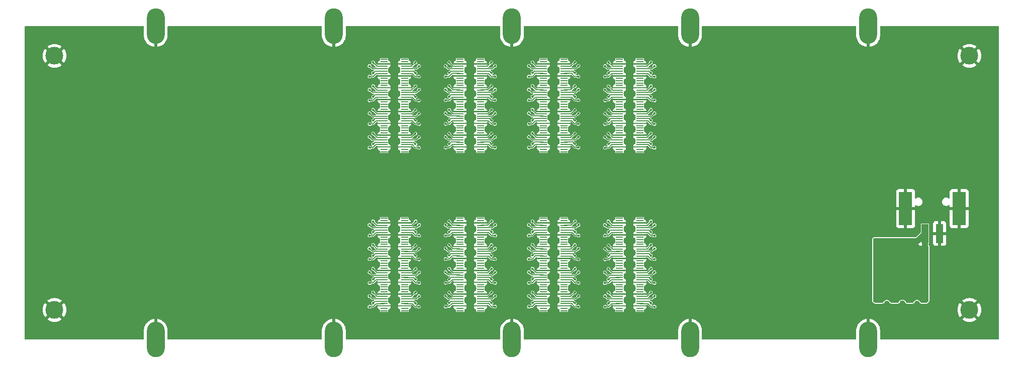
<source format=gbr>
%TF.GenerationSoftware,KiCad,Pcbnew,8.0.2*%
%TF.CreationDate,2024-07-16T15:49:33+02:00*%
%TF.ProjectId,4-MPPC_FARICH_Prototype,342d4d50-5043-45f4-9641-524943485f50,rev?*%
%TF.SameCoordinates,Original*%
%TF.FileFunction,Copper,L6,Bot*%
%TF.FilePolarity,Positive*%
%FSLAX46Y46*%
G04 Gerber Fmt 4.6, Leading zero omitted, Abs format (unit mm)*
G04 Created by KiCad (PCBNEW 8.0.2) date 2024-07-16 15:49:33*
%MOMM*%
%LPD*%
G01*
G04 APERTURE LIST*
%TA.AperFunction,ComponentPad*%
%ADD10O,3.000000X6.000000*%
%TD*%
%TA.AperFunction,ComponentPad*%
%ADD11C,3.000000*%
%TD*%
%TA.AperFunction,SMDPad,CuDef*%
%ADD12R,1.200000X3.200000*%
%TD*%
%TA.AperFunction,SMDPad,CuDef*%
%ADD13R,2.200000X5.600000*%
%TD*%
%TA.AperFunction,SMDPad,CuDef*%
%ADD14R,1.200000X0.230000*%
%TD*%
%TA.AperFunction,ViaPad*%
%ADD15C,0.400000*%
%TD*%
%TA.AperFunction,ViaPad*%
%ADD16C,1.000000*%
%TD*%
%TA.AperFunction,Conductor*%
%ADD17C,0.150000*%
%TD*%
%TA.AperFunction,Conductor*%
%ADD18C,1.000000*%
%TD*%
G04 APERTURE END LIST*
D10*
%TO.P,3,1*%
%TO.N,GND*%
X205900000Y-118625000D03*
%TD*%
%TO.P,6,1*%
%TO.N,GND*%
X115900000Y-65715000D03*
%TD*%
%TO.P,8,1*%
%TO.N,GND*%
X85900000Y-65715000D03*
%TD*%
%TO.P,,1*%
%TO.N,GND*%
X145900000Y-65715000D03*
%TD*%
D11*
%TO.P,H1,1*%
%TO.N,GND*%
X68855000Y-70715000D03*
%TD*%
D10*
%TO.P,,1*%
%TO.N,GND*%
X145900000Y-118625000D03*
%TD*%
D11*
%TO.P,H3,1*%
%TO.N,GND*%
X222945000Y-70715000D03*
%TD*%
D10*
%TO.P,5,1*%
%TO.N,GND*%
X115900000Y-118625000D03*
%TD*%
%TO.P,7,1*%
%TO.N,GND*%
X85900000Y-118625000D03*
%TD*%
%TO.P,2,1*%
%TO.N,GND*%
X175900000Y-65715000D03*
%TD*%
D11*
%TO.P,H2,1*%
%TO.N,GND*%
X68855000Y-113625000D03*
%TD*%
D10*
%TO.P,4,1*%
%TO.N,GND*%
X205900000Y-65715000D03*
%TD*%
D11*
%TO.P,H4,1*%
%TO.N,GND*%
X222945000Y-113625000D03*
%TD*%
D10*
%TO.P,1,1*%
%TO.N,GND*%
X175900000Y-118625000D03*
%TD*%
D12*
%TO.P,J1,1,1*%
%TO.N,+HV*%
X215445000Y-100715000D03*
%TO.P,J1,2,2*%
%TO.N,GND*%
X217945000Y-100715000D03*
D13*
%TO.P,J1,SH1*%
X212195000Y-96515000D03*
%TO.P,J1,SH2*%
X221195000Y-96515000D03*
%TD*%
D14*
%TO.P,J9,01,01*%
%TO.N,Onboard_HV*%
X164010000Y-98150000D03*
%TO.P,J9,02,02*%
X167430000Y-98150000D03*
%TO.P,J9,03,03*%
X164010000Y-98550000D03*
%TO.P,J9,04,04*%
X167430000Y-98550000D03*
%TO.P,J9,05,05*%
%TO.N,GND*%
X164010000Y-98950000D03*
%TO.P,J9,06,06*%
X167430000Y-98950000D03*
%TO.P,J9,07,07*%
%TO.N,Cube_4_A-C8*%
X164010000Y-99350000D03*
%TO.P,J9,08,08*%
%TO.N,Cube_4_A-B8*%
X167430000Y-99350000D03*
%TO.P,J9,09,09*%
%TO.N,Cube_4_A-D8*%
X164010000Y-99750000D03*
%TO.P,J9,10,10*%
%TO.N,Cube_4_A-A8*%
X167430000Y-99750000D03*
%TO.P,J9,11,11*%
%TO.N,Cube_4_A-D7*%
X164010000Y-100150000D03*
%TO.P,J9,12,12*%
%TO.N,Cube_4_A-A7*%
X167430000Y-100150000D03*
%TO.P,J9,13,13*%
%TO.N,Cube_4_A-C7*%
X164010000Y-100550000D03*
%TO.P,J9,14,14*%
%TO.N,Cube_4_A-B7*%
X167430000Y-100550000D03*
%TO.P,J9,15,15*%
%TO.N,GND*%
X164010000Y-100950000D03*
%TO.P,J9,16,16*%
X167430000Y-100950000D03*
%TO.P,J9,17,17*%
%TO.N,Onboard_HV*%
X164010000Y-101350000D03*
%TO.P,J9,18,18*%
X167430000Y-101350000D03*
%TO.P,J9,19,19*%
X164010000Y-101750000D03*
%TO.P,J9,20,20*%
X167430000Y-101750000D03*
%TO.P,J9,21,21*%
X164010000Y-102150000D03*
%TO.P,J9,22,22*%
X167430000Y-102150000D03*
%TO.P,J9,23,23*%
X164010000Y-102550000D03*
%TO.P,J9,24,24*%
X167430000Y-102550000D03*
%TO.P,J9,25,25*%
%TO.N,GND*%
X164010000Y-102950000D03*
%TO.P,J9,26,26*%
X167430000Y-102950000D03*
%TO.P,J9,27,27*%
%TO.N,Cube_4_A-C6*%
X164010000Y-103350000D03*
%TO.P,J9,28,28*%
%TO.N,Cube_4_A-B6*%
X167430000Y-103350000D03*
%TO.P,J9,29,29*%
%TO.N,Cube_4_A-D6*%
X164010000Y-103750000D03*
%TO.P,J9,30,30*%
%TO.N,Cube_4_A-A6*%
X167430000Y-103750000D03*
%TO.P,J9,31,31*%
%TO.N,Cube_4_A-D5*%
X164010000Y-104150000D03*
%TO.P,J9,32,32*%
%TO.N,Cube_4_A-A5*%
X167430000Y-104150000D03*
%TO.P,J9,33,33*%
%TO.N,Cube_4_A-C5*%
X164010000Y-104550000D03*
%TO.P,J9,34,34*%
%TO.N,Cube_4_A-B5*%
X167430000Y-104550000D03*
%TO.P,J9,35,35*%
%TO.N,GND*%
X164010000Y-104950000D03*
%TO.P,J9,36,36*%
X167430000Y-104950000D03*
%TO.P,J9,37,37*%
%TO.N,Onboard_HV*%
X164010000Y-105350000D03*
%TO.P,J9,38,38*%
X167430000Y-105350000D03*
%TO.P,J9,39,39*%
X164010000Y-105750000D03*
%TO.P,J9,40,40*%
X167430000Y-105750000D03*
%TO.P,J9,41,41*%
X164010000Y-106150000D03*
%TO.P,J9,42,42*%
X167430000Y-106150000D03*
%TO.P,J9,43,43*%
X164010000Y-106550000D03*
%TO.P,J9,44,44*%
X167430000Y-106550000D03*
%TO.P,J9,45,45*%
%TO.N,GND*%
X164010000Y-106950000D03*
%TO.P,J9,46,46*%
X167430000Y-106950000D03*
%TO.P,J9,47,47*%
%TO.N,Cube_4_A-C4*%
X164010000Y-107350000D03*
%TO.P,J9,48,48*%
%TO.N,Cube_4_A-B4*%
X167430000Y-107350000D03*
%TO.P,J9,49,49*%
%TO.N,Cube_4_A-D4*%
X164010000Y-107750000D03*
%TO.P,J9,50,50*%
%TO.N,Cube_4_A-A4*%
X167430000Y-107750000D03*
%TO.P,J9,51,51*%
%TO.N,Cube_4_A-D3*%
X164010000Y-108150000D03*
%TO.P,J9,52,52*%
%TO.N,Cube_4_A-A3*%
X167430000Y-108150000D03*
%TO.P,J9,53,53*%
%TO.N,Cube_4_A-C3*%
X164010000Y-108550000D03*
%TO.P,J9,54,54*%
%TO.N,Cube_4_A-B3*%
X167430000Y-108550000D03*
%TO.P,J9,55,55*%
%TO.N,GND*%
X164010000Y-108950000D03*
%TO.P,J9,56,56*%
X167430000Y-108950000D03*
%TO.P,J9,57,57*%
%TO.N,Onboard_HV*%
X164010000Y-109350000D03*
%TO.P,J9,58,58*%
X167430000Y-109350000D03*
%TO.P,J9,59,59*%
X164010000Y-109750000D03*
%TO.P,J9,60,60*%
X167430000Y-109750000D03*
%TO.P,J9,61,61*%
X164010000Y-110150000D03*
%TO.P,J9,62,62*%
X167430000Y-110150000D03*
%TO.P,J9,63,63*%
X164010000Y-110550000D03*
%TO.P,J9,64,64*%
X167430000Y-110550000D03*
%TO.P,J9,65,65*%
%TO.N,GND*%
X164010000Y-110950000D03*
%TO.P,J9,66,66*%
X167430000Y-110950000D03*
%TO.P,J9,67,67*%
%TO.N,Cube_4_A-C2*%
X164010000Y-111350000D03*
%TO.P,J9,68,68*%
%TO.N,Cube_4_A-B2*%
X167430000Y-111350000D03*
%TO.P,J9,69,69*%
%TO.N,Cube_4_A-D2*%
X164010000Y-111750000D03*
%TO.P,J9,70,70*%
%TO.N,Cube_4_A-A2*%
X167430000Y-111750000D03*
%TO.P,J9,71,71*%
%TO.N,Cube_4_A-D1*%
X164010000Y-112150000D03*
%TO.P,J9,72,72*%
%TO.N,Cube_4_A-A1*%
X167430000Y-112150000D03*
%TO.P,J9,73,73*%
%TO.N,Cube_4_A-C1*%
X164010000Y-112550000D03*
%TO.P,J9,74,74*%
%TO.N,Cube_4_A-B1*%
X167430000Y-112550000D03*
%TO.P,J9,75,75*%
%TO.N,GND*%
X164010000Y-112950000D03*
%TO.P,J9,76,76*%
X167430000Y-112950000D03*
%TO.P,J9,77,77*%
%TO.N,Onboard_HV*%
X164010000Y-113350000D03*
%TO.P,J9,78,78*%
X167430000Y-113350000D03*
%TO.P,J9,79,79*%
X164010000Y-113750000D03*
%TO.P,J9,80,80*%
X167430000Y-113750000D03*
%TD*%
%TO.P,J7,01,01*%
%TO.N,Onboard_HV*%
X151210000Y-98150000D03*
%TO.P,J7,02,02*%
X154630000Y-98150000D03*
%TO.P,J7,03,03*%
X151210000Y-98550000D03*
%TO.P,J7,04,04*%
X154630000Y-98550000D03*
%TO.P,J7,05,05*%
%TO.N,GND*%
X151210000Y-98950000D03*
%TO.P,J7,06,06*%
X154630000Y-98950000D03*
%TO.P,J7,07,07*%
%TO.N,Cube_4_A-G1*%
X151210000Y-99350000D03*
%TO.P,J7,08,08*%
%TO.N,Cube_4_A-F8*%
X154630000Y-99350000D03*
%TO.P,J7,09,09*%
%TO.N,Cube_4_A-H1*%
X151210000Y-99750000D03*
%TO.P,J7,10,10*%
%TO.N,Cube_4_A-E8*%
X154630000Y-99750000D03*
%TO.P,J7,11,11*%
%TO.N,Cube_4_A-H2*%
X151210000Y-100150000D03*
%TO.P,J7,12,12*%
%TO.N,Cube_4_A-E7*%
X154630000Y-100150000D03*
%TO.P,J7,13,13*%
%TO.N,Cube_4_A-G2*%
X151210000Y-100550000D03*
%TO.P,J7,14,14*%
%TO.N,Cube_4_A-F7*%
X154630000Y-100550000D03*
%TO.P,J7,15,15*%
%TO.N,GND*%
X151210000Y-100950000D03*
%TO.P,J7,16,16*%
X154630000Y-100950000D03*
%TO.P,J7,17,17*%
%TO.N,Onboard_HV*%
X151210000Y-101350000D03*
%TO.P,J7,18,18*%
X154630000Y-101350000D03*
%TO.P,J7,19,19*%
X151210000Y-101750000D03*
%TO.P,J7,20,20*%
X154630000Y-101750000D03*
%TO.P,J7,21,21*%
X151210000Y-102150000D03*
%TO.P,J7,22,22*%
X154630000Y-102150000D03*
%TO.P,J7,23,23*%
X151210000Y-102550000D03*
%TO.P,J7,24,24*%
X154630000Y-102550000D03*
%TO.P,J7,25,25*%
%TO.N,GND*%
X151210000Y-102950000D03*
%TO.P,J7,26,26*%
X154630000Y-102950000D03*
%TO.P,J7,27,27*%
%TO.N,Cube_4_A-G3*%
X151210000Y-103350000D03*
%TO.P,J7,28,28*%
%TO.N,Cube_4_A-F6*%
X154630000Y-103350000D03*
%TO.P,J7,29,29*%
%TO.N,Cube_4_A-H3*%
X151210000Y-103750000D03*
%TO.P,J7,30,30*%
%TO.N,Cube_4_A-E6*%
X154630000Y-103750000D03*
%TO.P,J7,31,31*%
%TO.N,Cube_4_A-H4*%
X151210000Y-104150000D03*
%TO.P,J7,32,32*%
%TO.N,Cube_4_A-E5*%
X154630000Y-104150000D03*
%TO.P,J7,33,33*%
%TO.N,Cube_4_A-G4*%
X151210000Y-104550000D03*
%TO.P,J7,34,34*%
%TO.N,Cube_4_A-F5*%
X154630000Y-104550000D03*
%TO.P,J7,35,35*%
%TO.N,GND*%
X151210000Y-104950000D03*
%TO.P,J7,36,36*%
X154630000Y-104950000D03*
%TO.P,J7,37,37*%
%TO.N,Onboard_HV*%
X151210000Y-105350000D03*
%TO.P,J7,38,38*%
X154630000Y-105350000D03*
%TO.P,J7,39,39*%
X151210000Y-105750000D03*
%TO.P,J7,40,40*%
X154630000Y-105750000D03*
%TO.P,J7,41,41*%
X151210000Y-106150000D03*
%TO.P,J7,42,42*%
X154630000Y-106150000D03*
%TO.P,J7,43,43*%
X151210000Y-106550000D03*
%TO.P,J7,44,44*%
X154630000Y-106550000D03*
%TO.P,J7,45,45*%
%TO.N,GND*%
X151210000Y-106950000D03*
%TO.P,J7,46,46*%
X154630000Y-106950000D03*
%TO.P,J7,47,47*%
%TO.N,Cube_4_A-G5*%
X151210000Y-107350000D03*
%TO.P,J7,48,48*%
%TO.N,Cube_4_A-F4*%
X154630000Y-107350000D03*
%TO.P,J7,49,49*%
%TO.N,Cube_4_A-H5*%
X151210000Y-107750000D03*
%TO.P,J7,50,50*%
%TO.N,Cube_4_A-E4*%
X154630000Y-107750000D03*
%TO.P,J7,51,51*%
%TO.N,Cube_4_A-H6*%
X151210000Y-108150000D03*
%TO.P,J7,52,52*%
%TO.N,Cube_4_A-E3*%
X154630000Y-108150000D03*
%TO.P,J7,53,53*%
%TO.N,Cube_4_A-G6*%
X151210000Y-108550000D03*
%TO.P,J7,54,54*%
%TO.N,Cube_4_A-F3*%
X154630000Y-108550000D03*
%TO.P,J7,55,55*%
%TO.N,GND*%
X151210000Y-108950000D03*
%TO.P,J7,56,56*%
X154630000Y-108950000D03*
%TO.P,J7,57,57*%
%TO.N,Onboard_HV*%
X151210000Y-109350000D03*
%TO.P,J7,58,58*%
X154630000Y-109350000D03*
%TO.P,J7,59,59*%
X151210000Y-109750000D03*
%TO.P,J7,60,60*%
X154630000Y-109750000D03*
%TO.P,J7,61,61*%
X151210000Y-110150000D03*
%TO.P,J7,62,62*%
X154630000Y-110150000D03*
%TO.P,J7,63,63*%
X151210000Y-110550000D03*
%TO.P,J7,64,64*%
X154630000Y-110550000D03*
%TO.P,J7,65,65*%
%TO.N,GND*%
X151210000Y-110950000D03*
%TO.P,J7,66,66*%
X154630000Y-110950000D03*
%TO.P,J7,67,67*%
%TO.N,Cube_4_A-G7*%
X151210000Y-111350000D03*
%TO.P,J7,68,68*%
%TO.N,Cube_4_A-F2*%
X154630000Y-111350000D03*
%TO.P,J7,69,69*%
%TO.N,Cube_4_A-H7*%
X151210000Y-111750000D03*
%TO.P,J7,70,70*%
%TO.N,Cube_4_A-E2*%
X154630000Y-111750000D03*
%TO.P,J7,71,71*%
%TO.N,Cube_4_A-H8*%
X151210000Y-112150000D03*
%TO.P,J7,72,72*%
%TO.N,Cube_4_A-E1*%
X154630000Y-112150000D03*
%TO.P,J7,73,73*%
%TO.N,Cube_4_A-G8*%
X151210000Y-112550000D03*
%TO.P,J7,74,74*%
%TO.N,Cube_4_A-F1*%
X154630000Y-112550000D03*
%TO.P,J7,75,75*%
%TO.N,GND*%
X151210000Y-112950000D03*
%TO.P,J7,76,76*%
X154630000Y-112950000D03*
%TO.P,J7,77,77*%
%TO.N,Onboard_HV*%
X151210000Y-113350000D03*
%TO.P,J7,78,78*%
X154630000Y-113350000D03*
%TO.P,J7,79,79*%
X151210000Y-113750000D03*
%TO.P,J7,80,80*%
X154630000Y-113750000D03*
%TD*%
%TO.P,J6,01,01*%
%TO.N,Onboard_HV*%
X151210000Y-71310000D03*
%TO.P,J6,02,02*%
X154630000Y-71310000D03*
%TO.P,J6,03,03*%
X151210000Y-71710000D03*
%TO.P,J6,04,04*%
X154630000Y-71710000D03*
%TO.P,J6,05,05*%
%TO.N,GND*%
X151210000Y-72110000D03*
%TO.P,J6,06,06*%
X154630000Y-72110000D03*
%TO.P,J6,07,07*%
%TO.N,Cube_3_A-G1*%
X151210000Y-72510000D03*
%TO.P,J6,08,08*%
%TO.N,Cube_3_A-F8*%
X154630000Y-72510000D03*
%TO.P,J6,09,09*%
%TO.N,Cube_3_A-H1*%
X151210000Y-72910000D03*
%TO.P,J6,10,10*%
%TO.N,Cube_3_A-E8*%
X154630000Y-72910000D03*
%TO.P,J6,11,11*%
%TO.N,Cube_3_A-H2*%
X151210000Y-73310000D03*
%TO.P,J6,12,12*%
%TO.N,Cube_3_A-E7*%
X154630000Y-73310000D03*
%TO.P,J6,13,13*%
%TO.N,Cube_3_A-G2*%
X151210000Y-73710000D03*
%TO.P,J6,14,14*%
%TO.N,Cube_3_A-F7*%
X154630000Y-73710000D03*
%TO.P,J6,15,15*%
%TO.N,GND*%
X151210000Y-74110000D03*
%TO.P,J6,16,16*%
X154630000Y-74110000D03*
%TO.P,J6,17,17*%
%TO.N,Onboard_HV*%
X151210000Y-74510000D03*
%TO.P,J6,18,18*%
X154630000Y-74510000D03*
%TO.P,J6,19,19*%
X151210000Y-74910000D03*
%TO.P,J6,20,20*%
X154630000Y-74910000D03*
%TO.P,J6,21,21*%
X151210000Y-75310000D03*
%TO.P,J6,22,22*%
X154630000Y-75310000D03*
%TO.P,J6,23,23*%
X151210000Y-75710000D03*
%TO.P,J6,24,24*%
X154630000Y-75710000D03*
%TO.P,J6,25,25*%
%TO.N,GND*%
X151210000Y-76110000D03*
%TO.P,J6,26,26*%
X154630000Y-76110000D03*
%TO.P,J6,27,27*%
%TO.N,Cube_3_A-G3*%
X151210000Y-76510000D03*
%TO.P,J6,28,28*%
%TO.N,Cube_3_A-F6*%
X154630000Y-76510000D03*
%TO.P,J6,29,29*%
%TO.N,Cube_3_A-H3*%
X151210000Y-76910000D03*
%TO.P,J6,30,30*%
%TO.N,Cube_3_A-E6*%
X154630000Y-76910000D03*
%TO.P,J6,31,31*%
%TO.N,Cube_3_A-H4*%
X151210000Y-77310000D03*
%TO.P,J6,32,32*%
%TO.N,Cube_3_A-E5*%
X154630000Y-77310000D03*
%TO.P,J6,33,33*%
%TO.N,Cube_3_A-G4*%
X151210000Y-77710000D03*
%TO.P,J6,34,34*%
%TO.N,Cube_3_A-F5*%
X154630000Y-77710000D03*
%TO.P,J6,35,35*%
%TO.N,GND*%
X151210000Y-78110000D03*
%TO.P,J6,36,36*%
X154630000Y-78110000D03*
%TO.P,J6,37,37*%
%TO.N,Onboard_HV*%
X151210000Y-78510000D03*
%TO.P,J6,38,38*%
X154630000Y-78510000D03*
%TO.P,J6,39,39*%
X151210000Y-78910000D03*
%TO.P,J6,40,40*%
X154630000Y-78910000D03*
%TO.P,J6,41,41*%
X151210000Y-79310000D03*
%TO.P,J6,42,42*%
X154630000Y-79310000D03*
%TO.P,J6,43,43*%
X151210000Y-79710000D03*
%TO.P,J6,44,44*%
X154630000Y-79710000D03*
%TO.P,J6,45,45*%
%TO.N,GND*%
X151210000Y-80110000D03*
%TO.P,J6,46,46*%
X154630000Y-80110000D03*
%TO.P,J6,47,47*%
%TO.N,Cube_3_A-G5*%
X151210000Y-80510000D03*
%TO.P,J6,48,48*%
%TO.N,Cube_3_A-F4*%
X154630000Y-80510000D03*
%TO.P,J6,49,49*%
%TO.N,Cube_3_A-H5*%
X151210000Y-80910000D03*
%TO.P,J6,50,50*%
%TO.N,Cube_3_A-E4*%
X154630000Y-80910000D03*
%TO.P,J6,51,51*%
%TO.N,Cube_3_A-H6*%
X151210000Y-81310000D03*
%TO.P,J6,52,52*%
%TO.N,Cube_3_A-E3*%
X154630000Y-81310000D03*
%TO.P,J6,53,53*%
%TO.N,Cube_3_A-G6*%
X151210000Y-81710000D03*
%TO.P,J6,54,54*%
%TO.N,Cube_3_A-F3*%
X154630000Y-81710000D03*
%TO.P,J6,55,55*%
%TO.N,GND*%
X151210000Y-82110000D03*
%TO.P,J6,56,56*%
X154630000Y-82110000D03*
%TO.P,J6,57,57*%
%TO.N,Onboard_HV*%
X151210000Y-82510000D03*
%TO.P,J6,58,58*%
X154630000Y-82510000D03*
%TO.P,J6,59,59*%
X151210000Y-82910000D03*
%TO.P,J6,60,60*%
X154630000Y-82910000D03*
%TO.P,J6,61,61*%
X151210000Y-83310000D03*
%TO.P,J6,62,62*%
X154630000Y-83310000D03*
%TO.P,J6,63,63*%
X151210000Y-83710000D03*
%TO.P,J6,64,64*%
X154630000Y-83710000D03*
%TO.P,J6,65,65*%
%TO.N,GND*%
X151210000Y-84110000D03*
%TO.P,J6,66,66*%
X154630000Y-84110000D03*
%TO.P,J6,67,67*%
%TO.N,Cube_3_A-G7*%
X151210000Y-84510000D03*
%TO.P,J6,68,68*%
%TO.N,Cube_3_A-F2*%
X154630000Y-84510000D03*
%TO.P,J6,69,69*%
%TO.N,Cube_3_A-H7*%
X151210000Y-84910000D03*
%TO.P,J6,70,70*%
%TO.N,Cube_3_A-E2*%
X154630000Y-84910000D03*
%TO.P,J6,71,71*%
%TO.N,Cube_3_A-H8*%
X151210000Y-85310000D03*
%TO.P,J6,72,72*%
%TO.N,Cube_3_A-E1*%
X154630000Y-85310000D03*
%TO.P,J6,73,73*%
%TO.N,Cube_3_A-G8*%
X151210000Y-85710000D03*
%TO.P,J6,74,74*%
%TO.N,Cube_3_A-F1*%
X154630000Y-85710000D03*
%TO.P,J6,75,75*%
%TO.N,GND*%
X151210000Y-86110000D03*
%TO.P,J6,76,76*%
X154630000Y-86110000D03*
%TO.P,J6,77,77*%
%TO.N,Onboard_HV*%
X151210000Y-86510000D03*
%TO.P,J6,78,78*%
X154630000Y-86510000D03*
%TO.P,J6,79,79*%
X151210000Y-86910000D03*
%TO.P,J6,80,80*%
X154630000Y-86910000D03*
%TD*%
%TO.P,J3,01,01*%
%TO.N,Onboard_HV*%
X137170000Y-71310000D03*
%TO.P,J3,02,02*%
X140590000Y-71310000D03*
%TO.P,J3,03,03*%
X137170000Y-71710000D03*
%TO.P,J3,04,04*%
X140590000Y-71710000D03*
%TO.P,J3,05,05*%
%TO.N,GND*%
X137170000Y-72110000D03*
%TO.P,J3,06,06*%
X140590000Y-72110000D03*
%TO.P,J3,07,07*%
%TO.N,Cube_1_A-C8*%
X137170000Y-72510000D03*
%TO.P,J3,08,08*%
%TO.N,Cube_1_A-B8*%
X140590000Y-72510000D03*
%TO.P,J3,09,09*%
%TO.N,Cube_1_A-D8*%
X137170000Y-72910000D03*
%TO.P,J3,10,10*%
%TO.N,Cube_1_A-A8*%
X140590000Y-72910000D03*
%TO.P,J3,11,11*%
%TO.N,Cube_1_A-D7*%
X137170000Y-73310000D03*
%TO.P,J3,12,12*%
%TO.N,Cube_1_A-A7*%
X140590000Y-73310000D03*
%TO.P,J3,13,13*%
%TO.N,Cube_1_A-C7*%
X137170000Y-73710000D03*
%TO.P,J3,14,14*%
%TO.N,Cube_1_A-B7*%
X140590000Y-73710000D03*
%TO.P,J3,15,15*%
%TO.N,GND*%
X137170000Y-74110000D03*
%TO.P,J3,16,16*%
X140590000Y-74110000D03*
%TO.P,J3,17,17*%
%TO.N,Onboard_HV*%
X137170000Y-74510000D03*
%TO.P,J3,18,18*%
X140590000Y-74510000D03*
%TO.P,J3,19,19*%
X137170000Y-74910000D03*
%TO.P,J3,20,20*%
X140590000Y-74910000D03*
%TO.P,J3,21,21*%
X137170000Y-75310000D03*
%TO.P,J3,22,22*%
X140590000Y-75310000D03*
%TO.P,J3,23,23*%
X137170000Y-75710000D03*
%TO.P,J3,24,24*%
X140590000Y-75710000D03*
%TO.P,J3,25,25*%
%TO.N,GND*%
X137170000Y-76110000D03*
%TO.P,J3,26,26*%
X140590000Y-76110000D03*
%TO.P,J3,27,27*%
%TO.N,Cube_1_A-C6*%
X137170000Y-76510000D03*
%TO.P,J3,28,28*%
%TO.N,Cube_1_A-B6*%
X140590000Y-76510000D03*
%TO.P,J3,29,29*%
%TO.N,Cube_1_A-D6*%
X137170000Y-76910000D03*
%TO.P,J3,30,30*%
%TO.N,Cube_1_A-A6*%
X140590000Y-76910000D03*
%TO.P,J3,31,31*%
%TO.N,Cube_1_A-D5*%
X137170000Y-77310000D03*
%TO.P,J3,32,32*%
%TO.N,Cube_1_A-A5*%
X140590000Y-77310000D03*
%TO.P,J3,33,33*%
%TO.N,Cube_1_A-C5*%
X137170000Y-77710000D03*
%TO.P,J3,34,34*%
%TO.N,Cube_1_A-B5*%
X140590000Y-77710000D03*
%TO.P,J3,35,35*%
%TO.N,GND*%
X137170000Y-78110000D03*
%TO.P,J3,36,36*%
X140590000Y-78110000D03*
%TO.P,J3,37,37*%
%TO.N,Onboard_HV*%
X137170000Y-78510000D03*
%TO.P,J3,38,38*%
X140590000Y-78510000D03*
%TO.P,J3,39,39*%
X137170000Y-78910000D03*
%TO.P,J3,40,40*%
X140590000Y-78910000D03*
%TO.P,J3,41,41*%
X137170000Y-79310000D03*
%TO.P,J3,42,42*%
X140590000Y-79310000D03*
%TO.P,J3,43,43*%
X137170000Y-79710000D03*
%TO.P,J3,44,44*%
X140590000Y-79710000D03*
%TO.P,J3,45,45*%
%TO.N,GND*%
X137170000Y-80110000D03*
%TO.P,J3,46,46*%
X140590000Y-80110000D03*
%TO.P,J3,47,47*%
%TO.N,Cube_1_A-C4*%
X137170000Y-80510000D03*
%TO.P,J3,48,48*%
%TO.N,Cube_1_A-B4*%
X140590000Y-80510000D03*
%TO.P,J3,49,49*%
%TO.N,Cube_1_A-D4*%
X137170000Y-80910000D03*
%TO.P,J3,50,50*%
%TO.N,Cube_1_A-A4*%
X140590000Y-80910000D03*
%TO.P,J3,51,51*%
%TO.N,Cube_1_A-D3*%
X137170000Y-81310000D03*
%TO.P,J3,52,52*%
%TO.N,Cube_1_A-A3*%
X140590000Y-81310000D03*
%TO.P,J3,53,53*%
%TO.N,Cube_1_A-C3*%
X137170000Y-81710000D03*
%TO.P,J3,54,54*%
%TO.N,Cube_1_A-B3*%
X140590000Y-81710000D03*
%TO.P,J3,55,55*%
%TO.N,GND*%
X137170000Y-82110000D03*
%TO.P,J3,56,56*%
X140590000Y-82110000D03*
%TO.P,J3,57,57*%
%TO.N,Onboard_HV*%
X137170000Y-82510000D03*
%TO.P,J3,58,58*%
X140590000Y-82510000D03*
%TO.P,J3,59,59*%
X137170000Y-82910000D03*
%TO.P,J3,60,60*%
X140590000Y-82910000D03*
%TO.P,J3,61,61*%
X137170000Y-83310000D03*
%TO.P,J3,62,62*%
X140590000Y-83310000D03*
%TO.P,J3,63,63*%
X137170000Y-83710000D03*
%TO.P,J3,64,64*%
X140590000Y-83710000D03*
%TO.P,J3,65,65*%
%TO.N,GND*%
X137170000Y-84110000D03*
%TO.P,J3,66,66*%
X140590000Y-84110000D03*
%TO.P,J3,67,67*%
%TO.N,Cube_1_A-C2*%
X137170000Y-84510000D03*
%TO.P,J3,68,68*%
%TO.N,Cube_1_A-B2*%
X140590000Y-84510000D03*
%TO.P,J3,69,69*%
%TO.N,Cube_1_A-D2*%
X137170000Y-84910000D03*
%TO.P,J3,70,70*%
%TO.N,Cube_1_A-A2*%
X140590000Y-84910000D03*
%TO.P,J3,71,71*%
%TO.N,Cube_1_A-D1*%
X137170000Y-85310000D03*
%TO.P,J3,72,72*%
%TO.N,Cube_1_A-A1*%
X140590000Y-85310000D03*
%TO.P,J3,73,73*%
%TO.N,Cube_1_A-C1*%
X137170000Y-85710000D03*
%TO.P,J3,74,74*%
%TO.N,Cube_1_A-B1*%
X140590000Y-85710000D03*
%TO.P,J3,75,75*%
%TO.N,GND*%
X137170000Y-86110000D03*
%TO.P,J3,76,76*%
X140590000Y-86110000D03*
%TO.P,J3,77,77*%
%TO.N,Onboard_HV*%
X137170000Y-86510000D03*
%TO.P,J3,78,78*%
X140590000Y-86510000D03*
%TO.P,J3,79,79*%
X137170000Y-86910000D03*
%TO.P,J3,80,80*%
X140590000Y-86910000D03*
%TD*%
%TO.P,J4,01,01*%
%TO.N,Onboard_HV*%
X124370000Y-98150000D03*
%TO.P,J4,02,02*%
X127790000Y-98150000D03*
%TO.P,J4,03,03*%
X124370000Y-98550000D03*
%TO.P,J4,04,04*%
X127790000Y-98550000D03*
%TO.P,J4,05,05*%
%TO.N,GND*%
X124370000Y-98950000D03*
%TO.P,J4,06,06*%
X127790000Y-98950000D03*
%TO.P,J4,07,07*%
%TO.N,Cube_2_A-G8*%
X124370000Y-99350000D03*
%TO.P,J4,08,08*%
%TO.N,Cube_2_A-F8*%
X127790000Y-99350000D03*
%TO.P,J4,09,09*%
%TO.N,Cube_2_A-H8*%
X124370000Y-99750000D03*
%TO.P,J4,10,10*%
%TO.N,Cube_2_A-E8*%
X127790000Y-99750000D03*
%TO.P,J4,11,11*%
%TO.N,Cube_2_A-H7*%
X124370000Y-100150000D03*
%TO.P,J4,12,12*%
%TO.N,Cube_2_A-E7*%
X127790000Y-100150000D03*
%TO.P,J4,13,13*%
%TO.N,Cube_2_A-G7*%
X124370000Y-100550000D03*
%TO.P,J4,14,14*%
%TO.N,Cube_2_A-F7*%
X127790000Y-100550000D03*
%TO.P,J4,15,15*%
%TO.N,GND*%
X124370000Y-100950000D03*
%TO.P,J4,16,16*%
X127790000Y-100950000D03*
%TO.P,J4,17,17*%
%TO.N,Onboard_HV*%
X124370000Y-101350000D03*
%TO.P,J4,18,18*%
X127790000Y-101350000D03*
%TO.P,J4,19,19*%
X124370000Y-101750000D03*
%TO.P,J4,20,20*%
X127790000Y-101750000D03*
%TO.P,J4,21,21*%
X124370000Y-102150000D03*
%TO.P,J4,22,22*%
X127790000Y-102150000D03*
%TO.P,J4,23,23*%
X124370000Y-102550000D03*
%TO.P,J4,24,24*%
X127790000Y-102550000D03*
%TO.P,J4,25,25*%
%TO.N,GND*%
X124370000Y-102950000D03*
%TO.P,J4,26,26*%
X127790000Y-102950000D03*
%TO.P,J4,27,27*%
%TO.N,Cube_2_A-G6*%
X124370000Y-103350000D03*
%TO.P,J4,28,28*%
%TO.N,Cube_2_A-F6*%
X127790000Y-103350000D03*
%TO.P,J4,29,29*%
%TO.N,Cube_2_A-H6*%
X124370000Y-103750000D03*
%TO.P,J4,30,30*%
%TO.N,Cube_2_A-E6*%
X127790000Y-103750000D03*
%TO.P,J4,31,31*%
%TO.N,Cube_2_A-H5*%
X124370000Y-104150000D03*
%TO.P,J4,32,32*%
%TO.N,Cube_2_A-E5*%
X127790000Y-104150000D03*
%TO.P,J4,33,33*%
%TO.N,Cube_2_A-G5*%
X124370000Y-104550000D03*
%TO.P,J4,34,34*%
%TO.N,Cube_2_A-F5*%
X127790000Y-104550000D03*
%TO.P,J4,35,35*%
%TO.N,GND*%
X124370000Y-104950000D03*
%TO.P,J4,36,36*%
X127790000Y-104950000D03*
%TO.P,J4,37,37*%
%TO.N,Onboard_HV*%
X124370000Y-105350000D03*
%TO.P,J4,38,38*%
X127790000Y-105350000D03*
%TO.P,J4,39,39*%
X124370000Y-105750000D03*
%TO.P,J4,40,40*%
X127790000Y-105750000D03*
%TO.P,J4,41,41*%
X124370000Y-106150000D03*
%TO.P,J4,42,42*%
X127790000Y-106150000D03*
%TO.P,J4,43,43*%
X124370000Y-106550000D03*
%TO.P,J4,44,44*%
X127790000Y-106550000D03*
%TO.P,J4,45,45*%
%TO.N,GND*%
X124370000Y-106950000D03*
%TO.P,J4,46,46*%
X127790000Y-106950000D03*
%TO.P,J4,47,47*%
%TO.N,Cube_2_A-G4*%
X124370000Y-107350000D03*
%TO.P,J4,48,48*%
%TO.N,Cube_2_A-F4*%
X127790000Y-107350000D03*
%TO.P,J4,49,49*%
%TO.N,Cube_2_A-H4*%
X124370000Y-107750000D03*
%TO.P,J4,50,50*%
%TO.N,Cube_2_A-E4*%
X127790000Y-107750000D03*
%TO.P,J4,51,51*%
%TO.N,Cube_2_A-H3*%
X124370000Y-108150000D03*
%TO.P,J4,52,52*%
%TO.N,Cube_2_A-E3*%
X127790000Y-108150000D03*
%TO.P,J4,53,53*%
%TO.N,Cube_2_A-G3*%
X124370000Y-108550000D03*
%TO.P,J4,54,54*%
%TO.N,Cube_2_A-F3*%
X127790000Y-108550000D03*
%TO.P,J4,55,55*%
%TO.N,GND*%
X124370000Y-108950000D03*
%TO.P,J4,56,56*%
X127790000Y-108950000D03*
%TO.P,J4,57,57*%
%TO.N,Onboard_HV*%
X124370000Y-109350000D03*
%TO.P,J4,58,58*%
X127790000Y-109350000D03*
%TO.P,J4,59,59*%
X124370000Y-109750000D03*
%TO.P,J4,60,60*%
X127790000Y-109750000D03*
%TO.P,J4,61,61*%
X124370000Y-110150000D03*
%TO.P,J4,62,62*%
X127790000Y-110150000D03*
%TO.P,J4,63,63*%
X124370000Y-110550000D03*
%TO.P,J4,64,64*%
X127790000Y-110550000D03*
%TO.P,J4,65,65*%
%TO.N,GND*%
X124370000Y-110950000D03*
%TO.P,J4,66,66*%
X127790000Y-110950000D03*
%TO.P,J4,67,67*%
%TO.N,Cube_2_A-G2*%
X124370000Y-111350000D03*
%TO.P,J4,68,68*%
%TO.N,Cube_2_A-F2*%
X127790000Y-111350000D03*
%TO.P,J4,69,69*%
%TO.N,Cube_2_A-H2*%
X124370000Y-111750000D03*
%TO.P,J4,70,70*%
%TO.N,Cube_2_A-E2*%
X127790000Y-111750000D03*
%TO.P,J4,71,71*%
%TO.N,Cube_2_A-H1*%
X124370000Y-112150000D03*
%TO.P,J4,72,72*%
%TO.N,Cube_2_A-E1*%
X127790000Y-112150000D03*
%TO.P,J4,73,73*%
%TO.N,Cube_2_A-G1*%
X124370000Y-112550000D03*
%TO.P,J4,74,74*%
%TO.N,Cube_2_A-F1*%
X127790000Y-112550000D03*
%TO.P,J4,75,75*%
%TO.N,GND*%
X124370000Y-112950000D03*
%TO.P,J4,76,76*%
X127790000Y-112950000D03*
%TO.P,J4,77,77*%
%TO.N,Onboard_HV*%
X124370000Y-113350000D03*
%TO.P,J4,78,78*%
X127790000Y-113350000D03*
%TO.P,J4,79,79*%
X124370000Y-113750000D03*
%TO.P,J4,80,80*%
X127790000Y-113750000D03*
%TD*%
%TO.P,J8,01,01*%
%TO.N,Onboard_HV*%
X164010000Y-71310000D03*
%TO.P,J8,02,02*%
X167430000Y-71310000D03*
%TO.P,J8,03,03*%
X164010000Y-71710000D03*
%TO.P,J8,04,04*%
X167430000Y-71710000D03*
%TO.P,J8,05,05*%
%TO.N,GND*%
X164010000Y-72110000D03*
%TO.P,J8,06,06*%
X167430000Y-72110000D03*
%TO.P,J8,07,07*%
%TO.N,Cube_3_A-C8*%
X164010000Y-72510000D03*
%TO.P,J8,08,08*%
%TO.N,Cube_3_A-B8*%
X167430000Y-72510000D03*
%TO.P,J8,09,09*%
%TO.N,Cube_3_A-D8*%
X164010000Y-72910000D03*
%TO.P,J8,10,10*%
%TO.N,Cube_3_A-A8*%
X167430000Y-72910000D03*
%TO.P,J8,11,11*%
%TO.N,Cube_3_A-D7*%
X164010000Y-73310000D03*
%TO.P,J8,12,12*%
%TO.N,Cube_3_A-A7*%
X167430000Y-73310000D03*
%TO.P,J8,13,13*%
%TO.N,Cube_3_A-C7*%
X164010000Y-73710000D03*
%TO.P,J8,14,14*%
%TO.N,Cube_3_A-B7*%
X167430000Y-73710000D03*
%TO.P,J8,15,15*%
%TO.N,GND*%
X164010000Y-74110000D03*
%TO.P,J8,16,16*%
X167430000Y-74110000D03*
%TO.P,J8,17,17*%
%TO.N,Onboard_HV*%
X164010000Y-74510000D03*
%TO.P,J8,18,18*%
X167430000Y-74510000D03*
%TO.P,J8,19,19*%
X164010000Y-74910000D03*
%TO.P,J8,20,20*%
X167430000Y-74910000D03*
%TO.P,J8,21,21*%
X164010000Y-75310000D03*
%TO.P,J8,22,22*%
X167430000Y-75310000D03*
%TO.P,J8,23,23*%
X164010000Y-75710000D03*
%TO.P,J8,24,24*%
X167430000Y-75710000D03*
%TO.P,J8,25,25*%
%TO.N,GND*%
X164010000Y-76110000D03*
%TO.P,J8,26,26*%
X167430000Y-76110000D03*
%TO.P,J8,27,27*%
%TO.N,Cube_3_A-C6*%
X164010000Y-76510000D03*
%TO.P,J8,28,28*%
%TO.N,Cube_3_A-B6*%
X167430000Y-76510000D03*
%TO.P,J8,29,29*%
%TO.N,Cube_3_A-D6*%
X164010000Y-76910000D03*
%TO.P,J8,30,30*%
%TO.N,Cube_3_A-A6*%
X167430000Y-76910000D03*
%TO.P,J8,31,31*%
%TO.N,Cube_3_A-D5*%
X164010000Y-77310000D03*
%TO.P,J8,32,32*%
%TO.N,Cube_3_A-A5*%
X167430000Y-77310000D03*
%TO.P,J8,33,33*%
%TO.N,Cube_3_A-C5*%
X164010000Y-77710000D03*
%TO.P,J8,34,34*%
%TO.N,Cube_3_A-B5*%
X167430000Y-77710000D03*
%TO.P,J8,35,35*%
%TO.N,GND*%
X164010000Y-78110000D03*
%TO.P,J8,36,36*%
X167430000Y-78110000D03*
%TO.P,J8,37,37*%
%TO.N,Onboard_HV*%
X164010000Y-78510000D03*
%TO.P,J8,38,38*%
X167430000Y-78510000D03*
%TO.P,J8,39,39*%
X164010000Y-78910000D03*
%TO.P,J8,40,40*%
X167430000Y-78910000D03*
%TO.P,J8,41,41*%
X164010000Y-79310000D03*
%TO.P,J8,42,42*%
X167430000Y-79310000D03*
%TO.P,J8,43,43*%
X164010000Y-79710000D03*
%TO.P,J8,44,44*%
X167430000Y-79710000D03*
%TO.P,J8,45,45*%
%TO.N,GND*%
X164010000Y-80110000D03*
%TO.P,J8,46,46*%
X167430000Y-80110000D03*
%TO.P,J8,47,47*%
%TO.N,Cube_3_A-C4*%
X164010000Y-80510000D03*
%TO.P,J8,48,48*%
%TO.N,Cube_3_A-B4*%
X167430000Y-80510000D03*
%TO.P,J8,49,49*%
%TO.N,Cube_3_A-D4*%
X164010000Y-80910000D03*
%TO.P,J8,50,50*%
%TO.N,Cube_3_A-A4*%
X167430000Y-80910000D03*
%TO.P,J8,51,51*%
%TO.N,Cube_3_A-D3*%
X164010000Y-81310000D03*
%TO.P,J8,52,52*%
%TO.N,Cube_3_A-A3*%
X167430000Y-81310000D03*
%TO.P,J8,53,53*%
%TO.N,Cube_3_A-C3*%
X164010000Y-81710000D03*
%TO.P,J8,54,54*%
%TO.N,Cube_3_A-B3*%
X167430000Y-81710000D03*
%TO.P,J8,55,55*%
%TO.N,GND*%
X164010000Y-82110000D03*
%TO.P,J8,56,56*%
X167430000Y-82110000D03*
%TO.P,J8,57,57*%
%TO.N,Onboard_HV*%
X164010000Y-82510000D03*
%TO.P,J8,58,58*%
X167430000Y-82510000D03*
%TO.P,J8,59,59*%
X164010000Y-82910000D03*
%TO.P,J8,60,60*%
X167430000Y-82910000D03*
%TO.P,J8,61,61*%
X164010000Y-83310000D03*
%TO.P,J8,62,62*%
X167430000Y-83310000D03*
%TO.P,J8,63,63*%
X164010000Y-83710000D03*
%TO.P,J8,64,64*%
X167430000Y-83710000D03*
%TO.P,J8,65,65*%
%TO.N,GND*%
X164010000Y-84110000D03*
%TO.P,J8,66,66*%
X167430000Y-84110000D03*
%TO.P,J8,67,67*%
%TO.N,Cube_3_A-C2*%
X164010000Y-84510000D03*
%TO.P,J8,68,68*%
%TO.N,Cube_3_A-B2*%
X167430000Y-84510000D03*
%TO.P,J8,69,69*%
%TO.N,Cube_3_A-D2*%
X164010000Y-84910000D03*
%TO.P,J8,70,70*%
%TO.N,Cube_3_A-A2*%
X167430000Y-84910000D03*
%TO.P,J8,71,71*%
%TO.N,Cube_3_A-D1*%
X164010000Y-85310000D03*
%TO.P,J8,72,72*%
%TO.N,Cube_3_A-A1*%
X167430000Y-85310000D03*
%TO.P,J8,73,73*%
%TO.N,Cube_3_A-C1*%
X164010000Y-85710000D03*
%TO.P,J8,74,74*%
%TO.N,Cube_3_A-B1*%
X167430000Y-85710000D03*
%TO.P,J8,75,75*%
%TO.N,GND*%
X164010000Y-86110000D03*
%TO.P,J8,76,76*%
X167430000Y-86110000D03*
%TO.P,J8,77,77*%
%TO.N,Onboard_HV*%
X164010000Y-86510000D03*
%TO.P,J8,78,78*%
X167430000Y-86510000D03*
%TO.P,J8,79,79*%
X164010000Y-86910000D03*
%TO.P,J8,80,80*%
X167430000Y-86910000D03*
%TD*%
%TO.P,J5,01,01*%
%TO.N,Onboard_HV*%
X137170000Y-98150000D03*
%TO.P,J5,02,02*%
X140590000Y-98150000D03*
%TO.P,J5,03,03*%
X137170000Y-98550000D03*
%TO.P,J5,04,04*%
X140590000Y-98550000D03*
%TO.P,J5,05,05*%
%TO.N,GND*%
X137170000Y-98950000D03*
%TO.P,J5,06,06*%
X140590000Y-98950000D03*
%TO.P,J5,07,07*%
%TO.N,Cube_2_A-C8*%
X137170000Y-99350000D03*
%TO.P,J5,08,08*%
%TO.N,Cube_2_A-B8*%
X140590000Y-99350000D03*
%TO.P,J5,09,09*%
%TO.N,Cube_2_A-D8*%
X137170000Y-99750000D03*
%TO.P,J5,10,10*%
%TO.N,Cube_2_A-A8*%
X140590000Y-99750000D03*
%TO.P,J5,11,11*%
%TO.N,Cube_2_A-D7*%
X137170000Y-100150000D03*
%TO.P,J5,12,12*%
%TO.N,Cube_2_A-A7*%
X140590000Y-100150000D03*
%TO.P,J5,13,13*%
%TO.N,Cube_2_A-C7*%
X137170000Y-100550000D03*
%TO.P,J5,14,14*%
%TO.N,Cube_2_A-B7*%
X140590000Y-100550000D03*
%TO.P,J5,15,15*%
%TO.N,GND*%
X137170000Y-100950000D03*
%TO.P,J5,16,16*%
X140590000Y-100950000D03*
%TO.P,J5,17,17*%
%TO.N,Onboard_HV*%
X137170000Y-101350000D03*
%TO.P,J5,18,18*%
X140590000Y-101350000D03*
%TO.P,J5,19,19*%
X137170000Y-101750000D03*
%TO.P,J5,20,20*%
X140590000Y-101750000D03*
%TO.P,J5,21,21*%
X137170000Y-102150000D03*
%TO.P,J5,22,22*%
X140590000Y-102150000D03*
%TO.P,J5,23,23*%
X137170000Y-102550000D03*
%TO.P,J5,24,24*%
X140590000Y-102550000D03*
%TO.P,J5,25,25*%
%TO.N,GND*%
X137170000Y-102950000D03*
%TO.P,J5,26,26*%
X140590000Y-102950000D03*
%TO.P,J5,27,27*%
%TO.N,Cube_2_A-C6*%
X137170000Y-103350000D03*
%TO.P,J5,28,28*%
%TO.N,Cube_2_A-B6*%
X140590000Y-103350000D03*
%TO.P,J5,29,29*%
%TO.N,Cube_2_A-D6*%
X137170000Y-103750000D03*
%TO.P,J5,30,30*%
%TO.N,Cube_2_A-A6*%
X140590000Y-103750000D03*
%TO.P,J5,31,31*%
%TO.N,Cube_2_A-D5*%
X137170000Y-104150000D03*
%TO.P,J5,32,32*%
%TO.N,Cube_2_A-A5*%
X140590000Y-104150000D03*
%TO.P,J5,33,33*%
%TO.N,Cube_2_A-C5*%
X137170000Y-104550000D03*
%TO.P,J5,34,34*%
%TO.N,Cube_2_A-B5*%
X140590000Y-104550000D03*
%TO.P,J5,35,35*%
%TO.N,GND*%
X137170000Y-104950000D03*
%TO.P,J5,36,36*%
X140590000Y-104950000D03*
%TO.P,J5,37,37*%
%TO.N,Onboard_HV*%
X137170000Y-105350000D03*
%TO.P,J5,38,38*%
X140590000Y-105350000D03*
%TO.P,J5,39,39*%
X137170000Y-105750000D03*
%TO.P,J5,40,40*%
X140590000Y-105750000D03*
%TO.P,J5,41,41*%
X137170000Y-106150000D03*
%TO.P,J5,42,42*%
X140590000Y-106150000D03*
%TO.P,J5,43,43*%
X137170000Y-106550000D03*
%TO.P,J5,44,44*%
X140590000Y-106550000D03*
%TO.P,J5,45,45*%
%TO.N,GND*%
X137170000Y-106950000D03*
%TO.P,J5,46,46*%
X140590000Y-106950000D03*
%TO.P,J5,47,47*%
%TO.N,Cube_2_A-C4*%
X137170000Y-107350000D03*
%TO.P,J5,48,48*%
%TO.N,Cube_2_A-B4*%
X140590000Y-107350000D03*
%TO.P,J5,49,49*%
%TO.N,Cube_2_A-D4*%
X137170000Y-107750000D03*
%TO.P,J5,50,50*%
%TO.N,Cube_2_A-A4*%
X140590000Y-107750000D03*
%TO.P,J5,51,51*%
%TO.N,Cube_2_A-D3*%
X137170000Y-108150000D03*
%TO.P,J5,52,52*%
%TO.N,Cube_2_A-A3*%
X140590000Y-108150000D03*
%TO.P,J5,53,53*%
%TO.N,Cube_2_A-C3*%
X137170000Y-108550000D03*
%TO.P,J5,54,54*%
%TO.N,Cube_2_A-B3*%
X140590000Y-108550000D03*
%TO.P,J5,55,55*%
%TO.N,GND*%
X137170000Y-108950000D03*
%TO.P,J5,56,56*%
X140590000Y-108950000D03*
%TO.P,J5,57,57*%
%TO.N,Onboard_HV*%
X137170000Y-109350000D03*
%TO.P,J5,58,58*%
X140590000Y-109350000D03*
%TO.P,J5,59,59*%
X137170000Y-109750000D03*
%TO.P,J5,60,60*%
X140590000Y-109750000D03*
%TO.P,J5,61,61*%
X137170000Y-110150000D03*
%TO.P,J5,62,62*%
X140590000Y-110150000D03*
%TO.P,J5,63,63*%
X137170000Y-110550000D03*
%TO.P,J5,64,64*%
X140590000Y-110550000D03*
%TO.P,J5,65,65*%
%TO.N,GND*%
X137170000Y-110950000D03*
%TO.P,J5,66,66*%
X140590000Y-110950000D03*
%TO.P,J5,67,67*%
%TO.N,Cube_2_A-C2*%
X137170000Y-111350000D03*
%TO.P,J5,68,68*%
%TO.N,Cube_2_A-B2*%
X140590000Y-111350000D03*
%TO.P,J5,69,69*%
%TO.N,Cube_2_A-D2*%
X137170000Y-111750000D03*
%TO.P,J5,70,70*%
%TO.N,Cube_2_A-A2*%
X140590000Y-111750000D03*
%TO.P,J5,71,71*%
%TO.N,Cube_2_A-D1*%
X137170000Y-112150000D03*
%TO.P,J5,72,72*%
%TO.N,Cube_2_A-A1*%
X140590000Y-112150000D03*
%TO.P,J5,73,73*%
%TO.N,Cube_2_A-C1*%
X137170000Y-112550000D03*
%TO.P,J5,74,74*%
%TO.N,Cube_2_A-B1*%
X140590000Y-112550000D03*
%TO.P,J5,75,75*%
%TO.N,GND*%
X137170000Y-112950000D03*
%TO.P,J5,76,76*%
X140590000Y-112950000D03*
%TO.P,J5,77,77*%
%TO.N,Onboard_HV*%
X137170000Y-113350000D03*
%TO.P,J5,78,78*%
X140590000Y-113350000D03*
%TO.P,J5,79,79*%
X137170000Y-113750000D03*
%TO.P,J5,80,80*%
X140590000Y-113750000D03*
%TD*%
%TO.P,J2,01,01*%
%TO.N,Onboard_HV*%
X124370000Y-71310000D03*
%TO.P,J2,02,02*%
X127790000Y-71310000D03*
%TO.P,J2,03,03*%
X124370000Y-71710000D03*
%TO.P,J2,04,04*%
X127790000Y-71710000D03*
%TO.P,J2,05,05*%
%TO.N,GND*%
X124370000Y-72110000D03*
%TO.P,J2,06,06*%
X127790000Y-72110000D03*
%TO.P,J2,07,07*%
%TO.N,Cube_1_A-G8*%
X124370000Y-72510000D03*
%TO.P,J2,08,08*%
%TO.N,Cube_1_A-F8*%
X127790000Y-72510000D03*
%TO.P,J2,09,09*%
%TO.N,Cube_1_A-H8*%
X124370000Y-72910000D03*
%TO.P,J2,10,10*%
%TO.N,Cube_1_A-E8*%
X127790000Y-72910000D03*
%TO.P,J2,11,11*%
%TO.N,Cube_1_A-H7*%
X124370000Y-73310000D03*
%TO.P,J2,12,12*%
%TO.N,Cube_1_A-E7*%
X127790000Y-73310000D03*
%TO.P,J2,13,13*%
%TO.N,Cube_1_A-G7*%
X124370000Y-73710000D03*
%TO.P,J2,14,14*%
%TO.N,Cube_1_A-F7*%
X127790000Y-73710000D03*
%TO.P,J2,15,15*%
%TO.N,GND*%
X124370000Y-74110000D03*
%TO.P,J2,16,16*%
X127790000Y-74110000D03*
%TO.P,J2,17,17*%
%TO.N,Onboard_HV*%
X124370000Y-74510000D03*
%TO.P,J2,18,18*%
X127790000Y-74510000D03*
%TO.P,J2,19,19*%
X124370000Y-74910000D03*
%TO.P,J2,20,20*%
X127790000Y-74910000D03*
%TO.P,J2,21,21*%
X124370000Y-75310000D03*
%TO.P,J2,22,22*%
X127790000Y-75310000D03*
%TO.P,J2,23,23*%
X124370000Y-75710000D03*
%TO.P,J2,24,24*%
X127790000Y-75710000D03*
%TO.P,J2,25,25*%
%TO.N,GND*%
X124370000Y-76110000D03*
%TO.P,J2,26,26*%
X127790000Y-76110000D03*
%TO.P,J2,27,27*%
%TO.N,Cube_1_A-G6*%
X124370000Y-76510000D03*
%TO.P,J2,28,28*%
%TO.N,Cube_1_A-F6*%
X127790000Y-76510000D03*
%TO.P,J2,29,29*%
%TO.N,Cube_1_A-H6*%
X124370000Y-76910000D03*
%TO.P,J2,30,30*%
%TO.N,Cube_1_A-E6*%
X127790000Y-76910000D03*
%TO.P,J2,31,31*%
%TO.N,Cube_1_A-H5*%
X124370000Y-77310000D03*
%TO.P,J2,32,32*%
%TO.N,Cube_1_A-E5*%
X127790000Y-77310000D03*
%TO.P,J2,33,33*%
%TO.N,Cube_1_A-G5*%
X124370000Y-77710000D03*
%TO.P,J2,34,34*%
%TO.N,Cube_1_A-F5*%
X127790000Y-77710000D03*
%TO.P,J2,35,35*%
%TO.N,GND*%
X124370000Y-78110000D03*
%TO.P,J2,36,36*%
X127790000Y-78110000D03*
%TO.P,J2,37,37*%
%TO.N,Onboard_HV*%
X124370000Y-78510000D03*
%TO.P,J2,38,38*%
X127790000Y-78510000D03*
%TO.P,J2,39,39*%
X124370000Y-78910000D03*
%TO.P,J2,40,40*%
X127790000Y-78910000D03*
%TO.P,J2,41,41*%
X124370000Y-79310000D03*
%TO.P,J2,42,42*%
X127790000Y-79310000D03*
%TO.P,J2,43,43*%
X124370000Y-79710000D03*
%TO.P,J2,44,44*%
X127790000Y-79710000D03*
%TO.P,J2,45,45*%
%TO.N,GND*%
X124370000Y-80110000D03*
%TO.P,J2,46,46*%
X127790000Y-80110000D03*
%TO.P,J2,47,47*%
%TO.N,Cube_1_A-G4*%
X124370000Y-80510000D03*
%TO.P,J2,48,48*%
%TO.N,Cube_1_A-F4*%
X127790000Y-80510000D03*
%TO.P,J2,49,49*%
%TO.N,Cube_1_A-H4*%
X124370000Y-80910000D03*
%TO.P,J2,50,50*%
%TO.N,Cube_1_A-E4*%
X127790000Y-80910000D03*
%TO.P,J2,51,51*%
%TO.N,Cube_1_A-H3*%
X124370000Y-81310000D03*
%TO.P,J2,52,52*%
%TO.N,Cube_1_A-E3*%
X127790000Y-81310000D03*
%TO.P,J2,53,53*%
%TO.N,Cube_1_A-G3*%
X124370000Y-81710000D03*
%TO.P,J2,54,54*%
%TO.N,Cube_1_A-F3*%
X127790000Y-81710000D03*
%TO.P,J2,55,55*%
%TO.N,GND*%
X124370000Y-82110000D03*
%TO.P,J2,56,56*%
X127790000Y-82110000D03*
%TO.P,J2,57,57*%
%TO.N,Onboard_HV*%
X124370000Y-82510000D03*
%TO.P,J2,58,58*%
X127790000Y-82510000D03*
%TO.P,J2,59,59*%
X124370000Y-82910000D03*
%TO.P,J2,60,60*%
X127790000Y-82910000D03*
%TO.P,J2,61,61*%
X124370000Y-83310000D03*
%TO.P,J2,62,62*%
X127790000Y-83310000D03*
%TO.P,J2,63,63*%
X124370000Y-83710000D03*
%TO.P,J2,64,64*%
X127790000Y-83710000D03*
%TO.P,J2,65,65*%
%TO.N,GND*%
X124370000Y-84110000D03*
%TO.P,J2,66,66*%
X127790000Y-84110000D03*
%TO.P,J2,67,67*%
%TO.N,Cube_1_A-G2*%
X124370000Y-84510000D03*
%TO.P,J2,68,68*%
%TO.N,Cube_1_A-F2*%
X127790000Y-84510000D03*
%TO.P,J2,69,69*%
%TO.N,Cube_1_A-H2*%
X124370000Y-84910000D03*
%TO.P,J2,70,70*%
%TO.N,Cube_1_A-E2*%
X127790000Y-84910000D03*
%TO.P,J2,71,71*%
%TO.N,Cube_1_A-H1*%
X124370000Y-85310000D03*
%TO.P,J2,72,72*%
%TO.N,Cube_1_A-E1*%
X127790000Y-85310000D03*
%TO.P,J2,73,73*%
%TO.N,Cube_1_A-G1*%
X124370000Y-85710000D03*
%TO.P,J2,74,74*%
%TO.N,Cube_1_A-F1*%
X127790000Y-85710000D03*
%TO.P,J2,75,75*%
%TO.N,GND*%
X124370000Y-86110000D03*
%TO.P,J2,76,76*%
X127790000Y-86110000D03*
%TO.P,J2,77,77*%
%TO.N,Onboard_HV*%
X124370000Y-86510000D03*
%TO.P,J2,78,78*%
X127790000Y-86510000D03*
%TO.P,J2,79,79*%
X124370000Y-86910000D03*
%TO.P,J2,80,80*%
X127790000Y-86910000D03*
%TD*%
D15*
%TO.N,Cube_1_A-H7*%
X122510707Y-73629293D03*
%TO.N,Cube_1_A-E2*%
X130250000Y-84430000D03*
%TO.N,Cube_1_A-H2*%
X121910707Y-84419293D03*
%TO.N,Cube_1_A-F8*%
X129650707Y-71829293D03*
%TO.N,Cube_1_A-H5*%
X122510707Y-77629293D03*
%TO.N,Cube_1_A-G3*%
X121910707Y-82229293D03*
%TO.N,Cube_1_A-G5*%
X121910707Y-78229293D03*
%TO.N,Cube_1_A-E6*%
X130250707Y-76429293D03*
%TO.N,Cube_1_A-H1*%
X122510707Y-85619293D03*
%TO.N,Cube_1_A-E1*%
X129650000Y-85630000D03*
%TO.N,Cube_1_A-E4*%
X130250707Y-80439293D03*
%TO.N,Cube_1_A-G1*%
X121910707Y-86219293D03*
%TO.N,Cube_1_A-E8*%
X130250707Y-72429293D03*
%TO.N,Cube_1_A-H3*%
X122510707Y-81629293D03*
%TO.N,Cube_1_A-G4*%
X122510707Y-79829293D03*
%TO.N,Cube_1_A-F3*%
X130250707Y-82239293D03*
%TO.N,Cube_1_A-F2*%
X129650000Y-83830000D03*
%TO.N,Cube_1_A-E7*%
X129650707Y-73629293D03*
%TO.N,Cube_1_A-F1*%
X130250000Y-86230000D03*
%TO.N,Cube_1_A-F4*%
X129650707Y-79839293D03*
%TO.N,Cube_1_A-F5*%
X130250707Y-78229293D03*
%TO.N,Cube_1_A-E3*%
X129650707Y-81639293D03*
%TO.N,Cube_1_A-H8*%
X121910707Y-72429293D03*
%TO.N,Cube_1_A-G7*%
X121910707Y-74229293D03*
%TO.N,Cube_1_A-H6*%
X121910707Y-76429293D03*
%TO.N,Cube_1_A-G8*%
X122510707Y-71829293D03*
%TO.N,Cube_1_A-F6*%
X129650707Y-75829293D03*
%TO.N,Cube_1_A-G6*%
X122510707Y-75829293D03*
%TO.N,Cube_1_A-F7*%
X130250707Y-74229293D03*
%TO.N,Cube_1_A-G2*%
X122510707Y-83819293D03*
%TO.N,Cube_1_A-H4*%
X121910707Y-80429293D03*
%TO.N,Cube_1_A-E5*%
X129650707Y-77629293D03*
%TO.N,Cube_1_A-B8*%
X142450707Y-71809293D03*
%TO.N,Cube_1_A-D7*%
X135310707Y-73609293D03*
%TO.N,Cube_1_A-B1*%
X143050000Y-86210000D03*
%TO.N,Cube_1_A-C5*%
X134710707Y-78209293D03*
%TO.N,Cube_1_A-C3*%
X134710707Y-82209293D03*
%TO.N,Cube_1_A-C6*%
X135310707Y-75809293D03*
%TO.N,Cube_1_A-A1*%
X142450000Y-85610000D03*
%TO.N,Cube_1_A-C4*%
X135310707Y-79809293D03*
%TO.N,Cube_1_A-A2*%
X143050000Y-84410000D03*
%TO.N,Cube_1_A-D5*%
X135310707Y-77609293D03*
%TO.N,Cube_1_A-B6*%
X142450707Y-75809293D03*
%TO.N,Cube_1_A-B4*%
X142450707Y-79819293D03*
%TO.N,Cube_1_A-A5*%
X142450707Y-77609293D03*
%TO.N,Cube_1_A-A4*%
X143050707Y-80419293D03*
%TO.N,Cube_1_A-B2*%
X142450000Y-83810000D03*
%TO.N,Cube_1_A-D1*%
X135310707Y-85599293D03*
%TO.N,Cube_1_A-A3*%
X142450707Y-81619293D03*
%TO.N,Cube_1_A-A7*%
X142450707Y-73609293D03*
%TO.N,Cube_1_A-C7*%
X134710707Y-74209293D03*
%TO.N,Cube_1_A-D4*%
X134710707Y-80409293D03*
%TO.N,Cube_1_A-B5*%
X143050707Y-78209293D03*
%TO.N,Cube_1_A-C8*%
X135310707Y-71809293D03*
%TO.N,Cube_1_A-D2*%
X134710707Y-84399293D03*
%TO.N,Cube_1_A-A8*%
X143050707Y-72409293D03*
D16*
%TO.N,GND*%
X205834293Y-102276793D03*
X205835000Y-110445000D03*
X217945000Y-100715000D03*
X212115000Y-96585000D03*
X214115000Y-112596793D03*
D15*
X77850707Y-90846793D03*
D16*
X216464293Y-112596793D03*
X205745000Y-104335000D03*
X216825000Y-96595000D03*
X205705000Y-108375000D03*
X205815000Y-106385000D03*
D15*
X147621457Y-85399888D03*
D16*
X217035000Y-108385000D03*
X217035000Y-106285000D03*
D15*
X147613207Y-99414293D03*
D16*
X217075000Y-104275000D03*
X208145000Y-100615000D03*
X217075000Y-110355000D03*
X211654293Y-112556793D03*
X209034293Y-112596793D03*
X211785000Y-100585000D03*
X221195000Y-96515000D03*
X206424293Y-112776793D03*
%TO.N,+HV*%
X212875000Y-107355000D03*
X210335000Y-111355000D03*
X212875000Y-103355000D03*
X207795000Y-107355000D03*
X212875000Y-111355000D03*
X215415000Y-105355000D03*
X215415000Y-107355000D03*
X210335000Y-109355000D03*
X207795000Y-109355000D03*
X212875000Y-109355000D03*
X215415000Y-111355000D03*
X210335000Y-107355000D03*
X207795000Y-103355000D03*
X210335000Y-103355000D03*
X210335000Y-105355000D03*
X207795000Y-105355000D03*
X207795000Y-111355000D03*
X215415000Y-109355000D03*
X215415000Y-103355000D03*
X212875000Y-105355000D03*
D15*
%TO.N,Cube_1_A-C1*%
X134710707Y-86199293D03*
%TO.N,Cube_1_A-D8*%
X134710707Y-72409293D03*
%TO.N,Cube_1_A-C2*%
X135310707Y-83799293D03*
%TO.N,Cube_1_A-B3*%
X143050707Y-82219293D03*
%TO.N,Cube_1_A-D3*%
X135310707Y-81609293D03*
%TO.N,Cube_1_A-A6*%
X143050707Y-76409293D03*
%TO.N,Cube_1_A-D6*%
X134710707Y-76409293D03*
%TO.N,Cube_1_A-B7*%
X143050707Y-74209293D03*
%TO.N,Cube_2_A-E5*%
X129650707Y-104479293D03*
%TO.N,Cube_2_A-H4*%
X121910707Y-107269293D03*
%TO.N,Cube_2_A-F1*%
X130250707Y-113089293D03*
%TO.N,Cube_2_A-F3*%
X130270707Y-109079293D03*
%TO.N,Cube_2_A-H1*%
X122510707Y-112479293D03*
%TO.N,Cube_2_A-G4*%
X122510707Y-106669293D03*
%TO.N,Cube_2_A-G2*%
X122510707Y-110679293D03*
%TO.N,Cube_2_A-F6*%
X129650707Y-102679293D03*
%TO.N,Cube_2_A-F8*%
X129670707Y-98679293D03*
%TO.N,Cube_2_A-F4*%
X129670707Y-106679293D03*
%TO.N,Cube_2_A-G3*%
X121910707Y-109069293D03*
%TO.N,Cube_2_A-E8*%
X130270707Y-99279293D03*
%TO.N,Cube_2_A-F5*%
X130250707Y-105079293D03*
%TO.N,Cube_2_A-H7*%
X122510707Y-100479293D03*
%TO.N,Cube_2_A-H2*%
X121910707Y-111279293D03*
%TO.N,Cube_2_A-H6*%
X121910707Y-103249293D03*
%TO.N,Cube_2_A-E2*%
X130250707Y-111289293D03*
%TO.N,Cube_2_A-H5*%
X122510707Y-104449293D03*
%TO.N,Cube_2_A-H3*%
X122510707Y-108469293D03*
%TO.N,Cube_2_A-E6*%
X130250707Y-103279293D03*
%TO.N,Cube_2_A-F2*%
X129650707Y-110689293D03*
%TO.N,Cube_2_A-E7*%
X129670707Y-100479293D03*
%TO.N,Cube_2_A-G6*%
X122510707Y-102649293D03*
%TO.N,Cube_2_A-E4*%
X130270707Y-107279293D03*
%TO.N,Cube_2_A-G7*%
X121910707Y-101079293D03*
%TO.N,Cube_2_A-E3*%
X129670707Y-108479293D03*
%TO.N,Cube_2_A-F7*%
X130270707Y-101079293D03*
%TO.N,Cube_2_A-G8*%
X122510707Y-98679293D03*
%TO.N,Cube_2_A-E1*%
X129650707Y-112489293D03*
%TO.N,Cube_2_A-G5*%
X121910707Y-105049293D03*
%TO.N,Cube_2_A-H8*%
X121910707Y-99279293D03*
%TO.N,Cube_2_A-G1*%
X121910707Y-113079293D03*
%TO.N,Cube_2_A-C2*%
X135310707Y-110659293D03*
%TO.N,Cube_2_A-C6*%
X135310707Y-102629293D03*
%TO.N,Cube_2_A-D3*%
X135310707Y-108449293D03*
%TO.N,Cube_2_A-D6*%
X134710707Y-103229293D03*
%TO.N,Cube_2_A-A7*%
X142470707Y-100459293D03*
%TO.N,Cube_2_A-A8*%
X143070707Y-99259293D03*
%TO.N,Cube_2_A-B3*%
X143070707Y-109059293D03*
%TO.N,Cube_2_A-B1*%
X143050707Y-113069293D03*
%TO.N,Cube_2_A-C4*%
X135310707Y-106649293D03*
%TO.N,Cube_2_A-A2*%
X143050707Y-111269293D03*
%TO.N,Cube_2_A-A3*%
X142470707Y-108459293D03*
%TO.N,Cube_2_A-D7*%
X135310707Y-100459293D03*
%TO.N,Cube_2_A-D1*%
X135310707Y-112459293D03*
%TO.N,Cube_2_A-D5*%
X135310707Y-104429293D03*
%TO.N,Cube_2_A-D4*%
X134710707Y-107249293D03*
%TO.N,Cube_2_A-C5*%
X134710707Y-105029293D03*
%TO.N,Cube_2_A-A1*%
X142450707Y-112469293D03*
%TO.N,Cube_2_A-C8*%
X135310707Y-98659293D03*
%TO.N,Cube_2_A-A4*%
X143070707Y-107259293D03*
%TO.N,Cube_2_A-B5*%
X143050707Y-105059293D03*
%TO.N,Cube_2_A-B4*%
X142470707Y-106659293D03*
%TO.N,Cube_2_A-A6*%
X143050707Y-103259293D03*
%TO.N,Cube_2_A-B7*%
X143070707Y-101059293D03*
%TO.N,Cube_2_A-D2*%
X134710707Y-111259293D03*
%TO.N,Cube_2_A-C7*%
X134710707Y-101059293D03*
%TO.N,Cube_2_A-A5*%
X142450707Y-104459293D03*
%TO.N,Cube_2_A-B8*%
X142470707Y-98659293D03*
%TO.N,Cube_2_A-B2*%
X142450707Y-110669293D03*
%TO.N,Cube_2_A-D8*%
X134710707Y-99259293D03*
%TO.N,Cube_2_A-C1*%
X134710707Y-113059293D03*
%TO.N,Cube_2_A-B6*%
X142450707Y-102659293D03*
%TO.N,Cube_2_A-C3*%
X134710707Y-109049293D03*
%TO.N,Cube_3_A-E8*%
X157090707Y-72409293D03*
%TO.N,Cube_3_A-G2*%
X148750707Y-74209293D03*
%TO.N,Cube_3_A-E7*%
X156490707Y-73609293D03*
%TO.N,Cube_3_A-E3*%
X156490707Y-81619293D03*
%TO.N,Cube_3_A-E1*%
X156490000Y-85610000D03*
%TO.N,Cube_3_A-H6*%
X149350707Y-81609293D03*
%TO.N,Cube_3_A-F6*%
X156490707Y-75809293D03*
%TO.N,Cube_3_A-F3*%
X157090707Y-82219293D03*
%TO.N,Cube_3_A-G3*%
X149350707Y-75809293D03*
%TO.N,Cube_3_A-F2*%
X156490000Y-83810000D03*
%TO.N,Cube_3_A-G1*%
X149350707Y-71809293D03*
%TO.N,Cube_3_A-G4*%
X148750707Y-78209293D03*
%TO.N,Cube_3_A-G7*%
X149350707Y-83799293D03*
%TO.N,Cube_3_A-F4*%
X156490707Y-79819293D03*
%TO.N,Cube_3_A-H1*%
X148750707Y-72409293D03*
%TO.N,Cube_3_A-H4*%
X149350707Y-77609293D03*
%TO.N,Cube_3_A-H3*%
X148750707Y-76409293D03*
%TO.N,Cube_3_A-G6*%
X148750707Y-82209293D03*
%TO.N,Cube_3_A-E5*%
X156490707Y-77609293D03*
%TO.N,Cube_3_A-E6*%
X157090707Y-76409293D03*
%TO.N,Cube_3_A-E4*%
X157090707Y-80419293D03*
%TO.N,Cube_3_A-G8*%
X148750707Y-86199293D03*
%TO.N,Cube_3_A-H8*%
X149350707Y-85599293D03*
%TO.N,Cube_3_A-F5*%
X157090707Y-78209293D03*
%TO.N,Cube_3_A-F1*%
X157090000Y-86210000D03*
%TO.N,Cube_3_A-E2*%
X157090000Y-84410000D03*
%TO.N,Cube_3_A-H2*%
X149350707Y-73609293D03*
%TO.N,Cube_3_A-F7*%
X157090707Y-74209293D03*
%TO.N,Cube_3_A-G5*%
X149350707Y-79809293D03*
%TO.N,Cube_3_A-H7*%
X148750707Y-84399293D03*
%TO.N,Cube_3_A-H5*%
X148750707Y-80409293D03*
%TO.N,Cube_3_A-F8*%
X156490707Y-71809293D03*
%TO.N,Cube_4_A-F8*%
X156510707Y-98659293D03*
%TO.N,Cube_4_A-F4*%
X156510707Y-106659293D03*
%TO.N,Cube_4_A-E8*%
X157110707Y-99259293D03*
%TO.N,Cube_4_A-E6*%
X157090707Y-103259293D03*
%TO.N,Cube_4_A-G8*%
X148750707Y-113059293D03*
%TO.N,Cube_4_A-F5*%
X157090707Y-105059293D03*
%TO.N,Cube_4_A-F6*%
X156490707Y-102659293D03*
%TO.N,Cube_4_A-E5*%
X156490707Y-104459293D03*
%TO.N,Cube_4_A-H6*%
X149350707Y-108449293D03*
%TO.N,Cube_4_A-H1*%
X148750707Y-99259293D03*
%TO.N,Cube_4_A-F3*%
X157110707Y-109059293D03*
%TO.N,Cube_4_A-E4*%
X157110707Y-107259293D03*
%TO.N,Cube_4_A-E1*%
X156490707Y-112469293D03*
%TO.N,Cube_4_A-H2*%
X149350707Y-100459293D03*
%TO.N,Cube_4_A-H5*%
X148750707Y-107249293D03*
%TO.N,Cube_4_A-G3*%
X149350707Y-102629293D03*
%TO.N,Cube_4_A-G7*%
X149350707Y-110659293D03*
%TO.N,Cube_4_A-F7*%
X157110707Y-101059293D03*
%TO.N,Cube_4_A-E3*%
X156510707Y-108459293D03*
%TO.N,Cube_4_A-G1*%
X149350707Y-98659293D03*
%TO.N,Cube_4_A-H7*%
X148750707Y-111259293D03*
%TO.N,Cube_4_A-F2*%
X156490707Y-110669293D03*
%TO.N,Cube_4_A-G4*%
X148750707Y-105029293D03*
%TO.N,Cube_4_A-E7*%
X156510707Y-100459293D03*
%TO.N,Cube_4_A-G6*%
X148750707Y-109049293D03*
%TO.N,Cube_4_A-G2*%
X148750707Y-101059293D03*
%TO.N,Cube_4_A-H8*%
X149350707Y-112459293D03*
%TO.N,Cube_4_A-H3*%
X148750707Y-103229293D03*
%TO.N,Cube_4_A-G5*%
X149350707Y-106649293D03*
%TO.N,Cube_4_A-H4*%
X149350707Y-104429293D03*
%TO.N,Cube_4_A-E2*%
X157090707Y-111269293D03*
%TO.N,Cube_4_A-F1*%
X157090707Y-113069293D03*
%TO.N,Cube_3_A-B5*%
X169900707Y-78229293D03*
%TO.N,Cube_3_A-D3*%
X162160707Y-81639293D03*
%TO.N,Cube_3_A-B8*%
X169300707Y-71829293D03*
%TO.N,Cube_3_A-B7*%
X169900707Y-74229293D03*
%TO.N,Cube_3_A-B4*%
X169300707Y-79829293D03*
%TO.N,Cube_3_A-B6*%
X169300707Y-75829293D03*
%TO.N,Cube_3_A-D5*%
X162160707Y-77629293D03*
%TO.N,Cube_3_A-A6*%
X169900707Y-76429293D03*
%TO.N,Cube_3_A-B3*%
X169900707Y-82229293D03*
%TO.N,Cube_3_A-C2*%
X162161414Y-83830000D03*
%TO.N,Cube_3_A-C7*%
X161560707Y-74229293D03*
%TO.N,Cube_3_A-C6*%
X162160707Y-75829293D03*
%TO.N,Cube_3_A-C1*%
X161561414Y-86230000D03*
%TO.N,Cube_3_A-A8*%
X169900707Y-72429293D03*
%TO.N,Cube_3_A-C8*%
X162160707Y-71829293D03*
%TO.N,Cube_3_A-B2*%
X169300707Y-83819293D03*
%TO.N,Cube_3_A-A7*%
X169300707Y-73629293D03*
%TO.N,Cube_3_A-D8*%
X161560707Y-72429293D03*
%TO.N,Cube_3_A-C5*%
X161560707Y-78229293D03*
%TO.N,Cube_3_A-D7*%
X162160707Y-73629293D03*
%TO.N,Cube_3_A-D1*%
X162161414Y-85630000D03*
%TO.N,Cube_3_A-D2*%
X161561414Y-84430000D03*
%TO.N,Cube_3_A-D4*%
X161560707Y-80439293D03*
%TO.N,Cube_3_A-A5*%
X169300707Y-77629293D03*
%TO.N,Cube_3_A-A4*%
X169900707Y-80429293D03*
%TO.N,Cube_3_A-C3*%
X161560707Y-82239293D03*
%TO.N,Cube_3_A-D6*%
X161560707Y-76429293D03*
%TO.N,Cube_3_A-A3*%
X169300707Y-81629293D03*
%TO.N,Cube_3_A-C4*%
X162160707Y-79839293D03*
%TO.N,Cube_4_A-D6*%
X161560707Y-103279293D03*
%TO.N,Cube_4_A-A2*%
X169900707Y-111279293D03*
%TO.N,Cube_4_A-D4*%
X161540707Y-107279293D03*
%TO.N,Cube_4_A-A1*%
X169300707Y-112479293D03*
%TO.N,Cube_4_A-B8*%
X169300707Y-98679293D03*
%TO.N,Cube_4_A-A4*%
X169900707Y-107269293D03*
%TO.N,Cube_4_A-A5*%
X169300707Y-104449293D03*
%TO.N,Cube_4_A-C8*%
X162140707Y-98679293D03*
%TO.N,Cube_4_A-C2*%
X162160707Y-110689293D03*
%TO.N,Cube_4_A-D2*%
X161560707Y-111289293D03*
%TO.N,Cube_4_A-A8*%
X169900707Y-99279293D03*
%TO.N,Cube_4_A-C5*%
X161560707Y-105079293D03*
%TO.N,Cube_4_A-B5*%
X169900707Y-105049293D03*
%TO.N,Cube_4_A-D5*%
X162160707Y-104479293D03*
%TO.N,Cube_4_A-A7*%
X169300707Y-100479293D03*
%TO.N,Cube_4_A-D3*%
X162140707Y-108479293D03*
%TO.N,Cube_4_A-A3*%
X169300707Y-108469293D03*
%TO.N,Cube_4_A-C7*%
X161540707Y-101079293D03*
%TO.N,Cube_4_A-B2*%
X169300707Y-110679293D03*
%TO.N,Cube_4_A-D1*%
X162160707Y-112489293D03*
%TO.N,Cube_4_A-B3*%
X169900707Y-109069293D03*
%TO.N,Cube_4_A-C4*%
X162140707Y-106679293D03*
%TO.N,Cube_4_A-C6*%
X162160707Y-102679293D03*
%TO.N,Cube_4_A-C1*%
X161560707Y-113089293D03*
%TO.N,Cube_4_A-A6*%
X169900707Y-103249293D03*
%TO.N,Cube_4_A-D8*%
X161540707Y-99279293D03*
%TO.N,Cube_4_A-B1*%
X169900707Y-113079293D03*
%TO.N,Cube_4_A-D7*%
X162140707Y-100479293D03*
%TO.N,Cube_4_A-C3*%
X161540707Y-109079293D03*
%TO.N,Cube_4_A-B6*%
X169300707Y-102649293D03*
%TO.N,Cube_4_A-B7*%
X169900707Y-101079293D03*
%TO.N,Cube_4_A-B4*%
X169300707Y-106669293D03*
%TO.N,Cube_3_A-A1*%
X169300707Y-85619293D03*
%TO.N,Cube_3_A-A2*%
X169900707Y-84419293D03*
%TO.N,Cube_3_A-B1*%
X169900707Y-86219293D03*
%TD*%
D17*
%TO.N,Cube_4_A-H1*%
X149241414Y-99750000D02*
X151210000Y-99750000D01*
X148750707Y-99259293D02*
X149241414Y-99750000D01*
%TO.N,Cube_1_A-H7*%
X122830707Y-73309293D02*
X124370707Y-73309293D01*
X122510707Y-73629293D02*
X122830707Y-73309293D01*
%TO.N,Cube_1_A-E2*%
X130250000Y-84430000D02*
X129770000Y-84910000D01*
X129770000Y-84910000D02*
X127790000Y-84910000D01*
%TO.N,Cube_1_A-H2*%
X121910707Y-84419293D02*
X122390707Y-84899293D01*
X122390707Y-84899293D02*
X124370707Y-84899293D01*
%TO.N,Cube_1_A-F8*%
X128970707Y-72509293D02*
X127790707Y-72509293D01*
X129650707Y-71829293D02*
X128970707Y-72509293D01*
%TO.N,Cube_1_A-H5*%
X122830707Y-77309293D02*
X124370707Y-77309293D01*
X122510707Y-77629293D02*
X122830707Y-77309293D01*
%TO.N,Cube_1_A-G3*%
X121910707Y-82229293D02*
X122511748Y-82229293D01*
X122511748Y-82229293D02*
X123031748Y-81709293D01*
X123031748Y-81709293D02*
X124370707Y-81709293D01*
%TO.N,Cube_1_A-G5*%
X123031748Y-77709293D02*
X124370707Y-77709293D01*
X122511748Y-78229293D02*
X123031748Y-77709293D01*
X121910707Y-78229293D02*
X122511748Y-78229293D01*
%TO.N,Cube_1_A-E6*%
X129770707Y-76909293D02*
X127790707Y-76909293D01*
X130250707Y-76429293D02*
X129770707Y-76909293D01*
%TO.N,Cube_1_A-H1*%
X122510707Y-85619293D02*
X122830707Y-85299293D01*
X122830707Y-85299293D02*
X124370707Y-85299293D01*
%TO.N,Cube_1_A-E1*%
X129330000Y-85310000D02*
X127790000Y-85310000D01*
X129650000Y-85630000D02*
X129330000Y-85310000D01*
X127791666Y-85311666D02*
X127790000Y-85310000D01*
%TO.N,Cube_1_A-E4*%
X130250707Y-80439293D02*
X129770707Y-80919293D01*
X129770707Y-80919293D02*
X127790707Y-80919293D01*
%TO.N,Cube_1_A-G1*%
X121910707Y-86219293D02*
X122511748Y-86219293D01*
X123031748Y-85699293D02*
X124370707Y-85699293D01*
X122511748Y-86219293D02*
X123031748Y-85699293D01*
%TO.N,Cube_1_A-E8*%
X129770707Y-72909293D02*
X127790707Y-72909293D01*
X130250707Y-72429293D02*
X129770707Y-72909293D01*
%TO.N,Cube_1_A-H3*%
X122830707Y-81309293D02*
X124370707Y-81309293D01*
X122510707Y-81629293D02*
X122830707Y-81309293D01*
%TO.N,Cube_1_A-G4*%
X122510707Y-79829293D02*
X123190707Y-80509293D01*
X123190707Y-80509293D02*
X124370707Y-80509293D01*
%TO.N,Cube_1_A-F3*%
X130250707Y-82239293D02*
X129649666Y-82239293D01*
X129649666Y-82239293D02*
X129119666Y-81709293D01*
X129119666Y-81709293D02*
X127800707Y-81709293D01*
X127800707Y-81709293D02*
X127790707Y-81719293D01*
%TO.N,Cube_1_A-F2*%
X128970000Y-84510000D02*
X127790000Y-84510000D01*
X129650000Y-83830000D02*
X128970000Y-84510000D01*
%TO.N,Cube_1_A-E7*%
X129650707Y-73629293D02*
X129330707Y-73309293D01*
X129330707Y-73309293D02*
X127790707Y-73309293D01*
%TO.N,Cube_1_A-F1*%
X130250000Y-86230000D02*
X129648959Y-86230000D01*
X129648959Y-86230000D02*
X129128959Y-85710000D01*
X129128959Y-85710000D02*
X127790000Y-85710000D01*
%TO.N,Cube_1_A-F4*%
X128980000Y-80510000D02*
X127800000Y-80510000D01*
X129650707Y-79839293D02*
X128980000Y-80510000D01*
X127800000Y-80510000D02*
X127790707Y-80519293D01*
%TO.N,Cube_1_A-F5*%
X129649666Y-78229293D02*
X129129666Y-77709293D01*
X130250707Y-78229293D02*
X129649666Y-78229293D01*
X129129666Y-77709293D02*
X127790707Y-77709293D01*
%TO.N,Cube_1_A-E3*%
X127800000Y-81310000D02*
X127790707Y-81319293D01*
X129321414Y-81310000D02*
X127800000Y-81310000D01*
X129650707Y-81639293D02*
X129321414Y-81310000D01*
%TO.N,Cube_1_A-H8*%
X122390707Y-72909293D02*
X124370707Y-72909293D01*
X121910707Y-72429293D02*
X122390707Y-72909293D01*
%TO.N,Cube_1_A-G7*%
X123031748Y-73709293D02*
X124370707Y-73709293D01*
X121910707Y-74229293D02*
X122511748Y-74229293D01*
X122511748Y-74229293D02*
X123031748Y-73709293D01*
%TO.N,Cube_1_A-H6*%
X122390707Y-76909293D02*
X124370707Y-76909293D01*
X121910707Y-76429293D02*
X122390707Y-76909293D01*
%TO.N,Cube_1_A-G8*%
X123190707Y-72509293D02*
X124370707Y-72509293D01*
X122510707Y-71829293D02*
X123190707Y-72509293D01*
%TO.N,Cube_1_A-F6*%
X129650707Y-75829293D02*
X128970707Y-76509293D01*
X128970707Y-76509293D02*
X127790707Y-76509293D01*
%TO.N,Cube_1_A-G6*%
X122510707Y-75829293D02*
X123190707Y-76509293D01*
X123190707Y-76509293D02*
X124370707Y-76509293D01*
%TO.N,Cube_1_A-F7*%
X129649666Y-74229293D02*
X129129666Y-73709293D01*
X129129666Y-73709293D02*
X127790707Y-73709293D01*
X130250707Y-74229293D02*
X129649666Y-74229293D01*
%TO.N,Cube_1_A-G2*%
X122510707Y-83819293D02*
X123190707Y-84499293D01*
X123190707Y-84499293D02*
X124370707Y-84499293D01*
%TO.N,Cube_1_A-H4*%
X121910707Y-80429293D02*
X122390707Y-80909293D01*
X122390707Y-80909293D02*
X124370707Y-80909293D01*
%TO.N,Cube_1_A-E5*%
X129330707Y-77309293D02*
X127790707Y-77309293D01*
X129650707Y-77629293D02*
X129330707Y-77309293D01*
%TO.N,Cube_1_A-B8*%
X142450707Y-71809293D02*
X141750000Y-72510000D01*
X140611414Y-72510000D02*
X140590707Y-72489293D01*
X141750000Y-72510000D02*
X140611414Y-72510000D01*
%TO.N,Cube_1_A-D7*%
X135310707Y-73609293D02*
X135630707Y-73289293D01*
X135630707Y-73289293D02*
X137170707Y-73289293D01*
%TO.N,Cube_1_A-B1*%
X141928959Y-85690000D02*
X140590000Y-85690000D01*
X143050000Y-86210000D02*
X142448959Y-86210000D01*
X142448959Y-86210000D02*
X141928959Y-85690000D01*
%TO.N,Cube_1_A-C5*%
X134710707Y-78209293D02*
X135311748Y-78209293D01*
X135311748Y-78209293D02*
X135831748Y-77689293D01*
X135831748Y-77689293D02*
X137170707Y-77689293D01*
%TO.N,Cube_1_A-C3*%
X135831748Y-81689293D02*
X137170707Y-81689293D01*
X134710707Y-82209293D02*
X135311748Y-82209293D01*
X135311748Y-82209293D02*
X135831748Y-81689293D01*
%TO.N,Cube_1_A-C6*%
X135990707Y-76489293D02*
X137170707Y-76489293D01*
X135310707Y-75809293D02*
X135990707Y-76489293D01*
%TO.N,Cube_1_A-A1*%
X142450000Y-85610000D02*
X142130000Y-85290000D01*
X140591666Y-85291666D02*
X140590000Y-85290000D01*
X142130000Y-85290000D02*
X140590000Y-85290000D01*
%TO.N,Cube_1_A-C4*%
X135310707Y-79809293D02*
X135990707Y-80489293D01*
X135990707Y-80489293D02*
X137170707Y-80489293D01*
%TO.N,Cube_1_A-A2*%
X142570000Y-84890000D02*
X140590000Y-84890000D01*
X143050000Y-84410000D02*
X142570000Y-84890000D01*
%TO.N,Cube_1_A-D5*%
X135630707Y-77289293D02*
X137170707Y-77289293D01*
X135310707Y-77609293D02*
X135630707Y-77289293D01*
%TO.N,Cube_1_A-B6*%
X142450707Y-75809293D02*
X141770707Y-76489293D01*
X141770707Y-76489293D02*
X140590707Y-76489293D01*
%TO.N,Cube_1_A-B4*%
X142450707Y-79819293D02*
X141780000Y-80490000D01*
X140600000Y-80490000D02*
X140590707Y-80499293D01*
X141780000Y-80490000D02*
X140600000Y-80490000D01*
%TO.N,Cube_1_A-A5*%
X142130707Y-77289293D02*
X140590707Y-77289293D01*
X142450707Y-77609293D02*
X142130707Y-77289293D01*
%TO.N,Cube_1_A-A4*%
X142570707Y-80899293D02*
X140590707Y-80899293D01*
X143050707Y-80419293D02*
X142570707Y-80899293D01*
%TO.N,Cube_1_A-B2*%
X141770000Y-84490000D02*
X140590000Y-84490000D01*
X142450000Y-83810000D02*
X141770000Y-84490000D01*
%TO.N,Cube_1_A-D1*%
X135630707Y-85279293D02*
X137170707Y-85279293D01*
X135310707Y-85599293D02*
X135630707Y-85279293D01*
%TO.N,Cube_1_A-A3*%
X142121414Y-81290000D02*
X140600000Y-81290000D01*
X142450707Y-81619293D02*
X142121414Y-81290000D01*
X140600000Y-81290000D02*
X140590707Y-81299293D01*
%TO.N,Cube_1_A-A7*%
X142151414Y-73310000D02*
X140611414Y-73310000D01*
X140611414Y-73310000D02*
X140590707Y-73289293D01*
X142450707Y-73609293D02*
X142151414Y-73310000D01*
%TO.N,Cube_1_A-C7*%
X135831748Y-73689293D02*
X137170707Y-73689293D01*
X135311748Y-74209293D02*
X135831748Y-73689293D01*
X134710707Y-74209293D02*
X135311748Y-74209293D01*
%TO.N,Cube_1_A-D4*%
X135190707Y-80889293D02*
X137170707Y-80889293D01*
X134710707Y-80409293D02*
X135190707Y-80889293D01*
%TO.N,Cube_1_A-B5*%
X141929666Y-77689293D02*
X140590707Y-77689293D01*
X143050707Y-78209293D02*
X142449666Y-78209293D01*
X142449666Y-78209293D02*
X141929666Y-77689293D01*
%TO.N,Cube_1_A-C8*%
X135990707Y-72489293D02*
X137170707Y-72489293D01*
X135310707Y-71809293D02*
X135990707Y-72489293D01*
%TO.N,Cube_1_A-D2*%
X135190707Y-84879293D02*
X137170707Y-84879293D01*
X134710707Y-84399293D02*
X135190707Y-84879293D01*
%TO.N,Cube_1_A-A8*%
X143050707Y-72409293D02*
X142550000Y-72910000D01*
X140611414Y-72910000D02*
X140590707Y-72889293D01*
X142550000Y-72910000D02*
X140611414Y-72910000D01*
%TO.N,+HV*%
X215445000Y-103325000D02*
X215415000Y-103355000D01*
D18*
X215445000Y-100715000D02*
X215445000Y-103325000D01*
X215445000Y-100715000D02*
X212875000Y-103285000D01*
D17*
X212875000Y-103285000D02*
X212875000Y-103355000D01*
%TO.N,Cube_1_A-C1*%
X135831748Y-85679293D02*
X137170707Y-85679293D01*
X135311748Y-86199293D02*
X135831748Y-85679293D01*
X134710707Y-86199293D02*
X135311748Y-86199293D01*
%TO.N,Cube_1_A-D8*%
X134710707Y-72409293D02*
X135190707Y-72889293D01*
X135190707Y-72889293D02*
X137170707Y-72889293D01*
%TO.N,Cube_1_A-C2*%
X135310707Y-83799293D02*
X135990707Y-84479293D01*
X135990707Y-84479293D02*
X137170707Y-84479293D01*
%TO.N,Cube_1_A-B3*%
X142449666Y-82219293D02*
X141919666Y-81689293D01*
X140600707Y-81689293D02*
X140590707Y-81699293D01*
X141919666Y-81689293D02*
X140600707Y-81689293D01*
X143050707Y-82219293D02*
X142449666Y-82219293D01*
%TO.N,Cube_1_A-D3*%
X135310707Y-81609293D02*
X135630707Y-81289293D01*
X135630707Y-81289293D02*
X137170707Y-81289293D01*
%TO.N,Cube_1_A-A6*%
X143050707Y-76409293D02*
X142570707Y-76889293D01*
X142570707Y-76889293D02*
X140590707Y-76889293D01*
%TO.N,Cube_1_A-D6*%
X134710707Y-76409293D02*
X135190707Y-76889293D01*
X135190707Y-76889293D02*
X137170707Y-76889293D01*
%TO.N,Cube_1_A-B7*%
X141950373Y-73710000D02*
X140611414Y-73710000D01*
X143050707Y-74209293D02*
X142449666Y-74209293D01*
X140611414Y-73710000D02*
X140590707Y-73689293D01*
X142449666Y-74209293D02*
X141950373Y-73710000D01*
%TO.N,Cube_2_A-E5*%
X129330707Y-104159293D02*
X127790707Y-104159293D01*
X129650707Y-104479293D02*
X129330707Y-104159293D01*
%TO.N,Cube_2_A-H4*%
X122390707Y-107749293D02*
X124370707Y-107749293D01*
X121910707Y-107269293D02*
X122390707Y-107749293D01*
%TO.N,Cube_2_A-F1*%
X129129666Y-112569293D02*
X127790707Y-112569293D01*
X130250707Y-113089293D02*
X129649666Y-113089293D01*
X129649666Y-113089293D02*
X129129666Y-112569293D01*
%TO.N,Cube_2_A-F3*%
X129149666Y-108559293D02*
X127810707Y-108559293D01*
X130270707Y-109079293D02*
X129669666Y-109079293D01*
X129669666Y-109079293D02*
X129149666Y-108559293D01*
%TO.N,Cube_2_A-H1*%
X122830707Y-112159293D02*
X124370707Y-112159293D01*
X122510707Y-112479293D02*
X122830707Y-112159293D01*
%TO.N,Cube_2_A-G4*%
X123190707Y-107349293D02*
X124370707Y-107349293D01*
X122510707Y-106669293D02*
X123190707Y-107349293D01*
%TO.N,Cube_2_A-G2*%
X123190707Y-111359293D02*
X124370707Y-111359293D01*
X122510707Y-110679293D02*
X123190707Y-111359293D01*
%TO.N,Cube_2_A-F6*%
X129650707Y-102679293D02*
X128970707Y-103359293D01*
X128970707Y-103359293D02*
X127790707Y-103359293D01*
%TO.N,Cube_2_A-F8*%
X128990707Y-99359293D02*
X127810707Y-99359293D01*
X129670707Y-98679293D02*
X128990707Y-99359293D01*
%TO.N,Cube_2_A-F4*%
X129670707Y-106679293D02*
X128990707Y-107359293D01*
X128990707Y-107359293D02*
X127810707Y-107359293D01*
%TO.N,Cube_2_A-G3*%
X121910707Y-109069293D02*
X122511748Y-109069293D01*
X122511748Y-109069293D02*
X123031748Y-108549293D01*
X123031748Y-108549293D02*
X124370707Y-108549293D01*
%TO.N,Cube_2_A-E8*%
X129790707Y-99759293D02*
X127810707Y-99759293D01*
X130270707Y-99279293D02*
X129790707Y-99759293D01*
%TO.N,Cube_2_A-F5*%
X129129666Y-104559293D02*
X127790707Y-104559293D01*
X129649666Y-105079293D02*
X129129666Y-104559293D01*
X130250707Y-105079293D02*
X129649666Y-105079293D01*
%TO.N,Cube_2_A-H7*%
X122510707Y-100479293D02*
X122830707Y-100159293D01*
X122830707Y-100159293D02*
X124370707Y-100159293D01*
%TO.N,Cube_2_A-H2*%
X122390707Y-111759293D02*
X124370707Y-111759293D01*
X121910707Y-111279293D02*
X122390707Y-111759293D01*
%TO.N,Cube_2_A-H6*%
X121910707Y-103249293D02*
X122390707Y-103729293D01*
X122390707Y-103729293D02*
X124370707Y-103729293D01*
%TO.N,Cube_2_A-E2*%
X130250707Y-111289293D02*
X129770707Y-111769293D01*
X129770707Y-111769293D02*
X127790707Y-111769293D01*
%TO.N,Cube_2_A-H5*%
X122510707Y-104449293D02*
X122830707Y-104129293D01*
X122830707Y-104129293D02*
X124370707Y-104129293D01*
%TO.N,Cube_2_A-H3*%
X122830707Y-108149293D02*
X124370707Y-108149293D01*
X122510707Y-108469293D02*
X122830707Y-108149293D01*
%TO.N,Cube_2_A-E6*%
X129770707Y-103759293D02*
X127790707Y-103759293D01*
X130250707Y-103279293D02*
X129770707Y-103759293D01*
%TO.N,Cube_2_A-F2*%
X128970707Y-111369293D02*
X127790707Y-111369293D01*
X129650707Y-110689293D02*
X128970707Y-111369293D01*
%TO.N,Cube_2_A-E7*%
X129350707Y-100159293D02*
X127810707Y-100159293D01*
X129670707Y-100479293D02*
X129350707Y-100159293D01*
%TO.N,Cube_2_A-G6*%
X122510707Y-102649293D02*
X123190707Y-103329293D01*
X123190707Y-103329293D02*
X124370707Y-103329293D01*
%TO.N,Cube_2_A-E4*%
X130270707Y-107279293D02*
X129790707Y-107759293D01*
X129790707Y-107759293D02*
X127810707Y-107759293D01*
%TO.N,Cube_2_A-G7*%
X123031748Y-100559293D02*
X124370707Y-100559293D01*
X122511748Y-101079293D02*
X123031748Y-100559293D01*
X121910707Y-101079293D02*
X122511748Y-101079293D01*
%TO.N,Cube_2_A-E3*%
X129350707Y-108159293D02*
X127810707Y-108159293D01*
X129670707Y-108479293D02*
X129350707Y-108159293D01*
%TO.N,Cube_2_A-F7*%
X130270707Y-101079293D02*
X129669666Y-101079293D01*
X129149666Y-100559293D02*
X127810707Y-100559293D01*
X129669666Y-101079293D02*
X129149666Y-100559293D01*
%TO.N,Cube_2_A-G8*%
X123190707Y-99359293D02*
X124370707Y-99359293D01*
X122510707Y-98679293D02*
X123190707Y-99359293D01*
%TO.N,Cube_2_A-E1*%
X129650707Y-112489293D02*
X129330707Y-112169293D01*
X129330707Y-112169293D02*
X127790707Y-112169293D01*
%TO.N,Cube_2_A-G5*%
X123031748Y-104529293D02*
X124370707Y-104529293D01*
X121910707Y-105049293D02*
X122511748Y-105049293D01*
X122511748Y-105049293D02*
X123031748Y-104529293D01*
%TO.N,Cube_2_A-H8*%
X121910707Y-99279293D02*
X122390707Y-99759293D01*
X122390707Y-99759293D02*
X124370707Y-99759293D01*
%TO.N,Cube_2_A-G1*%
X122511748Y-113079293D02*
X123031748Y-112559293D01*
X121910707Y-113079293D02*
X122511748Y-113079293D01*
X123031748Y-112559293D02*
X124370707Y-112559293D01*
%TO.N,Cube_2_A-C2*%
X135990707Y-111339293D02*
X137170707Y-111339293D01*
X135310707Y-110659293D02*
X135990707Y-111339293D01*
%TO.N,Cube_2_A-C6*%
X135990707Y-103309293D02*
X137170707Y-103309293D01*
X135310707Y-102629293D02*
X135990707Y-103309293D01*
%TO.N,Cube_2_A-D3*%
X135630707Y-108129293D02*
X137170707Y-108129293D01*
X135310707Y-108449293D02*
X135630707Y-108129293D01*
%TO.N,Cube_2_A-D6*%
X134710707Y-103229293D02*
X135190707Y-103709293D01*
X135190707Y-103709293D02*
X137170707Y-103709293D01*
%TO.N,Cube_2_A-A7*%
X142150707Y-100139293D02*
X140610707Y-100139293D01*
X142470707Y-100459293D02*
X142150707Y-100139293D01*
%TO.N,Cube_2_A-A8*%
X143070707Y-99259293D02*
X142590707Y-99739293D01*
X142590707Y-99739293D02*
X140610707Y-99739293D01*
%TO.N,Cube_2_A-B3*%
X143070707Y-109059293D02*
X142469666Y-109059293D01*
X141949666Y-108539293D02*
X140610707Y-108539293D01*
X142469666Y-109059293D02*
X141949666Y-108539293D01*
%TO.N,Cube_2_A-B1*%
X141929666Y-112549293D02*
X140590707Y-112549293D01*
X143050707Y-113069293D02*
X142449666Y-113069293D01*
X142449666Y-113069293D02*
X141929666Y-112549293D01*
%TO.N,Cube_2_A-C4*%
X135310707Y-106649293D02*
X135990707Y-107329293D01*
X135990707Y-107329293D02*
X137170707Y-107329293D01*
%TO.N,Cube_2_A-A2*%
X143050707Y-111269293D02*
X142570707Y-111749293D01*
X142570707Y-111749293D02*
X140590707Y-111749293D01*
%TO.N,Cube_2_A-A3*%
X142470707Y-108459293D02*
X142150707Y-108139293D01*
X142150707Y-108139293D02*
X140610707Y-108139293D01*
%TO.N,Cube_2_A-D7*%
X135310707Y-100459293D02*
X135630707Y-100139293D01*
X135630707Y-100139293D02*
X137170707Y-100139293D01*
%TO.N,Cube_2_A-D1*%
X135310707Y-112459293D02*
X135630707Y-112139293D01*
X135630707Y-112139293D02*
X137170707Y-112139293D01*
%TO.N,Cube_2_A-D5*%
X135310707Y-104429293D02*
X135630707Y-104109293D01*
X135630707Y-104109293D02*
X137170707Y-104109293D01*
%TO.N,Cube_2_A-D4*%
X134710707Y-107249293D02*
X135190707Y-107729293D01*
X135190707Y-107729293D02*
X137170707Y-107729293D01*
%TO.N,Cube_2_A-C5*%
X134710707Y-105029293D02*
X135311748Y-105029293D01*
X135311748Y-105029293D02*
X135831748Y-104509293D01*
X135831748Y-104509293D02*
X137170707Y-104509293D01*
%TO.N,Cube_2_A-A1*%
X142130707Y-112149293D02*
X140590707Y-112149293D01*
X142450707Y-112469293D02*
X142130707Y-112149293D01*
%TO.N,Cube_2_A-C8*%
X135310707Y-98659293D02*
X135990707Y-99339293D01*
X135990707Y-99339293D02*
X137170707Y-99339293D01*
%TO.N,Cube_2_A-A4*%
X143070707Y-107259293D02*
X142590707Y-107739293D01*
X142590707Y-107739293D02*
X140610707Y-107739293D01*
%TO.N,Cube_2_A-B5*%
X141929666Y-104539293D02*
X140590707Y-104539293D01*
X142449666Y-105059293D02*
X141929666Y-104539293D01*
X143050707Y-105059293D02*
X142449666Y-105059293D01*
%TO.N,Cube_2_A-B4*%
X142470707Y-106659293D02*
X141790707Y-107339293D01*
X141790707Y-107339293D02*
X140610707Y-107339293D01*
%TO.N,Cube_2_A-A6*%
X143050707Y-103259293D02*
X142570707Y-103739293D01*
X142570707Y-103739293D02*
X140590707Y-103739293D01*
%TO.N,Cube_2_A-B7*%
X141949666Y-100539293D02*
X140610707Y-100539293D01*
X142469666Y-101059293D02*
X141949666Y-100539293D01*
X143070707Y-101059293D02*
X142469666Y-101059293D01*
%TO.N,Cube_2_A-D2*%
X134710707Y-111259293D02*
X135190707Y-111739293D01*
X135190707Y-111739293D02*
X137170707Y-111739293D01*
%TO.N,Cube_2_A-C7*%
X134710707Y-101059293D02*
X135311748Y-101059293D01*
X135311748Y-101059293D02*
X135831748Y-100539293D01*
X135831748Y-100539293D02*
X137170707Y-100539293D01*
%TO.N,Cube_2_A-A5*%
X142130707Y-104139293D02*
X140590707Y-104139293D01*
X142450707Y-104459293D02*
X142130707Y-104139293D01*
%TO.N,Cube_2_A-B8*%
X142470707Y-98659293D02*
X141790707Y-99339293D01*
X141790707Y-99339293D02*
X140610707Y-99339293D01*
%TO.N,Cube_2_A-B2*%
X142450707Y-110669293D02*
X141770707Y-111349293D01*
X141770707Y-111349293D02*
X140590707Y-111349293D01*
%TO.N,Cube_2_A-D8*%
X135190707Y-99739293D02*
X137170707Y-99739293D01*
X134710707Y-99259293D02*
X135190707Y-99739293D01*
%TO.N,Cube_2_A-C1*%
X135831748Y-112539293D02*
X137170707Y-112539293D01*
X134710707Y-113059293D02*
X135311748Y-113059293D01*
X135311748Y-113059293D02*
X135831748Y-112539293D01*
%TO.N,Cube_2_A-B6*%
X141770707Y-103339293D02*
X140590707Y-103339293D01*
X142450707Y-102659293D02*
X141770707Y-103339293D01*
%TO.N,Cube_2_A-C3*%
X135311748Y-109049293D02*
X135831748Y-108529293D01*
X134710707Y-109049293D02*
X135311748Y-109049293D01*
X135831748Y-108529293D02*
X137170707Y-108529293D01*
%TO.N,Cube_3_A-E8*%
X156610707Y-72889293D02*
X154630707Y-72889293D01*
X157090707Y-72409293D02*
X156610707Y-72889293D01*
%TO.N,Cube_3_A-G2*%
X149871748Y-73689293D02*
X151210707Y-73689293D01*
X149351748Y-74209293D02*
X149871748Y-73689293D01*
X148750707Y-74209293D02*
X149351748Y-74209293D01*
%TO.N,Cube_3_A-E7*%
X156490707Y-73609293D02*
X156170707Y-73289293D01*
X156170707Y-73289293D02*
X154630707Y-73289293D01*
%TO.N,Cube_3_A-E3*%
X154640000Y-81290000D02*
X154630707Y-81299293D01*
X156161414Y-81290000D02*
X154640000Y-81290000D01*
X156490707Y-81619293D02*
X156161414Y-81290000D01*
%TO.N,Cube_3_A-E1*%
X156490000Y-85610000D02*
X156170000Y-85290000D01*
X154631666Y-85291666D02*
X154630000Y-85290000D01*
X156170000Y-85290000D02*
X154630000Y-85290000D01*
%TO.N,Cube_3_A-H6*%
X149670707Y-81289293D02*
X151210707Y-81289293D01*
X149350707Y-81609293D02*
X149670707Y-81289293D01*
%TO.N,Cube_3_A-F6*%
X155810707Y-76489293D02*
X154630707Y-76489293D01*
X156490707Y-75809293D02*
X155810707Y-76489293D01*
%TO.N,Cube_3_A-F3*%
X156489666Y-82219293D02*
X155959666Y-81689293D01*
X155959666Y-81689293D02*
X154640707Y-81689293D01*
X154640707Y-81689293D02*
X154630707Y-81699293D01*
X157090707Y-82219293D02*
X156489666Y-82219293D01*
%TO.N,Cube_3_A-G3*%
X149350707Y-75809293D02*
X150030707Y-76489293D01*
X150030707Y-76489293D02*
X151210707Y-76489293D01*
%TO.N,Cube_3_A-F2*%
X155810000Y-84490000D02*
X154630000Y-84490000D01*
X156490000Y-83810000D02*
X155810000Y-84490000D01*
%TO.N,Cube_3_A-G1*%
X149350707Y-71809293D02*
X150030707Y-72489293D01*
X150030707Y-72489293D02*
X151210707Y-72489293D01*
%TO.N,Cube_3_A-G4*%
X149351748Y-78209293D02*
X149871748Y-77689293D01*
X149871748Y-77689293D02*
X151210707Y-77689293D01*
X148750707Y-78209293D02*
X149351748Y-78209293D01*
%TO.N,Cube_3_A-G7*%
X149350707Y-83799293D02*
X150030707Y-84479293D01*
X150030707Y-84479293D02*
X151210707Y-84479293D01*
%TO.N,Cube_3_A-F4*%
X155820000Y-80490000D02*
X154640000Y-80490000D01*
X156490707Y-79819293D02*
X155820000Y-80490000D01*
X154640000Y-80490000D02*
X154630707Y-80499293D01*
%TO.N,Cube_3_A-H1*%
X149230707Y-72889293D02*
X151210707Y-72889293D01*
X148750707Y-72409293D02*
X149230707Y-72889293D01*
%TO.N,Cube_3_A-H4*%
X149670707Y-77289293D02*
X151210707Y-77289293D01*
X149350707Y-77609293D02*
X149670707Y-77289293D01*
%TO.N,Cube_3_A-H3*%
X148750707Y-76409293D02*
X149230707Y-76889293D01*
X149230707Y-76889293D02*
X151210707Y-76889293D01*
%TO.N,Cube_3_A-G6*%
X148750707Y-82209293D02*
X149351748Y-82209293D01*
X149871748Y-81689293D02*
X151210707Y-81689293D01*
X149351748Y-82209293D02*
X149871748Y-81689293D01*
%TO.N,Cube_3_A-E5*%
X156490707Y-77609293D02*
X156170707Y-77289293D01*
X156170707Y-77289293D02*
X154630707Y-77289293D01*
%TO.N,Cube_3_A-E6*%
X157090707Y-76409293D02*
X156610707Y-76889293D01*
X156610707Y-76889293D02*
X154630707Y-76889293D01*
%TO.N,Cube_3_A-E4*%
X157090707Y-80419293D02*
X156610707Y-80899293D01*
X156610707Y-80899293D02*
X154630707Y-80899293D01*
%TO.N,Cube_3_A-G8*%
X149871748Y-85679293D02*
X151210707Y-85679293D01*
X149351748Y-86199293D02*
X149871748Y-85679293D01*
X148750707Y-86199293D02*
X149351748Y-86199293D01*
%TO.N,Cube_3_A-H8*%
X149670707Y-85279293D02*
X151210707Y-85279293D01*
X149350707Y-85599293D02*
X149670707Y-85279293D01*
%TO.N,Cube_3_A-F5*%
X157090707Y-78209293D02*
X156489666Y-78209293D01*
X156489666Y-78209293D02*
X155969666Y-77689293D01*
X155969666Y-77689293D02*
X154630707Y-77689293D01*
%TO.N,Cube_3_A-F1*%
X156488959Y-86210000D02*
X155968959Y-85690000D01*
X155968959Y-85690000D02*
X154630000Y-85690000D01*
X157090000Y-86210000D02*
X156488959Y-86210000D01*
%TO.N,Cube_3_A-E2*%
X157090000Y-84410000D02*
X156610000Y-84890000D01*
X156610000Y-84890000D02*
X154630000Y-84890000D01*
%TO.N,Cube_3_A-H2*%
X149670707Y-73289293D02*
X151210707Y-73289293D01*
X149350707Y-73609293D02*
X149670707Y-73289293D01*
%TO.N,Cube_3_A-F7*%
X155969666Y-73689293D02*
X154630707Y-73689293D01*
X156489666Y-74209293D02*
X155969666Y-73689293D01*
X157090707Y-74209293D02*
X156489666Y-74209293D01*
%TO.N,Cube_3_A-G5*%
X150030707Y-80489293D02*
X151210707Y-80489293D01*
X149350707Y-79809293D02*
X150030707Y-80489293D01*
%TO.N,Cube_3_A-H7*%
X149230707Y-84879293D02*
X151210707Y-84879293D01*
X148750707Y-84399293D02*
X149230707Y-84879293D01*
%TO.N,Cube_3_A-H5*%
X149230707Y-80889293D02*
X151210707Y-80889293D01*
X148750707Y-80409293D02*
X149230707Y-80889293D01*
%TO.N,Cube_3_A-F8*%
X156490707Y-71809293D02*
X155810707Y-72489293D01*
X155810707Y-72489293D02*
X154630707Y-72489293D01*
%TO.N,Cube_4_A-F8*%
X156510707Y-98659293D02*
X155830707Y-99339293D01*
X155830707Y-99339293D02*
X154650707Y-99339293D01*
%TO.N,Cube_4_A-F4*%
X156510707Y-106659293D02*
X155830707Y-107339293D01*
X155830707Y-107339293D02*
X154650707Y-107339293D01*
%TO.N,Cube_4_A-E8*%
X157110707Y-99259293D02*
X156630707Y-99739293D01*
X156630707Y-99739293D02*
X154650707Y-99739293D01*
%TO.N,Cube_4_A-E6*%
X157090707Y-103259293D02*
X156610707Y-103739293D01*
X156610707Y-103739293D02*
X154630707Y-103739293D01*
%TO.N,Cube_4_A-G8*%
X149871748Y-112539293D02*
X151210707Y-112539293D01*
X148750707Y-113059293D02*
X149351748Y-113059293D01*
X149351748Y-113059293D02*
X149871748Y-112539293D01*
%TO.N,Cube_4_A-F5*%
X156489666Y-105059293D02*
X155969666Y-104539293D01*
X157090707Y-105059293D02*
X156489666Y-105059293D01*
X155969666Y-104539293D02*
X154630707Y-104539293D01*
%TO.N,Cube_4_A-F6*%
X156490707Y-102659293D02*
X155810707Y-103339293D01*
X155810707Y-103339293D02*
X154630707Y-103339293D01*
%TO.N,Cube_4_A-E5*%
X156170707Y-104139293D02*
X154630707Y-104139293D01*
X156490707Y-104459293D02*
X156170707Y-104139293D01*
%TO.N,Cube_4_A-H6*%
X149350707Y-108449293D02*
X149670707Y-108129293D01*
X149670707Y-108129293D02*
X151210707Y-108129293D01*
%TO.N,Cube_4_A-F3*%
X156509666Y-109059293D02*
X155989666Y-108539293D01*
X157110707Y-109059293D02*
X156509666Y-109059293D01*
X155989666Y-108539293D02*
X154650707Y-108539293D01*
%TO.N,Cube_4_A-E4*%
X157110707Y-107259293D02*
X156630707Y-107739293D01*
X156630707Y-107739293D02*
X154650707Y-107739293D01*
%TO.N,Cube_4_A-E1*%
X156170707Y-112149293D02*
X154630707Y-112149293D01*
X156490707Y-112469293D02*
X156170707Y-112149293D01*
%TO.N,Cube_4_A-H2*%
X149350707Y-100459293D02*
X149670707Y-100139293D01*
X149670707Y-100139293D02*
X151210707Y-100139293D01*
%TO.N,Cube_4_A-H5*%
X148750707Y-107249293D02*
X149230707Y-107729293D01*
X149230707Y-107729293D02*
X151210707Y-107729293D01*
%TO.N,Cube_4_A-G3*%
X150030707Y-103309293D02*
X151210707Y-103309293D01*
X149350707Y-102629293D02*
X150030707Y-103309293D01*
%TO.N,Cube_4_A-G7*%
X150030707Y-111339293D02*
X151210707Y-111339293D01*
X149350707Y-110659293D02*
X150030707Y-111339293D01*
%TO.N,Cube_4_A-F7*%
X155989666Y-100539293D02*
X154650707Y-100539293D01*
X157110707Y-101059293D02*
X156509666Y-101059293D01*
X156509666Y-101059293D02*
X155989666Y-100539293D01*
%TO.N,Cube_4_A-E3*%
X156510707Y-108459293D02*
X156190707Y-108139293D01*
X156190707Y-108139293D02*
X154650707Y-108139293D01*
%TO.N,Cube_4_A-G1*%
X149350707Y-98659293D02*
X150030707Y-99339293D01*
X150030707Y-99339293D02*
X151210707Y-99339293D01*
%TO.N,Cube_4_A-H7*%
X149230707Y-111739293D02*
X151210707Y-111739293D01*
X148750707Y-111259293D02*
X149230707Y-111739293D01*
%TO.N,Cube_4_A-F2*%
X155810707Y-111349293D02*
X154630707Y-111349293D01*
X156490707Y-110669293D02*
X155810707Y-111349293D01*
%TO.N,Cube_4_A-G4*%
X149871748Y-104509293D02*
X151210707Y-104509293D01*
X149351748Y-105029293D02*
X149871748Y-104509293D01*
X148750707Y-105029293D02*
X149351748Y-105029293D01*
%TO.N,Cube_4_A-E7*%
X156510707Y-100459293D02*
X156190707Y-100139293D01*
X156190707Y-100139293D02*
X154650707Y-100139293D01*
%TO.N,Cube_4_A-G6*%
X148750707Y-109049293D02*
X149351748Y-109049293D01*
X149351748Y-109049293D02*
X149871748Y-108529293D01*
X149871748Y-108529293D02*
X151210707Y-108529293D01*
%TO.N,Cube_4_A-G2*%
X148750707Y-101059293D02*
X149351748Y-101059293D01*
X149871748Y-100539293D02*
X151210707Y-100539293D01*
X149351748Y-101059293D02*
X149871748Y-100539293D01*
%TO.N,Cube_4_A-H8*%
X149670707Y-112139293D02*
X151210707Y-112139293D01*
X149350707Y-112459293D02*
X149670707Y-112139293D01*
%TO.N,Cube_4_A-H3*%
X149230707Y-103709293D02*
X151210707Y-103709293D01*
X148750707Y-103229293D02*
X149230707Y-103709293D01*
%TO.N,Cube_4_A-G5*%
X149350707Y-106649293D02*
X150030707Y-107329293D01*
X150030707Y-107329293D02*
X151210707Y-107329293D01*
%TO.N,Cube_4_A-H4*%
X149350707Y-104429293D02*
X149670707Y-104109293D01*
X149670707Y-104109293D02*
X151210707Y-104109293D01*
%TO.N,Cube_4_A-E2*%
X156610707Y-111749293D02*
X154630707Y-111749293D01*
X157090707Y-111269293D02*
X156610707Y-111749293D01*
%TO.N,Cube_4_A-F1*%
X156489666Y-113069293D02*
X155969666Y-112549293D01*
X155969666Y-112549293D02*
X154630707Y-112549293D01*
X157090707Y-113069293D02*
X156489666Y-113069293D01*
%TO.N,Cube_3_A-B5*%
X169900707Y-78229293D02*
X169299666Y-78229293D01*
X169299666Y-78229293D02*
X168779666Y-77709293D01*
X168779666Y-77709293D02*
X167440707Y-77709293D01*
%TO.N,Cube_3_A-D3*%
X162160707Y-81639293D02*
X162490000Y-81310000D01*
X164011414Y-81310000D02*
X164020707Y-81319293D01*
X162490000Y-81310000D02*
X164011414Y-81310000D01*
%TO.N,Cube_3_A-B8*%
X168620707Y-72509293D02*
X167440707Y-72509293D01*
X169300707Y-71829293D02*
X168620707Y-72509293D01*
%TO.N,Cube_3_A-B7*%
X168779666Y-73709293D02*
X167440707Y-73709293D01*
X169900707Y-74229293D02*
X169299666Y-74229293D01*
X169299666Y-74229293D02*
X168779666Y-73709293D01*
%TO.N,Cube_3_A-B4*%
X168620707Y-80509293D02*
X167440707Y-80509293D01*
X169300707Y-79829293D02*
X168620707Y-80509293D01*
%TO.N,Cube_3_A-B6*%
X168620707Y-76509293D02*
X167440707Y-76509293D01*
X169300707Y-75829293D02*
X168620707Y-76509293D01*
%TO.N,Cube_3_A-D5*%
X162160707Y-77629293D02*
X162480707Y-77309293D01*
X162480707Y-77309293D02*
X164020707Y-77309293D01*
%TO.N,Cube_3_A-A6*%
X169420707Y-76909293D02*
X167440707Y-76909293D01*
X169900707Y-76429293D02*
X169420707Y-76909293D01*
%TO.N,Cube_3_A-B3*%
X168779666Y-81709293D02*
X167440707Y-81709293D01*
X169900707Y-82229293D02*
X169299666Y-82229293D01*
X169299666Y-82229293D02*
X168779666Y-81709293D01*
%TO.N,Cube_3_A-C2*%
X162841414Y-84510000D02*
X164021414Y-84510000D01*
X162161414Y-83830000D02*
X162841414Y-84510000D01*
%TO.N,Cube_3_A-C7*%
X162161748Y-74229293D02*
X162681748Y-73709293D01*
X161560707Y-74229293D02*
X162161748Y-74229293D01*
X162681748Y-73709293D02*
X164020707Y-73709293D01*
%TO.N,Cube_3_A-C6*%
X162840707Y-76509293D02*
X164020707Y-76509293D01*
X162160707Y-75829293D02*
X162840707Y-76509293D01*
%TO.N,Cube_3_A-C1*%
X162682455Y-85710000D02*
X164021414Y-85710000D01*
X161561414Y-86230000D02*
X162162455Y-86230000D01*
X162162455Y-86230000D02*
X162682455Y-85710000D01*
%TO.N,Cube_3_A-A8*%
X169900707Y-72429293D02*
X169420707Y-72909293D01*
X169420707Y-72909293D02*
X167440707Y-72909293D01*
%TO.N,Cube_3_A-C8*%
X162840707Y-72509293D02*
X164020707Y-72509293D01*
X162160707Y-71829293D02*
X162840707Y-72509293D01*
%TO.N,Cube_3_A-B2*%
X168620707Y-84499293D02*
X167440707Y-84499293D01*
X169300707Y-83819293D02*
X168620707Y-84499293D01*
%TO.N,Cube_3_A-A7*%
X169300707Y-73629293D02*
X168980707Y-73309293D01*
X168980707Y-73309293D02*
X167440707Y-73309293D01*
%TO.N,Cube_3_A-D8*%
X162040707Y-72909293D02*
X164020707Y-72909293D01*
X161560707Y-72429293D02*
X162040707Y-72909293D01*
%TO.N,Cube_3_A-C5*%
X162681748Y-77709293D02*
X164020707Y-77709293D01*
X162161748Y-78229293D02*
X162681748Y-77709293D01*
X161560707Y-78229293D02*
X162161748Y-78229293D01*
%TO.N,Cube_3_A-D7*%
X162480707Y-73309293D02*
X164020707Y-73309293D01*
X162160707Y-73629293D02*
X162480707Y-73309293D01*
%TO.N,Cube_3_A-D1*%
X164019748Y-85311666D02*
X164021414Y-85310000D01*
X162161414Y-85630000D02*
X162481414Y-85310000D01*
X162481414Y-85310000D02*
X164021414Y-85310000D01*
%TO.N,Cube_3_A-D2*%
X162041414Y-84910000D02*
X164021414Y-84910000D01*
X161561414Y-84430000D02*
X162041414Y-84910000D01*
%TO.N,Cube_3_A-D4*%
X161560707Y-80439293D02*
X162040707Y-80919293D01*
X162040707Y-80919293D02*
X164020707Y-80919293D01*
%TO.N,Cube_3_A-A5*%
X168980707Y-77309293D02*
X167440707Y-77309293D01*
X169300707Y-77629293D02*
X168980707Y-77309293D01*
%TO.N,Cube_3_A-A4*%
X169420707Y-80909293D02*
X167440707Y-80909293D01*
X169900707Y-80429293D02*
X169420707Y-80909293D01*
%TO.N,Cube_3_A-C3*%
X162161748Y-82239293D02*
X162691748Y-81709293D01*
X164010707Y-81709293D02*
X164020707Y-81719293D01*
X162691748Y-81709293D02*
X164010707Y-81709293D01*
X161560707Y-82239293D02*
X162161748Y-82239293D01*
%TO.N,Cube_3_A-D6*%
X161560707Y-76429293D02*
X162040707Y-76909293D01*
X162040707Y-76909293D02*
X164020707Y-76909293D01*
%TO.N,Cube_3_A-A3*%
X169300707Y-81629293D02*
X168980707Y-81309293D01*
X168980707Y-81309293D02*
X167440707Y-81309293D01*
%TO.N,Cube_3_A-C4*%
X162831414Y-80510000D02*
X164011414Y-80510000D01*
X162160707Y-79839293D02*
X162831414Y-80510000D01*
X164011414Y-80510000D02*
X164020707Y-80519293D01*
%TO.N,Cube_4_A-D6*%
X161560707Y-103279293D02*
X162040707Y-103759293D01*
X162040707Y-103759293D02*
X164020707Y-103759293D01*
%TO.N,Cube_4_A-A2*%
X169900707Y-111279293D02*
X169420707Y-111759293D01*
X169420707Y-111759293D02*
X167440707Y-111759293D01*
%TO.N,Cube_4_A-D4*%
X162020707Y-107759293D02*
X164000707Y-107759293D01*
X161540707Y-107279293D02*
X162020707Y-107759293D01*
%TO.N,Cube_4_A-A1*%
X168980707Y-112159293D02*
X167440707Y-112159293D01*
X169300707Y-112479293D02*
X168980707Y-112159293D01*
%TO.N,Cube_4_A-B8*%
X169300707Y-98679293D02*
X168620707Y-99359293D01*
X168620707Y-99359293D02*
X167440707Y-99359293D01*
%TO.N,Cube_4_A-A4*%
X169420707Y-107749293D02*
X167440707Y-107749293D01*
X169900707Y-107269293D02*
X169420707Y-107749293D01*
%TO.N,Cube_4_A-A5*%
X169300707Y-104449293D02*
X168980707Y-104129293D01*
X168980707Y-104129293D02*
X167440707Y-104129293D01*
%TO.N,Cube_4_A-C8*%
X162820707Y-99359293D02*
X164000707Y-99359293D01*
X162140707Y-98679293D02*
X162820707Y-99359293D01*
%TO.N,Cube_4_A-C2*%
X162160707Y-110689293D02*
X162840707Y-111369293D01*
X162840707Y-111369293D02*
X164020707Y-111369293D01*
%TO.N,Cube_4_A-D2*%
X162040707Y-111769293D02*
X164020707Y-111769293D01*
X161560707Y-111289293D02*
X162040707Y-111769293D01*
%TO.N,Cube_4_A-A8*%
X169420707Y-99759293D02*
X167440707Y-99759293D01*
X169900707Y-99279293D02*
X169420707Y-99759293D01*
%TO.N,Cube_4_A-C5*%
X162681748Y-104559293D02*
X164020707Y-104559293D01*
X161560707Y-105079293D02*
X162161748Y-105079293D01*
X162161748Y-105079293D02*
X162681748Y-104559293D01*
%TO.N,Cube_4_A-B5*%
X169900707Y-105049293D02*
X169299666Y-105049293D01*
X168779666Y-104529293D02*
X167440707Y-104529293D01*
X169299666Y-105049293D02*
X168779666Y-104529293D01*
%TO.N,Cube_4_A-D5*%
X162480707Y-104159293D02*
X164020707Y-104159293D01*
X162160707Y-104479293D02*
X162480707Y-104159293D01*
%TO.N,Cube_4_A-A7*%
X168980707Y-100159293D02*
X167440707Y-100159293D01*
X169300707Y-100479293D02*
X168980707Y-100159293D01*
%TO.N,Cube_4_A-D3*%
X162140707Y-108479293D02*
X162460707Y-108159293D01*
X162460707Y-108159293D02*
X164000707Y-108159293D01*
%TO.N,Cube_4_A-A3*%
X168980707Y-108149293D02*
X167440707Y-108149293D01*
X169300707Y-108469293D02*
X168980707Y-108149293D01*
%TO.N,Cube_4_A-C7*%
X162141748Y-101079293D02*
X162661748Y-100559293D01*
X161540707Y-101079293D02*
X162141748Y-101079293D01*
X162661748Y-100559293D02*
X164000707Y-100559293D01*
%TO.N,Cube_4_A-B2*%
X168620707Y-111359293D02*
X167440707Y-111359293D01*
X169300707Y-110679293D02*
X168620707Y-111359293D01*
%TO.N,Cube_4_A-D1*%
X162160707Y-112489293D02*
X162480707Y-112169293D01*
X162480707Y-112169293D02*
X164020707Y-112169293D01*
%TO.N,Cube_4_A-B3*%
X169299666Y-109069293D02*
X168779666Y-108549293D01*
X168779666Y-108549293D02*
X167440707Y-108549293D01*
X169900707Y-109069293D02*
X169299666Y-109069293D01*
%TO.N,Cube_4_A-C4*%
X162140707Y-106679293D02*
X162820707Y-107359293D01*
X162820707Y-107359293D02*
X164000707Y-107359293D01*
%TO.N,Cube_4_A-C6*%
X162160707Y-102679293D02*
X162840707Y-103359293D01*
X162840707Y-103359293D02*
X164020707Y-103359293D01*
%TO.N,Cube_4_A-C1*%
X162161748Y-113089293D02*
X162681748Y-112569293D01*
X161560707Y-113089293D02*
X162161748Y-113089293D01*
X162681748Y-112569293D02*
X164020707Y-112569293D01*
%TO.N,Cube_4_A-A6*%
X169900707Y-103249293D02*
X169420707Y-103729293D01*
X169420707Y-103729293D02*
X167440707Y-103729293D01*
%TO.N,Cube_4_A-D8*%
X162020707Y-99759293D02*
X164000707Y-99759293D01*
X161540707Y-99279293D02*
X162020707Y-99759293D01*
%TO.N,Cube_4_A-B1*%
X168779666Y-112559293D02*
X167440707Y-112559293D01*
X169299666Y-113079293D02*
X168779666Y-112559293D01*
X169900707Y-113079293D02*
X169299666Y-113079293D01*
%TO.N,Cube_4_A-D7*%
X162460707Y-100159293D02*
X164000707Y-100159293D01*
X162140707Y-100479293D02*
X162460707Y-100159293D01*
%TO.N,Cube_4_A-C3*%
X162661748Y-108559293D02*
X164000707Y-108559293D01*
X162141748Y-109079293D02*
X162661748Y-108559293D01*
X161540707Y-109079293D02*
X162141748Y-109079293D01*
%TO.N,Cube_4_A-B6*%
X169300707Y-102649293D02*
X168620707Y-103329293D01*
X168620707Y-103329293D02*
X167440707Y-103329293D01*
%TO.N,Cube_4_A-B7*%
X168779666Y-100559293D02*
X167440707Y-100559293D01*
X169900707Y-101079293D02*
X169299666Y-101079293D01*
X169299666Y-101079293D02*
X168779666Y-100559293D01*
%TO.N,Cube_4_A-B4*%
X169300707Y-106669293D02*
X168620707Y-107349293D01*
X168620707Y-107349293D02*
X167440707Y-107349293D01*
%TO.N,Cube_3_A-A1*%
X168980707Y-85299293D02*
X167440707Y-85299293D01*
X169300707Y-85619293D02*
X168980707Y-85299293D01*
%TO.N,Cube_3_A-A2*%
X169900707Y-84419293D02*
X169420707Y-84899293D01*
X169420707Y-84899293D02*
X167440707Y-84899293D01*
%TO.N,Cube_3_A-B1*%
X169299666Y-86219293D02*
X168779666Y-85699293D01*
X168779666Y-85699293D02*
X167440707Y-85699293D01*
X169900707Y-86219293D02*
X169299666Y-86219293D01*
%TD*%
%TA.AperFunction,Conductor*%
%TO.N,GND*%
G36*
X83878326Y-65736674D02*
G01*
X83900000Y-65789000D01*
X83900000Y-67346085D01*
X83934220Y-67606018D01*
X84002075Y-67859256D01*
X84102404Y-68101471D01*
X84102405Y-68101474D01*
X84233490Y-68328520D01*
X84233494Y-68328526D01*
X84393094Y-68536521D01*
X84578478Y-68721905D01*
X84786473Y-68881505D01*
X84786479Y-68881509D01*
X85013525Y-69012594D01*
X85013528Y-69012595D01*
X85255743Y-69112924D01*
X85508982Y-69180779D01*
X85508980Y-69180779D01*
X85650000Y-69199343D01*
X85650000Y-68289115D01*
X85813428Y-68315000D01*
X85986572Y-68315000D01*
X86150000Y-68289115D01*
X86150000Y-69199343D01*
X86291018Y-69180779D01*
X86544256Y-69112924D01*
X86786471Y-69012595D01*
X86786474Y-69012594D01*
X87013520Y-68881509D01*
X87013526Y-68881505D01*
X87221521Y-68721905D01*
X87406905Y-68536521D01*
X87566505Y-68328526D01*
X87566509Y-68328520D01*
X87697594Y-68101474D01*
X87697595Y-68101471D01*
X87797924Y-67859256D01*
X87865779Y-67606018D01*
X87900000Y-67346085D01*
X87900000Y-65789000D01*
X87921674Y-65736674D01*
X87974000Y-65715000D01*
X113826000Y-65715000D01*
X113878326Y-65736674D01*
X113900000Y-65789000D01*
X113900000Y-67346085D01*
X113934220Y-67606018D01*
X114002075Y-67859256D01*
X114102404Y-68101471D01*
X114102405Y-68101474D01*
X114233490Y-68328520D01*
X114233494Y-68328526D01*
X114393094Y-68536521D01*
X114578478Y-68721905D01*
X114786473Y-68881505D01*
X114786479Y-68881509D01*
X115013525Y-69012594D01*
X115013528Y-69012595D01*
X115255743Y-69112924D01*
X115508982Y-69180779D01*
X115508980Y-69180779D01*
X115650000Y-69199343D01*
X115650000Y-68289115D01*
X115813428Y-68315000D01*
X115986572Y-68315000D01*
X116150000Y-68289115D01*
X116150000Y-69199343D01*
X116291018Y-69180779D01*
X116544256Y-69112924D01*
X116786471Y-69012595D01*
X116786474Y-69012594D01*
X117013520Y-68881509D01*
X117013526Y-68881505D01*
X117221521Y-68721905D01*
X117406905Y-68536521D01*
X117566505Y-68328526D01*
X117566509Y-68328520D01*
X117697594Y-68101474D01*
X117697595Y-68101471D01*
X117797924Y-67859256D01*
X117865779Y-67606018D01*
X117900000Y-67346085D01*
X117900000Y-65789000D01*
X117921674Y-65736674D01*
X117974000Y-65715000D01*
X143826000Y-65715000D01*
X143878326Y-65736674D01*
X143900000Y-65789000D01*
X143900000Y-67346085D01*
X143934220Y-67606018D01*
X144002075Y-67859256D01*
X144102404Y-68101471D01*
X144102405Y-68101474D01*
X144233490Y-68328520D01*
X144233494Y-68328526D01*
X144393094Y-68536521D01*
X144578478Y-68721905D01*
X144786473Y-68881505D01*
X144786479Y-68881509D01*
X145013525Y-69012594D01*
X145013528Y-69012595D01*
X145255743Y-69112924D01*
X145508982Y-69180779D01*
X145508980Y-69180779D01*
X145650000Y-69199343D01*
X145650000Y-68289115D01*
X145813428Y-68315000D01*
X145986572Y-68315000D01*
X146150000Y-68289115D01*
X146150000Y-69199343D01*
X146291018Y-69180779D01*
X146544256Y-69112924D01*
X146786471Y-69012595D01*
X146786474Y-69012594D01*
X147013520Y-68881509D01*
X147013526Y-68881505D01*
X147221521Y-68721905D01*
X147406905Y-68536521D01*
X147566505Y-68328526D01*
X147566509Y-68328520D01*
X147697594Y-68101474D01*
X147697595Y-68101471D01*
X147797924Y-67859256D01*
X147865779Y-67606018D01*
X147900000Y-67346085D01*
X147900000Y-65789000D01*
X147921674Y-65736674D01*
X147974000Y-65715000D01*
X173826000Y-65715000D01*
X173878326Y-65736674D01*
X173900000Y-65789000D01*
X173900000Y-67346085D01*
X173934220Y-67606018D01*
X174002075Y-67859256D01*
X174102404Y-68101471D01*
X174102405Y-68101474D01*
X174233490Y-68328520D01*
X174233494Y-68328526D01*
X174393094Y-68536521D01*
X174578478Y-68721905D01*
X174786473Y-68881505D01*
X174786479Y-68881509D01*
X175013525Y-69012594D01*
X175013528Y-69012595D01*
X175255743Y-69112924D01*
X175508982Y-69180779D01*
X175508980Y-69180779D01*
X175650000Y-69199343D01*
X175650000Y-68289115D01*
X175813428Y-68315000D01*
X175986572Y-68315000D01*
X176150000Y-68289115D01*
X176150000Y-69199343D01*
X176291018Y-69180779D01*
X176544256Y-69112924D01*
X176786471Y-69012595D01*
X176786474Y-69012594D01*
X177013520Y-68881509D01*
X177013526Y-68881505D01*
X177221521Y-68721905D01*
X177406905Y-68536521D01*
X177566505Y-68328526D01*
X177566509Y-68328520D01*
X177697594Y-68101474D01*
X177697595Y-68101471D01*
X177797924Y-67859256D01*
X177865779Y-67606018D01*
X177900000Y-67346085D01*
X177900000Y-65789000D01*
X177921674Y-65736674D01*
X177974000Y-65715000D01*
X203826000Y-65715000D01*
X203878326Y-65736674D01*
X203900000Y-65789000D01*
X203900000Y-67346085D01*
X203934220Y-67606018D01*
X204002075Y-67859256D01*
X204102404Y-68101471D01*
X204102405Y-68101474D01*
X204233490Y-68328520D01*
X204233494Y-68328526D01*
X204393094Y-68536521D01*
X204578478Y-68721905D01*
X204786473Y-68881505D01*
X204786479Y-68881509D01*
X205013525Y-69012594D01*
X205013528Y-69012595D01*
X205255743Y-69112924D01*
X205508982Y-69180779D01*
X205508980Y-69180779D01*
X205650000Y-69199343D01*
X205650000Y-68289115D01*
X205813428Y-68315000D01*
X205986572Y-68315000D01*
X206150000Y-68289115D01*
X206150000Y-69199343D01*
X206291018Y-69180779D01*
X206544256Y-69112924D01*
X206786471Y-69012595D01*
X206786474Y-69012594D01*
X207013520Y-68881509D01*
X207013526Y-68881505D01*
X207221521Y-68721905D01*
X207406905Y-68536521D01*
X207566505Y-68328526D01*
X207566509Y-68328520D01*
X207697594Y-68101474D01*
X207697595Y-68101471D01*
X207797924Y-67859256D01*
X207865779Y-67606018D01*
X207900000Y-67346085D01*
X207900000Y-65789000D01*
X207921674Y-65736674D01*
X207974000Y-65715000D01*
X227871000Y-65715000D01*
X227923326Y-65736674D01*
X227945000Y-65789000D01*
X227945000Y-118551000D01*
X227923326Y-118603326D01*
X227871000Y-118625000D01*
X207974000Y-118625000D01*
X207921674Y-118603326D01*
X207900000Y-118551000D01*
X207900000Y-116993914D01*
X207865779Y-116733981D01*
X207797924Y-116480743D01*
X207697595Y-116238528D01*
X207697594Y-116238525D01*
X207566509Y-116011479D01*
X207566505Y-116011473D01*
X207406905Y-115803478D01*
X207221521Y-115618094D01*
X207013526Y-115458494D01*
X207013520Y-115458490D01*
X206786474Y-115327405D01*
X206786471Y-115327404D01*
X206544256Y-115227075D01*
X206291017Y-115159220D01*
X206291018Y-115159220D01*
X206150000Y-115140655D01*
X206150000Y-116050884D01*
X205986572Y-116025000D01*
X205813428Y-116025000D01*
X205650000Y-116050884D01*
X205650000Y-115140655D01*
X205508981Y-115159220D01*
X205255743Y-115227075D01*
X205013528Y-115327404D01*
X205013525Y-115327405D01*
X204786479Y-115458490D01*
X204786473Y-115458494D01*
X204578478Y-115618094D01*
X204393094Y-115803478D01*
X204233494Y-116011473D01*
X204233490Y-116011479D01*
X204102405Y-116238525D01*
X204102404Y-116238528D01*
X204002075Y-116480743D01*
X203934220Y-116733981D01*
X203900000Y-116993914D01*
X203900000Y-118551000D01*
X203878326Y-118603326D01*
X203826000Y-118625000D01*
X177974000Y-118625000D01*
X177921674Y-118603326D01*
X177900000Y-118551000D01*
X177900000Y-116993914D01*
X177865779Y-116733981D01*
X177797924Y-116480743D01*
X177697595Y-116238528D01*
X177697594Y-116238525D01*
X177566509Y-116011479D01*
X177566505Y-116011473D01*
X177406905Y-115803478D01*
X177221521Y-115618094D01*
X177013526Y-115458494D01*
X177013520Y-115458490D01*
X176786474Y-115327405D01*
X176786471Y-115327404D01*
X176544256Y-115227075D01*
X176291017Y-115159220D01*
X176291018Y-115159220D01*
X176150000Y-115140655D01*
X176150000Y-116050884D01*
X175986572Y-116025000D01*
X175813428Y-116025000D01*
X175650000Y-116050884D01*
X175650000Y-115140655D01*
X175508981Y-115159220D01*
X175255743Y-115227075D01*
X175013528Y-115327404D01*
X175013525Y-115327405D01*
X174786479Y-115458490D01*
X174786473Y-115458494D01*
X174578478Y-115618094D01*
X174393094Y-115803478D01*
X174233494Y-116011473D01*
X174233490Y-116011479D01*
X174102405Y-116238525D01*
X174102404Y-116238528D01*
X174002075Y-116480743D01*
X173934220Y-116733981D01*
X173900000Y-116993914D01*
X173900000Y-118551000D01*
X173878326Y-118603326D01*
X173826000Y-118625000D01*
X147974000Y-118625000D01*
X147921674Y-118603326D01*
X147900000Y-118551000D01*
X147900000Y-116993914D01*
X147865779Y-116733981D01*
X147797924Y-116480743D01*
X147697595Y-116238528D01*
X147697594Y-116238525D01*
X147566509Y-116011479D01*
X147566505Y-116011473D01*
X147406905Y-115803478D01*
X147221521Y-115618094D01*
X147013526Y-115458494D01*
X147013520Y-115458490D01*
X146786474Y-115327405D01*
X146786471Y-115327404D01*
X146544256Y-115227075D01*
X146291017Y-115159220D01*
X146291018Y-115159220D01*
X146150000Y-115140655D01*
X146150000Y-116050884D01*
X145986572Y-116025000D01*
X145813428Y-116025000D01*
X145650000Y-116050884D01*
X145650000Y-115140655D01*
X145508981Y-115159220D01*
X145255743Y-115227075D01*
X145013528Y-115327404D01*
X145013525Y-115327405D01*
X144786479Y-115458490D01*
X144786473Y-115458494D01*
X144578478Y-115618094D01*
X144393094Y-115803478D01*
X144233494Y-116011473D01*
X144233490Y-116011479D01*
X144102405Y-116238525D01*
X144102404Y-116238528D01*
X144002075Y-116480743D01*
X143934220Y-116733981D01*
X143900000Y-116993914D01*
X143900000Y-118551000D01*
X143878326Y-118603326D01*
X143826000Y-118625000D01*
X117974000Y-118625000D01*
X117921674Y-118603326D01*
X117900000Y-118551000D01*
X117900000Y-116993914D01*
X117865779Y-116733981D01*
X117797924Y-116480743D01*
X117697595Y-116238528D01*
X117697594Y-116238525D01*
X117566509Y-116011479D01*
X117566505Y-116011473D01*
X117406905Y-115803478D01*
X117221521Y-115618094D01*
X117013526Y-115458494D01*
X117013520Y-115458490D01*
X116786474Y-115327405D01*
X116786471Y-115327404D01*
X116544256Y-115227075D01*
X116291017Y-115159220D01*
X116291018Y-115159220D01*
X116150000Y-115140655D01*
X116150000Y-116050884D01*
X115986572Y-116025000D01*
X115813428Y-116025000D01*
X115650000Y-116050884D01*
X115650000Y-115140655D01*
X115508981Y-115159220D01*
X115255743Y-115227075D01*
X115013528Y-115327404D01*
X115013525Y-115327405D01*
X114786479Y-115458490D01*
X114786473Y-115458494D01*
X114578478Y-115618094D01*
X114393094Y-115803478D01*
X114233494Y-116011473D01*
X114233490Y-116011479D01*
X114102405Y-116238525D01*
X114102404Y-116238528D01*
X114002075Y-116480743D01*
X113934220Y-116733981D01*
X113900000Y-116993914D01*
X113900000Y-118551000D01*
X113878326Y-118603326D01*
X113826000Y-118625000D01*
X87974000Y-118625000D01*
X87921674Y-118603326D01*
X87900000Y-118551000D01*
X87900000Y-116993914D01*
X87865779Y-116733981D01*
X87797924Y-116480743D01*
X87697595Y-116238528D01*
X87697594Y-116238525D01*
X87566509Y-116011479D01*
X87566505Y-116011473D01*
X87406905Y-115803478D01*
X87221521Y-115618094D01*
X87013526Y-115458494D01*
X87013520Y-115458490D01*
X86786474Y-115327405D01*
X86786471Y-115327404D01*
X86544256Y-115227075D01*
X86291017Y-115159220D01*
X86291018Y-115159220D01*
X86150000Y-115140655D01*
X86150000Y-116050884D01*
X85986572Y-116025000D01*
X85813428Y-116025000D01*
X85650000Y-116050884D01*
X85650000Y-115140655D01*
X85508981Y-115159220D01*
X85255743Y-115227075D01*
X85013528Y-115327404D01*
X85013525Y-115327405D01*
X84786479Y-115458490D01*
X84786473Y-115458494D01*
X84578478Y-115618094D01*
X84393094Y-115803478D01*
X84233494Y-116011473D01*
X84233490Y-116011479D01*
X84102405Y-116238525D01*
X84102404Y-116238528D01*
X84002075Y-116480743D01*
X83934220Y-116733981D01*
X83900000Y-116993914D01*
X83900000Y-118551000D01*
X83878326Y-118603326D01*
X83826000Y-118625000D01*
X63929000Y-118625000D01*
X63876674Y-118603326D01*
X63855000Y-118551000D01*
X63855000Y-113624993D01*
X66849891Y-113624993D01*
X66849891Y-113625006D01*
X66870299Y-113910354D01*
X66931111Y-114189899D01*
X66931116Y-114189918D01*
X67031087Y-114457949D01*
X67031088Y-114457953D01*
X67168191Y-114709039D01*
X67274882Y-114851561D01*
X67918708Y-114207735D01*
X68015967Y-114341602D01*
X68138398Y-114464033D01*
X68272262Y-114561290D01*
X67628437Y-115205115D01*
X67628437Y-115205116D01*
X67770960Y-115311808D01*
X68022046Y-115448911D01*
X68022050Y-115448912D01*
X68290081Y-115548883D01*
X68290100Y-115548888D01*
X68569645Y-115609700D01*
X68854993Y-115630109D01*
X68855007Y-115630109D01*
X69140354Y-115609700D01*
X69419899Y-115548888D01*
X69419918Y-115548883D01*
X69687949Y-115448912D01*
X69687953Y-115448911D01*
X69939039Y-115311808D01*
X70081561Y-115205116D01*
X70081561Y-115205115D01*
X69437737Y-114561290D01*
X69571602Y-114464033D01*
X69694033Y-114341602D01*
X69791290Y-114207736D01*
X70435115Y-114851561D01*
X70435116Y-114851561D01*
X70541808Y-114709039D01*
X70678911Y-114457953D01*
X70678912Y-114457949D01*
X70778883Y-114189918D01*
X70778888Y-114189899D01*
X70839700Y-113910354D01*
X70860109Y-113625006D01*
X70860109Y-113624993D01*
X70839700Y-113339645D01*
X70778888Y-113060100D01*
X70778883Y-113060081D01*
X70678912Y-112792050D01*
X70678911Y-112792046D01*
X70541808Y-112540960D01*
X70435116Y-112398437D01*
X70435115Y-112398437D01*
X69791290Y-113042261D01*
X69694033Y-112908398D01*
X69571602Y-112785967D01*
X69437735Y-112688708D01*
X70081561Y-112044882D01*
X69939039Y-111938191D01*
X69687953Y-111801088D01*
X69687949Y-111801087D01*
X69419918Y-111701116D01*
X69419899Y-111701111D01*
X69140354Y-111640299D01*
X68855007Y-111619891D01*
X68854993Y-111619891D01*
X68569645Y-111640299D01*
X68290100Y-111701111D01*
X68290081Y-111701116D01*
X68022050Y-111801087D01*
X68022046Y-111801088D01*
X67770957Y-111938193D01*
X67770955Y-111938194D01*
X67628437Y-112044881D01*
X67628437Y-112044882D01*
X68272263Y-112688708D01*
X68138398Y-112785967D01*
X68015967Y-112908398D01*
X67918708Y-113042263D01*
X67274882Y-112398437D01*
X67274881Y-112398437D01*
X67168194Y-112540955D01*
X67168193Y-112540957D01*
X67031088Y-112792046D01*
X67031087Y-112792050D01*
X66931116Y-113060081D01*
X66931111Y-113060100D01*
X66870299Y-113339645D01*
X66849891Y-113624993D01*
X63855000Y-113624993D01*
X63855000Y-111279293D01*
X121605571Y-111279293D01*
X121623972Y-111383655D01*
X121676959Y-111475432D01*
X121758136Y-111543547D01*
X121758138Y-111543549D01*
X121783618Y-111552823D01*
X121795182Y-111558202D01*
X121798170Y-111559919D01*
X121812262Y-111568018D01*
X121920978Y-111604681D01*
X121922717Y-111605293D01*
X121978738Y-111625836D01*
X121999442Y-111637493D01*
X122066487Y-111691059D01*
X122074821Y-111695672D01*
X122091307Y-111708088D01*
X122291294Y-111908075D01*
X122355798Y-111934794D01*
X122355799Y-111934794D01*
X122434229Y-111934794D01*
X122434237Y-111934793D01*
X122621446Y-111934793D01*
X122673772Y-111956467D01*
X122695446Y-112008793D01*
X122673772Y-112061119D01*
X122667635Y-112066608D01*
X122666487Y-112067524D01*
X122666487Y-112067525D01*
X122655119Y-112076607D01*
X122599447Y-112121085D01*
X122578736Y-112132746D01*
X122522764Y-112153272D01*
X122520935Y-112153915D01*
X122412287Y-112190557D01*
X122409079Y-112191695D01*
X122408437Y-112191935D01*
X122397895Y-112198674D01*
X122383351Y-112205860D01*
X122358137Y-112215037D01*
X122276959Y-112283153D01*
X122223972Y-112374930D01*
X122205571Y-112479293D01*
X122223972Y-112583655D01*
X122276959Y-112675432D01*
X122358136Y-112743547D01*
X122358139Y-112743549D01*
X122404041Y-112760256D01*
X122445799Y-112798519D01*
X122448269Y-112855102D01*
X122410006Y-112896860D01*
X122378732Y-112903793D01*
X122340838Y-112903793D01*
X122318433Y-112900319D01*
X122312024Y-112898283D01*
X122258955Y-112892352D01*
X122226745Y-112888752D01*
X122203857Y-112882354D01*
X122149707Y-112857262D01*
X122148078Y-112856481D01*
X122045243Y-112805516D01*
X122045225Y-112805507D01*
X122045206Y-112805498D01*
X122042296Y-112804112D01*
X122041613Y-112803799D01*
X122023075Y-112799717D01*
X122013684Y-112796987D01*
X121963693Y-112778793D01*
X121857721Y-112778793D01*
X121857718Y-112778793D01*
X121758139Y-112815036D01*
X121758136Y-112815038D01*
X121676959Y-112883153D01*
X121623972Y-112974930D01*
X121605571Y-113079293D01*
X121623972Y-113183655D01*
X121676959Y-113275432D01*
X121758136Y-113343547D01*
X121758139Y-113343549D01*
X121857718Y-113379792D01*
X121857719Y-113379793D01*
X121857721Y-113379793D01*
X121963693Y-113379793D01*
X122010812Y-113362642D01*
X122016808Y-113360745D01*
X122045256Y-113353062D01*
X122148018Y-113302130D01*
X122149688Y-113301329D01*
X122203864Y-113276227D01*
X122226748Y-113269831D01*
X122299539Y-113261696D01*
X122312014Y-113260303D01*
X122312017Y-113260302D01*
X122312022Y-113260302D01*
X122321178Y-113257671D01*
X122341614Y-113254793D01*
X122546656Y-113254793D01*
X122546657Y-113254793D01*
X122611161Y-113228075D01*
X122726408Y-113112828D01*
X123270000Y-113112828D01*
X123276402Y-113172375D01*
X123276403Y-113172380D01*
X123326645Y-113307087D01*
X123326646Y-113307088D01*
X123412811Y-113422188D01*
X123527911Y-113508353D01*
X123527912Y-113508354D01*
X123622336Y-113543572D01*
X123663789Y-113582165D01*
X123668359Y-113621338D01*
X123669856Y-113621486D01*
X123669500Y-113625098D01*
X123669500Y-113874897D01*
X123675331Y-113904215D01*
X123697540Y-113937454D01*
X123697542Y-113937456D01*
X123697543Y-113937457D01*
X123730787Y-113959669D01*
X123760101Y-113965500D01*
X124979898Y-113965499D01*
X125009213Y-113959669D01*
X125009214Y-113959668D01*
X125009215Y-113959668D01*
X125042454Y-113937459D01*
X125042453Y-113937459D01*
X125042457Y-113937457D01*
X125064669Y-113904213D01*
X125070500Y-113874899D01*
X125070499Y-113625102D01*
X125070499Y-113625101D01*
X125070499Y-113625098D01*
X125070143Y-113621481D01*
X125072150Y-113621283D01*
X125081993Y-113571796D01*
X125117663Y-113543572D01*
X125212087Y-113508354D01*
X125212088Y-113508353D01*
X125327188Y-113422188D01*
X125413353Y-113307088D01*
X125413354Y-113307087D01*
X125463596Y-113172380D01*
X125463597Y-113172375D01*
X125470000Y-113112828D01*
X126690000Y-113112828D01*
X126696402Y-113172375D01*
X126696403Y-113172380D01*
X126746645Y-113307087D01*
X126746646Y-113307088D01*
X126832811Y-113422188D01*
X126947911Y-113508353D01*
X126947912Y-113508354D01*
X127042336Y-113543572D01*
X127083789Y-113582165D01*
X127088359Y-113621338D01*
X127089856Y-113621486D01*
X127089500Y-113625098D01*
X127089500Y-113874897D01*
X127095331Y-113904215D01*
X127117540Y-113937454D01*
X127117542Y-113937456D01*
X127117543Y-113937457D01*
X127150787Y-113959669D01*
X127180101Y-113965500D01*
X128399898Y-113965499D01*
X128429213Y-113959669D01*
X128429214Y-113959668D01*
X128429215Y-113959668D01*
X128462454Y-113937459D01*
X128462453Y-113937459D01*
X128462457Y-113937457D01*
X128484669Y-113904213D01*
X128490500Y-113874899D01*
X128490499Y-113625102D01*
X128490499Y-113625101D01*
X128490499Y-113625098D01*
X128490143Y-113621481D01*
X128492150Y-113621283D01*
X128501993Y-113571796D01*
X128537663Y-113543572D01*
X128632087Y-113508354D01*
X128632088Y-113508353D01*
X128747188Y-113422188D01*
X128833353Y-113307088D01*
X128833354Y-113307087D01*
X128883596Y-113172380D01*
X128883597Y-113172375D01*
X128890000Y-113112828D01*
X128890000Y-113065000D01*
X126690000Y-113065000D01*
X126690000Y-113112828D01*
X125470000Y-113112828D01*
X125470000Y-113065000D01*
X123270000Y-113065000D01*
X123270000Y-113112828D01*
X122726408Y-113112828D01*
X123082769Y-112756467D01*
X123135095Y-112734793D01*
X123196000Y-112734793D01*
X123248326Y-112756467D01*
X123270000Y-112808793D01*
X123270000Y-112835000D01*
X125470000Y-112835000D01*
X125470000Y-112787171D01*
X125463597Y-112727624D01*
X125463596Y-112727619D01*
X125413354Y-112592912D01*
X125413353Y-112592911D01*
X125327188Y-112477811D01*
X125212088Y-112391646D01*
X125212089Y-112391646D01*
X125117662Y-112356427D01*
X125076210Y-112317834D01*
X125071657Y-112278663D01*
X125070144Y-112278514D01*
X125070498Y-112274906D01*
X125070500Y-112274899D01*
X125070499Y-112025102D01*
X125064669Y-111995787D01*
X125064668Y-111995785D01*
X125064668Y-111995784D01*
X125061545Y-111991110D01*
X125050496Y-111935561D01*
X125061544Y-111908888D01*
X125064669Y-111904213D01*
X125070500Y-111874899D01*
X125070499Y-111625102D01*
X125070499Y-111625101D01*
X125070499Y-111625098D01*
X125070143Y-111621481D01*
X125072150Y-111621283D01*
X125081993Y-111571796D01*
X125117663Y-111543572D01*
X125212087Y-111508354D01*
X125212088Y-111508353D01*
X125327188Y-111422188D01*
X125413353Y-111307088D01*
X125413354Y-111307087D01*
X125463596Y-111172380D01*
X125463597Y-111172375D01*
X125470000Y-111112828D01*
X125470000Y-111065000D01*
X126690000Y-111065000D01*
X126690000Y-111112828D01*
X126696402Y-111172375D01*
X126696403Y-111172380D01*
X126746645Y-111307087D01*
X126746646Y-111307088D01*
X126832811Y-111422188D01*
X126947911Y-111508353D01*
X126947912Y-111508354D01*
X127042336Y-111543572D01*
X127083789Y-111582165D01*
X127088359Y-111621338D01*
X127089856Y-111621486D01*
X127089500Y-111625098D01*
X127089500Y-111874897D01*
X127095331Y-111904215D01*
X127098455Y-111908890D01*
X127109503Y-111964439D01*
X127098458Y-111991106D01*
X127095332Y-111995785D01*
X127095330Y-111995788D01*
X127089500Y-112025102D01*
X127089500Y-112274901D01*
X127089857Y-112278519D01*
X127087861Y-112278715D01*
X127077982Y-112328239D01*
X127042337Y-112356427D01*
X126947911Y-112391646D01*
X126832811Y-112477811D01*
X126746646Y-112592911D01*
X126746645Y-112592912D01*
X126696403Y-112727619D01*
X126696402Y-112727624D01*
X126690000Y-112787171D01*
X126690000Y-112835000D01*
X128890000Y-112835000D01*
X128890000Y-112818793D01*
X128911674Y-112766467D01*
X128964000Y-112744793D01*
X129026319Y-112744793D01*
X129078645Y-112766467D01*
X129550252Y-113238074D01*
X129550255Y-113238076D01*
X129579772Y-113250302D01*
X129614757Y-113264793D01*
X129684575Y-113264793D01*
X129820578Y-113264793D01*
X129842986Y-113268267D01*
X129849394Y-113270303D01*
X129893091Y-113275185D01*
X129934665Y-113279831D01*
X129957550Y-113286228D01*
X130011660Y-113311300D01*
X130013360Y-113312116D01*
X130089636Y-113349919D01*
X130116157Y-113363063D01*
X130119123Y-113364476D01*
X130119792Y-113364782D01*
X130119793Y-113364782D01*
X130119795Y-113364783D01*
X130138327Y-113368864D01*
X130147723Y-113371595D01*
X130197720Y-113389793D01*
X130197721Y-113389793D01*
X130303695Y-113389793D01*
X130303695Y-113389792D01*
X130403275Y-113353549D01*
X130465531Y-113301310D01*
X130484454Y-113285432D01*
X130486916Y-113281168D01*
X130537441Y-113193656D01*
X130555843Y-113089293D01*
X130537441Y-112984930D01*
X130494365Y-112910319D01*
X130484454Y-112893153D01*
X130403277Y-112825038D01*
X130403274Y-112825036D01*
X130303695Y-112788793D01*
X130303693Y-112788793D01*
X130197721Y-112788793D01*
X130150623Y-112805934D01*
X130144611Y-112807836D01*
X130141554Y-112808662D01*
X130116155Y-112815521D01*
X130013372Y-112866459D01*
X130011625Y-112867297D01*
X129957555Y-112892352D01*
X129934662Y-112898752D01*
X129849393Y-112908281D01*
X129849392Y-112908282D01*
X129846630Y-112909075D01*
X129840237Y-112910913D01*
X129819795Y-112913793D01*
X129782682Y-112913793D01*
X129730356Y-112892119D01*
X129708682Y-112839793D01*
X129730356Y-112787467D01*
X129757373Y-112770256D01*
X129788867Y-112758793D01*
X129803275Y-112753549D01*
X129884455Y-112685431D01*
X129937441Y-112593656D01*
X129955843Y-112489293D01*
X129937441Y-112384930D01*
X129907730Y-112333468D01*
X129884454Y-112293153D01*
X129803278Y-112225038D01*
X129803276Y-112225037D01*
X129777805Y-112215767D01*
X129766242Y-112210389D01*
X129763258Y-112208674D01*
X129749154Y-112200568D01*
X129723556Y-112191935D01*
X129640462Y-112163911D01*
X129638634Y-112163267D01*
X129582676Y-112142747D01*
X129561966Y-112131088D01*
X129560922Y-112130254D01*
X129560919Y-112130251D01*
X129493775Y-112076607D01*
X129466423Y-112027013D01*
X129482151Y-111972603D01*
X129531745Y-111945251D01*
X129539965Y-111944793D01*
X129805615Y-111944793D01*
X129805616Y-111944793D01*
X129870120Y-111918075D01*
X130070662Y-111717531D01*
X130088965Y-111704144D01*
X130094926Y-111701058D01*
X130161964Y-111647495D01*
X130182669Y-111635837D01*
X130238726Y-111615280D01*
X130240441Y-111614678D01*
X130327530Y-111585309D01*
X130349151Y-111578018D01*
X130350647Y-111577486D01*
X130352308Y-111576897D01*
X130352997Y-111576640D01*
X130363507Y-111569918D01*
X130378068Y-111562723D01*
X130394785Y-111556639D01*
X130403275Y-111553549D01*
X130484455Y-111485431D01*
X130537441Y-111393656D01*
X130555843Y-111289293D01*
X130550553Y-111259293D01*
X134405571Y-111259293D01*
X134423972Y-111363655D01*
X134476959Y-111455432D01*
X134558136Y-111523547D01*
X134558138Y-111523549D01*
X134583618Y-111532823D01*
X134595182Y-111538202D01*
X134601998Y-111542119D01*
X134612262Y-111548018D01*
X134720978Y-111584681D01*
X134722717Y-111585293D01*
X134778738Y-111605836D01*
X134799442Y-111617493D01*
X134866487Y-111671059D01*
X134874821Y-111675672D01*
X134891307Y-111688088D01*
X135091294Y-111888075D01*
X135155798Y-111914794D01*
X135155799Y-111914794D01*
X135234229Y-111914794D01*
X135234237Y-111914793D01*
X135421446Y-111914793D01*
X135473772Y-111936467D01*
X135495446Y-111988793D01*
X135473772Y-112041119D01*
X135467635Y-112046608D01*
X135466487Y-112047524D01*
X135466487Y-112047525D01*
X135455119Y-112056607D01*
X135399447Y-112101085D01*
X135378736Y-112112746D01*
X135322764Y-112133272D01*
X135320935Y-112133915D01*
X135212287Y-112170557D01*
X135209079Y-112171695D01*
X135208437Y-112171935D01*
X135197895Y-112178674D01*
X135183351Y-112185860D01*
X135158137Y-112195037D01*
X135076959Y-112263153D01*
X135023972Y-112354930D01*
X135005571Y-112459293D01*
X135023972Y-112563655D01*
X135076959Y-112655432D01*
X135158136Y-112723547D01*
X135158139Y-112723549D01*
X135204041Y-112740256D01*
X135245799Y-112778519D01*
X135248269Y-112835102D01*
X135210006Y-112876860D01*
X135178732Y-112883793D01*
X135140838Y-112883793D01*
X135118433Y-112880319D01*
X135112024Y-112878283D01*
X135058955Y-112872352D01*
X135026745Y-112868752D01*
X135003857Y-112862354D01*
X134949707Y-112837262D01*
X134948078Y-112836481D01*
X134845243Y-112785516D01*
X134845225Y-112785507D01*
X134845206Y-112785498D01*
X134842296Y-112784112D01*
X134841613Y-112783799D01*
X134823075Y-112779717D01*
X134813684Y-112776987D01*
X134763693Y-112758793D01*
X134657721Y-112758793D01*
X134657718Y-112758793D01*
X134558139Y-112795036D01*
X134558136Y-112795038D01*
X134476959Y-112863153D01*
X134423972Y-112954930D01*
X134405571Y-113059293D01*
X134423972Y-113163655D01*
X134476959Y-113255432D01*
X134558136Y-113323547D01*
X134558139Y-113323549D01*
X134657718Y-113359792D01*
X134657719Y-113359793D01*
X134657721Y-113359793D01*
X134763693Y-113359793D01*
X134810812Y-113342642D01*
X134816808Y-113340745D01*
X134845256Y-113333062D01*
X134948018Y-113282130D01*
X134949688Y-113281329D01*
X135003864Y-113256227D01*
X135026748Y-113249831D01*
X135099539Y-113241696D01*
X135112014Y-113240303D01*
X135112017Y-113240302D01*
X135112022Y-113240302D01*
X135121178Y-113237671D01*
X135141614Y-113234793D01*
X135346656Y-113234793D01*
X135346657Y-113234793D01*
X135411161Y-113208075D01*
X135506408Y-113112828D01*
X136070000Y-113112828D01*
X136076402Y-113172375D01*
X136076403Y-113172380D01*
X136126645Y-113307087D01*
X136126646Y-113307088D01*
X136212811Y-113422188D01*
X136327911Y-113508353D01*
X136327912Y-113508354D01*
X136422336Y-113543572D01*
X136463789Y-113582165D01*
X136468359Y-113621338D01*
X136469856Y-113621486D01*
X136469500Y-113625098D01*
X136469500Y-113874897D01*
X136475331Y-113904215D01*
X136497540Y-113937454D01*
X136497542Y-113937456D01*
X136497543Y-113937457D01*
X136530787Y-113959669D01*
X136560101Y-113965500D01*
X137779898Y-113965499D01*
X137809213Y-113959669D01*
X137809214Y-113959668D01*
X137809215Y-113959668D01*
X137842454Y-113937459D01*
X137842453Y-113937459D01*
X137842457Y-113937457D01*
X137864669Y-113904213D01*
X137870500Y-113874899D01*
X137870499Y-113625102D01*
X137870499Y-113625101D01*
X137870499Y-113625098D01*
X137870143Y-113621481D01*
X137872150Y-113621283D01*
X137881993Y-113571796D01*
X137917663Y-113543572D01*
X138012087Y-113508354D01*
X138012088Y-113508353D01*
X138127188Y-113422188D01*
X138213353Y-113307088D01*
X138213354Y-113307087D01*
X138263596Y-113172380D01*
X138263597Y-113172375D01*
X138270000Y-113112828D01*
X139490000Y-113112828D01*
X139496402Y-113172375D01*
X139496403Y-113172380D01*
X139546645Y-113307087D01*
X139546646Y-113307088D01*
X139632811Y-113422188D01*
X139747911Y-113508353D01*
X139747912Y-113508354D01*
X139842336Y-113543572D01*
X139883789Y-113582165D01*
X139888359Y-113621338D01*
X139889856Y-113621486D01*
X139889500Y-113625098D01*
X139889500Y-113874897D01*
X139895331Y-113904215D01*
X139917540Y-113937454D01*
X139917542Y-113937456D01*
X139917543Y-113937457D01*
X139950787Y-113959669D01*
X139980101Y-113965500D01*
X141199898Y-113965499D01*
X141229213Y-113959669D01*
X141229214Y-113959668D01*
X141229215Y-113959668D01*
X141262454Y-113937459D01*
X141262453Y-113937459D01*
X141262457Y-113937457D01*
X141284669Y-113904213D01*
X141290500Y-113874899D01*
X141290499Y-113625102D01*
X141290499Y-113625101D01*
X141290499Y-113625098D01*
X141290143Y-113621481D01*
X141292150Y-113621283D01*
X141301993Y-113571796D01*
X141337663Y-113543572D01*
X141432087Y-113508354D01*
X141432088Y-113508353D01*
X141547188Y-113422188D01*
X141633353Y-113307088D01*
X141633354Y-113307087D01*
X141683596Y-113172380D01*
X141683597Y-113172375D01*
X141690000Y-113112828D01*
X141690000Y-113065000D01*
X139490000Y-113065000D01*
X139490000Y-113112828D01*
X138270000Y-113112828D01*
X138270000Y-113065000D01*
X136070000Y-113065000D01*
X136070000Y-113112828D01*
X135506408Y-113112828D01*
X135882769Y-112736467D01*
X135935095Y-112714793D01*
X135996000Y-112714793D01*
X136048326Y-112736467D01*
X136070000Y-112788793D01*
X136070000Y-112835000D01*
X138270000Y-112835000D01*
X138270000Y-112787171D01*
X138263597Y-112727624D01*
X138263596Y-112727619D01*
X138213354Y-112592912D01*
X138213353Y-112592911D01*
X138127188Y-112477811D01*
X138012088Y-112391646D01*
X138012089Y-112391646D01*
X137917662Y-112356427D01*
X137876210Y-112317834D01*
X137871657Y-112278663D01*
X137870144Y-112278514D01*
X137870498Y-112274906D01*
X137870500Y-112274899D01*
X137870499Y-112025102D01*
X137864669Y-111995787D01*
X137864668Y-111995785D01*
X137864668Y-111995784D01*
X137861545Y-111991110D01*
X137850496Y-111935561D01*
X137861544Y-111908888D01*
X137864669Y-111904213D01*
X137870500Y-111874899D01*
X137870499Y-111625102D01*
X137870499Y-111625101D01*
X137870499Y-111625098D01*
X137870143Y-111621481D01*
X137872150Y-111621283D01*
X137881993Y-111571796D01*
X137917663Y-111543572D01*
X138012087Y-111508354D01*
X138012088Y-111508353D01*
X138127188Y-111422188D01*
X138213353Y-111307088D01*
X138213354Y-111307087D01*
X138263596Y-111172380D01*
X138263597Y-111172375D01*
X138270000Y-111112828D01*
X138270000Y-111065000D01*
X139490000Y-111065000D01*
X139490000Y-111112828D01*
X139496402Y-111172375D01*
X139496403Y-111172380D01*
X139546645Y-111307087D01*
X139546646Y-111307088D01*
X139632811Y-111422188D01*
X139747911Y-111508353D01*
X139747912Y-111508354D01*
X139842336Y-111543572D01*
X139883789Y-111582165D01*
X139888359Y-111621338D01*
X139889856Y-111621486D01*
X139889500Y-111625098D01*
X139889500Y-111874897D01*
X139895331Y-111904215D01*
X139898455Y-111908890D01*
X139909503Y-111964439D01*
X139898458Y-111991106D01*
X139895332Y-111995785D01*
X139895330Y-111995788D01*
X139889500Y-112025102D01*
X139889500Y-112274901D01*
X139889857Y-112278519D01*
X139887861Y-112278715D01*
X139877982Y-112328239D01*
X139842337Y-112356427D01*
X139747911Y-112391646D01*
X139632811Y-112477811D01*
X139546646Y-112592911D01*
X139546645Y-112592912D01*
X139496403Y-112727619D01*
X139496402Y-112727624D01*
X139490000Y-112787171D01*
X139490000Y-112835000D01*
X141690000Y-112835000D01*
X141690000Y-112798793D01*
X141711674Y-112746467D01*
X141764000Y-112724793D01*
X141826319Y-112724793D01*
X141878645Y-112746467D01*
X142350252Y-113218074D01*
X142350255Y-113218076D01*
X142374398Y-113228076D01*
X142414757Y-113244793D01*
X142484575Y-113244793D01*
X142620578Y-113244793D01*
X142642986Y-113248267D01*
X142649394Y-113250303D01*
X142693091Y-113255185D01*
X142734665Y-113259831D01*
X142757550Y-113266228D01*
X142811660Y-113291300D01*
X142813360Y-113292116D01*
X142895976Y-113333061D01*
X142916157Y-113343063D01*
X142919123Y-113344476D01*
X142919792Y-113344782D01*
X142919793Y-113344782D01*
X142919795Y-113344783D01*
X142938327Y-113348864D01*
X142947723Y-113351595D01*
X142997720Y-113369793D01*
X142997721Y-113369793D01*
X143103695Y-113369793D01*
X143103695Y-113369792D01*
X143203275Y-113333549D01*
X143271585Y-113276230D01*
X143284454Y-113265432D01*
X143286916Y-113261168D01*
X143337441Y-113173656D01*
X143355843Y-113069293D01*
X143337441Y-112964930D01*
X143307917Y-112913793D01*
X143284454Y-112873153D01*
X143203277Y-112805038D01*
X143203274Y-112805036D01*
X143103695Y-112768793D01*
X143103693Y-112768793D01*
X142997721Y-112768793D01*
X142950623Y-112785934D01*
X142944609Y-112787837D01*
X142916155Y-112795521D01*
X142813372Y-112846459D01*
X142811625Y-112847297D01*
X142757555Y-112872352D01*
X142734662Y-112878752D01*
X142649393Y-112888281D01*
X142649392Y-112888282D01*
X142649389Y-112888283D01*
X142640237Y-112890913D01*
X142619795Y-112893793D01*
X142582682Y-112893793D01*
X142530356Y-112872119D01*
X142508682Y-112819793D01*
X142530356Y-112767467D01*
X142557373Y-112750256D01*
X142584847Y-112740256D01*
X142603275Y-112733549D01*
X142672536Y-112675432D01*
X142684454Y-112665432D01*
X142684455Y-112665431D01*
X142737441Y-112573656D01*
X142755843Y-112469293D01*
X142737441Y-112364930D01*
X142716258Y-112328239D01*
X142684454Y-112273153D01*
X142603278Y-112205038D01*
X142603276Y-112205037D01*
X142577805Y-112195767D01*
X142566242Y-112190389D01*
X142549154Y-112180568D01*
X142523556Y-112171935D01*
X142440462Y-112143911D01*
X142438634Y-112143267D01*
X142382676Y-112122747D01*
X142361966Y-112111088D01*
X142360922Y-112110254D01*
X142360919Y-112110251D01*
X142293775Y-112056607D01*
X142266423Y-112007013D01*
X142282151Y-111952603D01*
X142331745Y-111925251D01*
X142339965Y-111924793D01*
X142605615Y-111924793D01*
X142605616Y-111924793D01*
X142670120Y-111898075D01*
X142870662Y-111697531D01*
X142888965Y-111684144D01*
X142894926Y-111681058D01*
X142961964Y-111627495D01*
X142982669Y-111615837D01*
X143038726Y-111595280D01*
X143040441Y-111594678D01*
X143128417Y-111565010D01*
X143149151Y-111558018D01*
X143150647Y-111557486D01*
X143152308Y-111556897D01*
X143152997Y-111556640D01*
X143163507Y-111549918D01*
X143178068Y-111542723D01*
X143192537Y-111537457D01*
X143203275Y-111533549D01*
X143284455Y-111465431D01*
X143337441Y-111373656D01*
X143355843Y-111269293D01*
X143354080Y-111259293D01*
X148445571Y-111259293D01*
X148463972Y-111363655D01*
X148516959Y-111455432D01*
X148598136Y-111523547D01*
X148598138Y-111523549D01*
X148623618Y-111532823D01*
X148635182Y-111538202D01*
X148641998Y-111542119D01*
X148652262Y-111548018D01*
X148760978Y-111584681D01*
X148762717Y-111585293D01*
X148818738Y-111605836D01*
X148839442Y-111617493D01*
X148906487Y-111671059D01*
X148914821Y-111675672D01*
X148931307Y-111688088D01*
X149131294Y-111888075D01*
X149195798Y-111914794D01*
X149195799Y-111914794D01*
X149274229Y-111914794D01*
X149274237Y-111914793D01*
X149461446Y-111914793D01*
X149513772Y-111936467D01*
X149535446Y-111988793D01*
X149513772Y-112041119D01*
X149507635Y-112046608D01*
X149506487Y-112047524D01*
X149506487Y-112047525D01*
X149495119Y-112056607D01*
X149439447Y-112101085D01*
X149418736Y-112112746D01*
X149362764Y-112133272D01*
X149360935Y-112133915D01*
X149252287Y-112170557D01*
X149249079Y-112171695D01*
X149248437Y-112171935D01*
X149237895Y-112178674D01*
X149223351Y-112185860D01*
X149198137Y-112195037D01*
X149116959Y-112263153D01*
X149063972Y-112354930D01*
X149045571Y-112459293D01*
X149063972Y-112563655D01*
X149116959Y-112655432D01*
X149198136Y-112723547D01*
X149198139Y-112723549D01*
X149244041Y-112740256D01*
X149285799Y-112778519D01*
X149288269Y-112835102D01*
X149250006Y-112876860D01*
X149218732Y-112883793D01*
X149180838Y-112883793D01*
X149158433Y-112880319D01*
X149152024Y-112878283D01*
X149098955Y-112872352D01*
X149066745Y-112868752D01*
X149043857Y-112862354D01*
X148989707Y-112837262D01*
X148988078Y-112836481D01*
X148885243Y-112785516D01*
X148885225Y-112785507D01*
X148885206Y-112785498D01*
X148882296Y-112784112D01*
X148881613Y-112783799D01*
X148863075Y-112779717D01*
X148853684Y-112776987D01*
X148803693Y-112758793D01*
X148697721Y-112758793D01*
X148697718Y-112758793D01*
X148598139Y-112795036D01*
X148598136Y-112795038D01*
X148516959Y-112863153D01*
X148463972Y-112954930D01*
X148445571Y-113059293D01*
X148463972Y-113163655D01*
X148516959Y-113255432D01*
X148598136Y-113323547D01*
X148598139Y-113323549D01*
X148697718Y-113359792D01*
X148697719Y-113359793D01*
X148697721Y-113359793D01*
X148803693Y-113359793D01*
X148850812Y-113342642D01*
X148856808Y-113340745D01*
X148885256Y-113333062D01*
X148988018Y-113282130D01*
X148989688Y-113281329D01*
X149043864Y-113256227D01*
X149066748Y-113249831D01*
X149139539Y-113241696D01*
X149152014Y-113240303D01*
X149152017Y-113240302D01*
X149152022Y-113240302D01*
X149161178Y-113237671D01*
X149181614Y-113234793D01*
X149386656Y-113234793D01*
X149386657Y-113234793D01*
X149451161Y-113208075D01*
X149546408Y-113112828D01*
X150110000Y-113112828D01*
X150116402Y-113172375D01*
X150116403Y-113172380D01*
X150166645Y-113307087D01*
X150166646Y-113307088D01*
X150252811Y-113422188D01*
X150367911Y-113508353D01*
X150367912Y-113508354D01*
X150462336Y-113543572D01*
X150503789Y-113582165D01*
X150508359Y-113621338D01*
X150509856Y-113621486D01*
X150509500Y-113625098D01*
X150509500Y-113874897D01*
X150515331Y-113904215D01*
X150537540Y-113937454D01*
X150537542Y-113937456D01*
X150537543Y-113937457D01*
X150570787Y-113959669D01*
X150600101Y-113965500D01*
X151819898Y-113965499D01*
X151849213Y-113959669D01*
X151849214Y-113959668D01*
X151849215Y-113959668D01*
X151882454Y-113937459D01*
X151882453Y-113937459D01*
X151882457Y-113937457D01*
X151904669Y-113904213D01*
X151910500Y-113874899D01*
X151910499Y-113625102D01*
X151910499Y-113625101D01*
X151910499Y-113625098D01*
X151910143Y-113621481D01*
X151912150Y-113621283D01*
X151921993Y-113571796D01*
X151957663Y-113543572D01*
X152052087Y-113508354D01*
X152052088Y-113508353D01*
X152167188Y-113422188D01*
X152253353Y-113307088D01*
X152253354Y-113307087D01*
X152303596Y-113172380D01*
X152303597Y-113172375D01*
X152310000Y-113112828D01*
X153530000Y-113112828D01*
X153536402Y-113172375D01*
X153536403Y-113172380D01*
X153586645Y-113307087D01*
X153586646Y-113307088D01*
X153672811Y-113422188D01*
X153787911Y-113508353D01*
X153787912Y-113508354D01*
X153882336Y-113543572D01*
X153923789Y-113582165D01*
X153928359Y-113621338D01*
X153929856Y-113621486D01*
X153929500Y-113625098D01*
X153929500Y-113874897D01*
X153935331Y-113904215D01*
X153957540Y-113937454D01*
X153957542Y-113937456D01*
X153957543Y-113937457D01*
X153990787Y-113959669D01*
X154020101Y-113965500D01*
X155239898Y-113965499D01*
X155269213Y-113959669D01*
X155269214Y-113959668D01*
X155269215Y-113959668D01*
X155302454Y-113937459D01*
X155302453Y-113937459D01*
X155302457Y-113937457D01*
X155324669Y-113904213D01*
X155330500Y-113874899D01*
X155330499Y-113625102D01*
X155330499Y-113625101D01*
X155330499Y-113625098D01*
X155330143Y-113621481D01*
X155332150Y-113621283D01*
X155341993Y-113571796D01*
X155377663Y-113543572D01*
X155472087Y-113508354D01*
X155472088Y-113508353D01*
X155587188Y-113422188D01*
X155673353Y-113307088D01*
X155673354Y-113307087D01*
X155723596Y-113172380D01*
X155723597Y-113172375D01*
X155730000Y-113112828D01*
X155730000Y-113065000D01*
X153530000Y-113065000D01*
X153530000Y-113112828D01*
X152310000Y-113112828D01*
X152310000Y-113065000D01*
X150110000Y-113065000D01*
X150110000Y-113112828D01*
X149546408Y-113112828D01*
X149922769Y-112736467D01*
X149975095Y-112714793D01*
X150036000Y-112714793D01*
X150088326Y-112736467D01*
X150110000Y-112788793D01*
X150110000Y-112835000D01*
X152310000Y-112835000D01*
X152310000Y-112787171D01*
X152303597Y-112727624D01*
X152303596Y-112727619D01*
X152253354Y-112592912D01*
X152253353Y-112592911D01*
X152167188Y-112477811D01*
X152052088Y-112391646D01*
X152052089Y-112391646D01*
X151957662Y-112356427D01*
X151916210Y-112317834D01*
X151911657Y-112278663D01*
X151910144Y-112278514D01*
X151910498Y-112274906D01*
X151910500Y-112274899D01*
X151910499Y-112025102D01*
X151904669Y-111995787D01*
X151904668Y-111995785D01*
X151904668Y-111995784D01*
X151901545Y-111991110D01*
X151890496Y-111935561D01*
X151901544Y-111908888D01*
X151904669Y-111904213D01*
X151910500Y-111874899D01*
X151910499Y-111625102D01*
X151910499Y-111625101D01*
X151910499Y-111625098D01*
X151910143Y-111621481D01*
X151912150Y-111621283D01*
X151921993Y-111571796D01*
X151957663Y-111543572D01*
X152052087Y-111508354D01*
X152052088Y-111508353D01*
X152167188Y-111422188D01*
X152253353Y-111307088D01*
X152253354Y-111307087D01*
X152303596Y-111172380D01*
X152303597Y-111172375D01*
X152310000Y-111112828D01*
X152310000Y-111065000D01*
X153530000Y-111065000D01*
X153530000Y-111112828D01*
X153536402Y-111172375D01*
X153536403Y-111172380D01*
X153586645Y-111307087D01*
X153586646Y-111307088D01*
X153672811Y-111422188D01*
X153787911Y-111508353D01*
X153787912Y-111508354D01*
X153882336Y-111543572D01*
X153923789Y-111582165D01*
X153928359Y-111621338D01*
X153929856Y-111621486D01*
X153929500Y-111625098D01*
X153929500Y-111874897D01*
X153935331Y-111904215D01*
X153938455Y-111908890D01*
X153949503Y-111964439D01*
X153938458Y-111991106D01*
X153935332Y-111995785D01*
X153935330Y-111995788D01*
X153929500Y-112025102D01*
X153929500Y-112274901D01*
X153929857Y-112278519D01*
X153927861Y-112278715D01*
X153917982Y-112328239D01*
X153882337Y-112356427D01*
X153787911Y-112391646D01*
X153672811Y-112477811D01*
X153586646Y-112592911D01*
X153586645Y-112592912D01*
X153536403Y-112727619D01*
X153536402Y-112727624D01*
X153530000Y-112787171D01*
X153530000Y-112835000D01*
X155730000Y-112835000D01*
X155730000Y-112798793D01*
X155751674Y-112746467D01*
X155804000Y-112724793D01*
X155866319Y-112724793D01*
X155918645Y-112746467D01*
X156390252Y-113218074D01*
X156390255Y-113218076D01*
X156414398Y-113228076D01*
X156454757Y-113244793D01*
X156660578Y-113244793D01*
X156682986Y-113248267D01*
X156689394Y-113250303D01*
X156733091Y-113255185D01*
X156774665Y-113259831D01*
X156797550Y-113266228D01*
X156851660Y-113291300D01*
X156853360Y-113292116D01*
X156935976Y-113333061D01*
X156956157Y-113343063D01*
X156959123Y-113344476D01*
X156959792Y-113344782D01*
X156959793Y-113344782D01*
X156959795Y-113344783D01*
X156978327Y-113348864D01*
X156987723Y-113351595D01*
X157037720Y-113369793D01*
X157037721Y-113369793D01*
X157143695Y-113369793D01*
X157143695Y-113369792D01*
X157243275Y-113333549D01*
X157311585Y-113276230D01*
X157324454Y-113265432D01*
X157326916Y-113261168D01*
X157377441Y-113173656D01*
X157395843Y-113069293D01*
X157377441Y-112964930D01*
X157347917Y-112913793D01*
X157324454Y-112873153D01*
X157243277Y-112805038D01*
X157243274Y-112805036D01*
X157143695Y-112768793D01*
X157143693Y-112768793D01*
X157037721Y-112768793D01*
X156990623Y-112785934D01*
X156984609Y-112787837D01*
X156956155Y-112795521D01*
X156853372Y-112846459D01*
X156851625Y-112847297D01*
X156797555Y-112872352D01*
X156774662Y-112878752D01*
X156689393Y-112888281D01*
X156689392Y-112888282D01*
X156689389Y-112888283D01*
X156680237Y-112890913D01*
X156659795Y-112893793D01*
X156622682Y-112893793D01*
X156570356Y-112872119D01*
X156548682Y-112819793D01*
X156570356Y-112767467D01*
X156597373Y-112750256D01*
X156624847Y-112740256D01*
X156643275Y-112733549D01*
X156712536Y-112675432D01*
X156724454Y-112665432D01*
X156724455Y-112665431D01*
X156777441Y-112573656D01*
X156795843Y-112469293D01*
X156777441Y-112364930D01*
X156756258Y-112328239D01*
X156724454Y-112273153D01*
X156643278Y-112205038D01*
X156643276Y-112205037D01*
X156617805Y-112195767D01*
X156606242Y-112190389D01*
X156589154Y-112180568D01*
X156563556Y-112171935D01*
X156480462Y-112143911D01*
X156478634Y-112143267D01*
X156422676Y-112122747D01*
X156401966Y-112111088D01*
X156400922Y-112110254D01*
X156400919Y-112110251D01*
X156333775Y-112056607D01*
X156306423Y-112007013D01*
X156322151Y-111952603D01*
X156371745Y-111925251D01*
X156379965Y-111924793D01*
X156645615Y-111924793D01*
X156645616Y-111924793D01*
X156710120Y-111898075D01*
X156910662Y-111697531D01*
X156928965Y-111684144D01*
X156934926Y-111681058D01*
X157001964Y-111627495D01*
X157022669Y-111615837D01*
X157078726Y-111595280D01*
X157080441Y-111594678D01*
X157168417Y-111565010D01*
X157189151Y-111558018D01*
X157190647Y-111557486D01*
X157192308Y-111556897D01*
X157192997Y-111556640D01*
X157203507Y-111549918D01*
X157218068Y-111542723D01*
X157232537Y-111537457D01*
X157243275Y-111533549D01*
X157324455Y-111465431D01*
X157377441Y-111373656D01*
X157392316Y-111289293D01*
X161255571Y-111289293D01*
X161273972Y-111393655D01*
X161326959Y-111485432D01*
X161408136Y-111553547D01*
X161408138Y-111553549D01*
X161433618Y-111562823D01*
X161445182Y-111568202D01*
X161448170Y-111569919D01*
X161462262Y-111578018D01*
X161570978Y-111614681D01*
X161572717Y-111615293D01*
X161628738Y-111635836D01*
X161649442Y-111647493D01*
X161716487Y-111701059D01*
X161724821Y-111705672D01*
X161741307Y-111718088D01*
X161941294Y-111918075D01*
X162005798Y-111944794D01*
X162005799Y-111944794D01*
X162084229Y-111944794D01*
X162084237Y-111944793D01*
X162271446Y-111944793D01*
X162323772Y-111966467D01*
X162345446Y-112018793D01*
X162323772Y-112071119D01*
X162317635Y-112076608D01*
X162249447Y-112131085D01*
X162228736Y-112142746D01*
X162172764Y-112163272D01*
X162170935Y-112163915D01*
X162062287Y-112200557D01*
X162059079Y-112201695D01*
X162058437Y-112201935D01*
X162047895Y-112208674D01*
X162033351Y-112215860D01*
X162008137Y-112225037D01*
X161926959Y-112293153D01*
X161873972Y-112384930D01*
X161855571Y-112489293D01*
X161873972Y-112593655D01*
X161926959Y-112685432D01*
X162008136Y-112753547D01*
X162008139Y-112753549D01*
X162054041Y-112770256D01*
X162095799Y-112808519D01*
X162098269Y-112865102D01*
X162060006Y-112906860D01*
X162028732Y-112913793D01*
X161990838Y-112913793D01*
X161968433Y-112910319D01*
X161962024Y-112908283D01*
X161918023Y-112903365D01*
X161876745Y-112898752D01*
X161853857Y-112892354D01*
X161799707Y-112867262D01*
X161798078Y-112866481D01*
X161695243Y-112815516D01*
X161695225Y-112815507D01*
X161695206Y-112815498D01*
X161692296Y-112814112D01*
X161691613Y-112813799D01*
X161673075Y-112809717D01*
X161663684Y-112806987D01*
X161613693Y-112788793D01*
X161507721Y-112788793D01*
X161507718Y-112788793D01*
X161408139Y-112825036D01*
X161408136Y-112825038D01*
X161326959Y-112893153D01*
X161273972Y-112984930D01*
X161255571Y-113089293D01*
X161273972Y-113193655D01*
X161326959Y-113285432D01*
X161408136Y-113353547D01*
X161408139Y-113353549D01*
X161507718Y-113389792D01*
X161507719Y-113389793D01*
X161507721Y-113389793D01*
X161613693Y-113389793D01*
X161660812Y-113372642D01*
X161666808Y-113370745D01*
X161695256Y-113363062D01*
X161798018Y-113312130D01*
X161799688Y-113311329D01*
X161853864Y-113286227D01*
X161876748Y-113279831D01*
X161949539Y-113271696D01*
X161962014Y-113270303D01*
X161962017Y-113270302D01*
X161962022Y-113270302D01*
X161971178Y-113267671D01*
X161991614Y-113264793D01*
X162196656Y-113264793D01*
X162196657Y-113264793D01*
X162261161Y-113238075D01*
X162386408Y-113112828D01*
X162910000Y-113112828D01*
X162916402Y-113172375D01*
X162916403Y-113172380D01*
X162966645Y-113307087D01*
X162966646Y-113307088D01*
X163052811Y-113422188D01*
X163167911Y-113508353D01*
X163167912Y-113508354D01*
X163262336Y-113543572D01*
X163303789Y-113582165D01*
X163308359Y-113621338D01*
X163309856Y-113621486D01*
X163309500Y-113625098D01*
X163309500Y-113874897D01*
X163315331Y-113904215D01*
X163337540Y-113937454D01*
X163337542Y-113937456D01*
X163337543Y-113937457D01*
X163370787Y-113959669D01*
X163400101Y-113965500D01*
X164619898Y-113965499D01*
X164649213Y-113959669D01*
X164649214Y-113959668D01*
X164649215Y-113959668D01*
X164682454Y-113937459D01*
X164682453Y-113937459D01*
X164682457Y-113937457D01*
X164704669Y-113904213D01*
X164710500Y-113874899D01*
X164710499Y-113625102D01*
X164710499Y-113625101D01*
X164710499Y-113625098D01*
X164710143Y-113621481D01*
X164712150Y-113621283D01*
X164721993Y-113571796D01*
X164757663Y-113543572D01*
X164852087Y-113508354D01*
X164852088Y-113508353D01*
X164967188Y-113422188D01*
X165053353Y-113307088D01*
X165053354Y-113307087D01*
X165103596Y-113172380D01*
X165103597Y-113172375D01*
X165110000Y-113112828D01*
X166330000Y-113112828D01*
X166336402Y-113172375D01*
X166336403Y-113172380D01*
X166386645Y-113307087D01*
X166386646Y-113307088D01*
X166472811Y-113422188D01*
X166587911Y-113508353D01*
X166587912Y-113508354D01*
X166682336Y-113543572D01*
X166723789Y-113582165D01*
X166728359Y-113621338D01*
X166729856Y-113621486D01*
X166729500Y-113625098D01*
X166729500Y-113874897D01*
X166735331Y-113904215D01*
X166757540Y-113937454D01*
X166757542Y-113937456D01*
X166757543Y-113937457D01*
X166790787Y-113959669D01*
X166820101Y-113965500D01*
X168039898Y-113965499D01*
X168069213Y-113959669D01*
X168069214Y-113959668D01*
X168069215Y-113959668D01*
X168102454Y-113937459D01*
X168102453Y-113937459D01*
X168102457Y-113937457D01*
X168124669Y-113904213D01*
X168130500Y-113874899D01*
X168130499Y-113625102D01*
X168130499Y-113625101D01*
X168130499Y-113625098D01*
X168130489Y-113624993D01*
X220939891Y-113624993D01*
X220939891Y-113625006D01*
X220960299Y-113910354D01*
X221021111Y-114189899D01*
X221021116Y-114189918D01*
X221121087Y-114457949D01*
X221121088Y-114457953D01*
X221258191Y-114709039D01*
X221364882Y-114851561D01*
X222008708Y-114207735D01*
X222105967Y-114341602D01*
X222228398Y-114464033D01*
X222362262Y-114561290D01*
X221718437Y-115205115D01*
X221718437Y-115205116D01*
X221860960Y-115311808D01*
X222112046Y-115448911D01*
X222112050Y-115448912D01*
X222380081Y-115548883D01*
X222380100Y-115548888D01*
X222659645Y-115609700D01*
X222944993Y-115630109D01*
X222945007Y-115630109D01*
X223230354Y-115609700D01*
X223509899Y-115548888D01*
X223509918Y-115548883D01*
X223777949Y-115448912D01*
X223777953Y-115448911D01*
X224029039Y-115311808D01*
X224171561Y-115205116D01*
X224171561Y-115205115D01*
X223527737Y-114561290D01*
X223661602Y-114464033D01*
X223784033Y-114341602D01*
X223881290Y-114207736D01*
X224525115Y-114851561D01*
X224525116Y-114851561D01*
X224631808Y-114709039D01*
X224768911Y-114457953D01*
X224768912Y-114457949D01*
X224868883Y-114189918D01*
X224868888Y-114189899D01*
X224929700Y-113910354D01*
X224950109Y-113625006D01*
X224950109Y-113624993D01*
X224929700Y-113339645D01*
X224868888Y-113060100D01*
X224868883Y-113060081D01*
X224768912Y-112792050D01*
X224768911Y-112792046D01*
X224631808Y-112540960D01*
X224525116Y-112398437D01*
X224525115Y-112398437D01*
X223881290Y-113042261D01*
X223784033Y-112908398D01*
X223661602Y-112785967D01*
X223527735Y-112688708D01*
X224171561Y-112044882D01*
X224029039Y-111938191D01*
X223777953Y-111801088D01*
X223777949Y-111801087D01*
X223509918Y-111701116D01*
X223509899Y-111701111D01*
X223230354Y-111640299D01*
X222945007Y-111619891D01*
X222944993Y-111619891D01*
X222659645Y-111640299D01*
X222380100Y-111701111D01*
X222380081Y-111701116D01*
X222112050Y-111801087D01*
X222112046Y-111801088D01*
X221860957Y-111938193D01*
X221860955Y-111938194D01*
X221718437Y-112044881D01*
X221718437Y-112044882D01*
X222362263Y-112688708D01*
X222228398Y-112785967D01*
X222105967Y-112908398D01*
X222008708Y-113042263D01*
X221364882Y-112398437D01*
X221364881Y-112398437D01*
X221258194Y-112540955D01*
X221258193Y-112540957D01*
X221121088Y-112792046D01*
X221121087Y-112792050D01*
X221021116Y-113060081D01*
X221021111Y-113060100D01*
X220960299Y-113339645D01*
X220939891Y-113624993D01*
X168130489Y-113624993D01*
X168130143Y-113621481D01*
X168132150Y-113621283D01*
X168141993Y-113571796D01*
X168177663Y-113543572D01*
X168272087Y-113508354D01*
X168272088Y-113508353D01*
X168387188Y-113422188D01*
X168473353Y-113307088D01*
X168473354Y-113307087D01*
X168523596Y-113172380D01*
X168523597Y-113172375D01*
X168530000Y-113112828D01*
X168530000Y-113065000D01*
X166330000Y-113065000D01*
X166330000Y-113112828D01*
X165110000Y-113112828D01*
X165110000Y-113065000D01*
X162910000Y-113065000D01*
X162910000Y-113112828D01*
X162386408Y-113112828D01*
X162732769Y-112766467D01*
X162785095Y-112744793D01*
X162836000Y-112744793D01*
X162888326Y-112766467D01*
X162910000Y-112818793D01*
X162910000Y-112835000D01*
X165110000Y-112835000D01*
X165110000Y-112787171D01*
X165103597Y-112727624D01*
X165103596Y-112727619D01*
X165053354Y-112592912D01*
X165053353Y-112592911D01*
X164967188Y-112477811D01*
X164852088Y-112391646D01*
X164852089Y-112391646D01*
X164757662Y-112356427D01*
X164716210Y-112317834D01*
X164711657Y-112278663D01*
X164710144Y-112278514D01*
X164710498Y-112274906D01*
X164710500Y-112274899D01*
X164710499Y-112025102D01*
X164704669Y-111995787D01*
X164704668Y-111995785D01*
X164704668Y-111995784D01*
X164701545Y-111991110D01*
X164690496Y-111935561D01*
X164701544Y-111908888D01*
X164704669Y-111904213D01*
X164710500Y-111874899D01*
X164710499Y-111625102D01*
X164710499Y-111625101D01*
X164710499Y-111625098D01*
X164710143Y-111621481D01*
X164712150Y-111621283D01*
X164721993Y-111571796D01*
X164757663Y-111543572D01*
X164852087Y-111508354D01*
X164852088Y-111508353D01*
X164967188Y-111422188D01*
X165053353Y-111307088D01*
X165053354Y-111307087D01*
X165103596Y-111172380D01*
X165103597Y-111172375D01*
X165110000Y-111112828D01*
X165110000Y-111065000D01*
X166330000Y-111065000D01*
X166330000Y-111112828D01*
X166336402Y-111172375D01*
X166336403Y-111172380D01*
X166386645Y-111307087D01*
X166386646Y-111307088D01*
X166472811Y-111422188D01*
X166587911Y-111508353D01*
X166587912Y-111508354D01*
X166682336Y-111543572D01*
X166723789Y-111582165D01*
X166728359Y-111621338D01*
X166729856Y-111621486D01*
X166729500Y-111625098D01*
X166729500Y-111874897D01*
X166735331Y-111904215D01*
X166738455Y-111908890D01*
X166749503Y-111964439D01*
X166738458Y-111991106D01*
X166735332Y-111995785D01*
X166735330Y-111995788D01*
X166729500Y-112025102D01*
X166729500Y-112274901D01*
X166729857Y-112278519D01*
X166727861Y-112278715D01*
X166717982Y-112328239D01*
X166682337Y-112356427D01*
X166587911Y-112391646D01*
X166472811Y-112477811D01*
X166386646Y-112592911D01*
X166386645Y-112592912D01*
X166336403Y-112727619D01*
X166336402Y-112727624D01*
X166330000Y-112787171D01*
X166330000Y-112835000D01*
X168530000Y-112835000D01*
X168530000Y-112808793D01*
X168551674Y-112756467D01*
X168604000Y-112734793D01*
X168676319Y-112734793D01*
X168728645Y-112756467D01*
X169200252Y-113228074D01*
X169200255Y-113228076D01*
X169224398Y-113238076D01*
X169264757Y-113254793D01*
X169470578Y-113254793D01*
X169492986Y-113258267D01*
X169499394Y-113260303D01*
X169543091Y-113265185D01*
X169584665Y-113269831D01*
X169607550Y-113276228D01*
X169661660Y-113301300D01*
X169663360Y-113302116D01*
X169745141Y-113342647D01*
X169766157Y-113353063D01*
X169769123Y-113354476D01*
X169769792Y-113354782D01*
X169769793Y-113354782D01*
X169769795Y-113354783D01*
X169788327Y-113358864D01*
X169797723Y-113361595D01*
X169847720Y-113379793D01*
X169847721Y-113379793D01*
X169953695Y-113379793D01*
X169953695Y-113379792D01*
X170053275Y-113343549D01*
X170115068Y-113291699D01*
X170134454Y-113275432D01*
X170136916Y-113271168D01*
X170187441Y-113183656D01*
X170205843Y-113079293D01*
X170187441Y-112974930D01*
X170148962Y-112908282D01*
X170134454Y-112883153D01*
X170053277Y-112815038D01*
X170053274Y-112815036D01*
X169953695Y-112778793D01*
X169953693Y-112778793D01*
X169847721Y-112778793D01*
X169800623Y-112795934D01*
X169794611Y-112797836D01*
X169791554Y-112798662D01*
X169766155Y-112805521D01*
X169663372Y-112856459D01*
X169661625Y-112857297D01*
X169607555Y-112882352D01*
X169584662Y-112888752D01*
X169499393Y-112898281D01*
X169499392Y-112898282D01*
X169499389Y-112898283D01*
X169490237Y-112900913D01*
X169469795Y-112903793D01*
X169432682Y-112903793D01*
X169380356Y-112882119D01*
X169358682Y-112829793D01*
X169380356Y-112777467D01*
X169407373Y-112760256D01*
X169434847Y-112750256D01*
X169453275Y-112743549D01*
X169522536Y-112685432D01*
X169534454Y-112675432D01*
X169534762Y-112674899D01*
X169587441Y-112583656D01*
X169605843Y-112479293D01*
X169587441Y-112374930D01*
X169558651Y-112325064D01*
X169534454Y-112283153D01*
X169453278Y-112215038D01*
X169453276Y-112215037D01*
X169427805Y-112205767D01*
X169416242Y-112200389D01*
X169408200Y-112195767D01*
X169399154Y-112190568D01*
X169343193Y-112171695D01*
X169290462Y-112153911D01*
X169288634Y-112153267D01*
X169232676Y-112132747D01*
X169211966Y-112121088D01*
X169210922Y-112120254D01*
X169210919Y-112120251D01*
X169143775Y-112066607D01*
X169116423Y-112017013D01*
X169132151Y-111962603D01*
X169181745Y-111935251D01*
X169189965Y-111934793D01*
X169455615Y-111934793D01*
X169455616Y-111934793D01*
X169520120Y-111908075D01*
X169720662Y-111707531D01*
X169738965Y-111694144D01*
X169744926Y-111691058D01*
X169811964Y-111637495D01*
X169832669Y-111625837D01*
X169888726Y-111605280D01*
X169890441Y-111604678D01*
X169973586Y-111576639D01*
X169999151Y-111568018D01*
X170000647Y-111567486D01*
X170002308Y-111566897D01*
X170002997Y-111566640D01*
X170013507Y-111559918D01*
X170028068Y-111552723D01*
X170040998Y-111548017D01*
X170053275Y-111543549D01*
X170134455Y-111475431D01*
X170187441Y-111383656D01*
X170205843Y-111279293D01*
X170187441Y-111174930D01*
X170175894Y-111154930D01*
X170134454Y-111083153D01*
X170053277Y-111015038D01*
X170053274Y-111015036D01*
X169953695Y-110978793D01*
X169953693Y-110978793D01*
X169847721Y-110978793D01*
X169847718Y-110978793D01*
X169748139Y-111015036D01*
X169748136Y-111015038D01*
X169666959Y-111083153D01*
X169613970Y-111174934D01*
X169612528Y-111178896D01*
X169612183Y-111180246D01*
X169575320Y-111289545D01*
X169574677Y-111291373D01*
X169554160Y-111347323D01*
X169542498Y-111368036D01*
X169525943Y-111388757D01*
X169525942Y-111388758D01*
X169488940Y-111435072D01*
X169488935Y-111435079D01*
X169484323Y-111443411D01*
X169471909Y-111459893D01*
X169369686Y-111562118D01*
X169317361Y-111583793D01*
X168823054Y-111583793D01*
X168770728Y-111562119D01*
X168749054Y-111509793D01*
X168770728Y-111457467D01*
X168938901Y-111289293D01*
X169120660Y-111107532D01*
X169138957Y-111094148D01*
X169144926Y-111091058D01*
X169211964Y-111037495D01*
X169232669Y-111025837D01*
X169288726Y-111005280D01*
X169290441Y-111004678D01*
X169373586Y-110976639D01*
X169399151Y-110968018D01*
X169400647Y-110967486D01*
X169402308Y-110966897D01*
X169402997Y-110966640D01*
X169413507Y-110959918D01*
X169428068Y-110952723D01*
X169440998Y-110948017D01*
X169453275Y-110943549D01*
X169534455Y-110875431D01*
X169587441Y-110783656D01*
X169605843Y-110679293D01*
X169587441Y-110574930D01*
X169575894Y-110554930D01*
X169534454Y-110483153D01*
X169453277Y-110415038D01*
X169453274Y-110415036D01*
X169353695Y-110378793D01*
X169353693Y-110378793D01*
X169247721Y-110378793D01*
X169247718Y-110378793D01*
X169148139Y-110415036D01*
X169148136Y-110415038D01*
X169066959Y-110483153D01*
X169013970Y-110574934D01*
X169012528Y-110578896D01*
X169012183Y-110580246D01*
X168975320Y-110689545D01*
X168974677Y-110691373D01*
X168954160Y-110747323D01*
X168942498Y-110768036D01*
X168925943Y-110788757D01*
X168925942Y-110788758D01*
X168888942Y-110835070D01*
X168888937Y-110835076D01*
X168884323Y-110843412D01*
X168871909Y-110859895D01*
X168650728Y-111081076D01*
X168598402Y-111102750D01*
X168546076Y-111081076D01*
X168530000Y-111065000D01*
X166330000Y-111065000D01*
X165110000Y-111065000D01*
X162909999Y-111065000D01*
X162899629Y-111075370D01*
X162847303Y-111097043D01*
X162794978Y-111075369D01*
X162588950Y-110869341D01*
X162575562Y-110851039D01*
X162572473Y-110845073D01*
X162518907Y-110778028D01*
X162507250Y-110757323D01*
X162486707Y-110701303D01*
X162486089Y-110699545D01*
X162465025Y-110637087D01*
X162449244Y-110590289D01*
X162449365Y-110590247D01*
X162449335Y-110590135D01*
X162447441Y-110584933D01*
X162447441Y-110584930D01*
X162394455Y-110493155D01*
X162394454Y-110493153D01*
X162313277Y-110425038D01*
X162313274Y-110425036D01*
X162213695Y-110388793D01*
X162213693Y-110388793D01*
X162107721Y-110388793D01*
X162107718Y-110388793D01*
X162008139Y-110425036D01*
X162008136Y-110425038D01*
X161926959Y-110493153D01*
X161873972Y-110584930D01*
X161855571Y-110689293D01*
X161873972Y-110793655D01*
X161926959Y-110885432D01*
X162008136Y-110953547D01*
X162008138Y-110953549D01*
X162033618Y-110962823D01*
X162045182Y-110968202D01*
X162048170Y-110969919D01*
X162062262Y-110978018D01*
X162170978Y-111014681D01*
X162172717Y-111015293D01*
X162228738Y-111035836D01*
X162249448Y-111047498D01*
X162316482Y-111101056D01*
X162316488Y-111101060D01*
X162324820Y-111105672D01*
X162341310Y-111118090D01*
X162687704Y-111464484D01*
X162687707Y-111464488D01*
X162690686Y-111467467D01*
X162691047Y-111468338D01*
X162694578Y-111472410D01*
X162694581Y-111472414D01*
X162693172Y-111473470D01*
X162712360Y-111519793D01*
X162690686Y-111572119D01*
X162638360Y-111593793D01*
X162144054Y-111593793D01*
X162091728Y-111572119D01*
X161988949Y-111469340D01*
X161975562Y-111451040D01*
X161972473Y-111445073D01*
X161918907Y-111378028D01*
X161907250Y-111357323D01*
X161886707Y-111301303D01*
X161886089Y-111299545D01*
X161851098Y-111195787D01*
X161849244Y-111190289D01*
X161849365Y-111190247D01*
X161849335Y-111190135D01*
X161847441Y-111184933D01*
X161847441Y-111184930D01*
X161801682Y-111105672D01*
X161794454Y-111093153D01*
X161713277Y-111025038D01*
X161713274Y-111025036D01*
X161613695Y-110988793D01*
X161613693Y-110988793D01*
X161507721Y-110988793D01*
X161507718Y-110988793D01*
X161408139Y-111025036D01*
X161408136Y-111025038D01*
X161326959Y-111093153D01*
X161273972Y-111184930D01*
X161255571Y-111289293D01*
X157392316Y-111289293D01*
X157395843Y-111269293D01*
X157377441Y-111164930D01*
X157347360Y-111112828D01*
X157324454Y-111073153D01*
X157243277Y-111005038D01*
X157243274Y-111005036D01*
X157143695Y-110968793D01*
X157143693Y-110968793D01*
X157037721Y-110968793D01*
X157037718Y-110968793D01*
X156938139Y-111005036D01*
X156938136Y-111005038D01*
X156856959Y-111073153D01*
X156803970Y-111164934D01*
X156802528Y-111168896D01*
X156802183Y-111170246D01*
X156765320Y-111279545D01*
X156764677Y-111281373D01*
X156744160Y-111337323D01*
X156732498Y-111358036D01*
X156715943Y-111378757D01*
X156715942Y-111378758D01*
X156678940Y-111425072D01*
X156678935Y-111425079D01*
X156674323Y-111433411D01*
X156661909Y-111449893D01*
X156559686Y-111552118D01*
X156507361Y-111573793D01*
X156013054Y-111573793D01*
X155960728Y-111552119D01*
X155939054Y-111499793D01*
X155960728Y-111447467D01*
X156128901Y-111279293D01*
X156310660Y-111097532D01*
X156328957Y-111084148D01*
X156334926Y-111081058D01*
X156401964Y-111027495D01*
X156422669Y-111015837D01*
X156478726Y-110995280D01*
X156480441Y-110994678D01*
X156574902Y-110962823D01*
X156589151Y-110958018D01*
X156590647Y-110957486D01*
X156592308Y-110956897D01*
X156592997Y-110956640D01*
X156603507Y-110949918D01*
X156618068Y-110942723D01*
X156630490Y-110938202D01*
X156643275Y-110933549D01*
X156724455Y-110865431D01*
X156777441Y-110773656D01*
X156795843Y-110669293D01*
X156777441Y-110564930D01*
X156736001Y-110493153D01*
X156724454Y-110473153D01*
X156643277Y-110405038D01*
X156643274Y-110405036D01*
X156543695Y-110368793D01*
X156543693Y-110368793D01*
X156437721Y-110368793D01*
X156437718Y-110368793D01*
X156338139Y-110405036D01*
X156338136Y-110405038D01*
X156256959Y-110473153D01*
X156203970Y-110564934D01*
X156202528Y-110568896D01*
X156202183Y-110570246D01*
X156165320Y-110679545D01*
X156164677Y-110681373D01*
X156144160Y-110737323D01*
X156132498Y-110758036D01*
X156115943Y-110778757D01*
X156115942Y-110778758D01*
X156078942Y-110825070D01*
X156078937Y-110825076D01*
X156074323Y-110833412D01*
X156061909Y-110849895D01*
X155840728Y-111071076D01*
X155788402Y-111092750D01*
X155736076Y-111071076D01*
X155730000Y-111065000D01*
X153530000Y-111065000D01*
X152310000Y-111065000D01*
X150109999Y-111065000D01*
X150109629Y-111065370D01*
X150057302Y-111087043D01*
X150004978Y-111065369D01*
X149778950Y-110839341D01*
X149765562Y-110821039D01*
X149762473Y-110815073D01*
X149708907Y-110748028D01*
X149697250Y-110727324D01*
X149676707Y-110671303D01*
X149676095Y-110669564D01*
X149647555Y-110584934D01*
X149639244Y-110560289D01*
X149639365Y-110560247D01*
X149639335Y-110560135D01*
X149637441Y-110554933D01*
X149637441Y-110554930D01*
X149592917Y-110477811D01*
X149584454Y-110463153D01*
X149503277Y-110395038D01*
X149503274Y-110395036D01*
X149403695Y-110358793D01*
X149403693Y-110358793D01*
X149297721Y-110358793D01*
X149297718Y-110358793D01*
X149198139Y-110395036D01*
X149198136Y-110395038D01*
X149116959Y-110463153D01*
X149063972Y-110554930D01*
X149045571Y-110659293D01*
X149063972Y-110763655D01*
X149116959Y-110855432D01*
X149198136Y-110923547D01*
X149198138Y-110923549D01*
X149223618Y-110932823D01*
X149235182Y-110938202D01*
X149243049Y-110942723D01*
X149252262Y-110948018D01*
X149360978Y-110984681D01*
X149362717Y-110985293D01*
X149418738Y-111005836D01*
X149439448Y-111017498D01*
X149506482Y-111071056D01*
X149506488Y-111071060D01*
X149514820Y-111075672D01*
X149531310Y-111088090D01*
X149877704Y-111434484D01*
X149877707Y-111434488D01*
X149880686Y-111437467D01*
X149881047Y-111438338D01*
X149884578Y-111442410D01*
X149884581Y-111442414D01*
X149883172Y-111443470D01*
X149902360Y-111489793D01*
X149880686Y-111542119D01*
X149828360Y-111563793D01*
X149334054Y-111563793D01*
X149281728Y-111542119D01*
X149178949Y-111439340D01*
X149165562Y-111421040D01*
X149162473Y-111415073D01*
X149108907Y-111348028D01*
X149097250Y-111327324D01*
X149076707Y-111271303D01*
X149076095Y-111269564D01*
X149051215Y-111195787D01*
X149039244Y-111160289D01*
X149039365Y-111160247D01*
X149039335Y-111160135D01*
X149037441Y-111154933D01*
X149037441Y-111154930D01*
X148991507Y-111075369D01*
X148984454Y-111063153D01*
X148903277Y-110995038D01*
X148903274Y-110995036D01*
X148803695Y-110958793D01*
X148803693Y-110958793D01*
X148697721Y-110958793D01*
X148697718Y-110958793D01*
X148598139Y-110995036D01*
X148598136Y-110995038D01*
X148516959Y-111063153D01*
X148463972Y-111154930D01*
X148445571Y-111259293D01*
X143354080Y-111259293D01*
X143337441Y-111164930D01*
X143307360Y-111112828D01*
X143284454Y-111073153D01*
X143203277Y-111005038D01*
X143203274Y-111005036D01*
X143103695Y-110968793D01*
X143103693Y-110968793D01*
X142997721Y-110968793D01*
X142997718Y-110968793D01*
X142898139Y-111005036D01*
X142898136Y-111005038D01*
X142816959Y-111073153D01*
X142763970Y-111164934D01*
X142762528Y-111168896D01*
X142762183Y-111170246D01*
X142725320Y-111279545D01*
X142724677Y-111281373D01*
X142704160Y-111337323D01*
X142692498Y-111358036D01*
X142675943Y-111378757D01*
X142675942Y-111378758D01*
X142638940Y-111425072D01*
X142638935Y-111425079D01*
X142634323Y-111433411D01*
X142621909Y-111449893D01*
X142519686Y-111552118D01*
X142467361Y-111573793D01*
X141973054Y-111573793D01*
X141920728Y-111552119D01*
X141899054Y-111499793D01*
X141920728Y-111447467D01*
X142088901Y-111279293D01*
X142270660Y-111097532D01*
X142288957Y-111084148D01*
X142294926Y-111081058D01*
X142361964Y-111027495D01*
X142382669Y-111015837D01*
X142438726Y-110995280D01*
X142440441Y-110994678D01*
X142534902Y-110962823D01*
X142549151Y-110958018D01*
X142550647Y-110957486D01*
X142552308Y-110956897D01*
X142552997Y-110956640D01*
X142563507Y-110949918D01*
X142578068Y-110942723D01*
X142590490Y-110938202D01*
X142603275Y-110933549D01*
X142684455Y-110865431D01*
X142737441Y-110773656D01*
X142755843Y-110669293D01*
X142737441Y-110564930D01*
X142696001Y-110493153D01*
X142684454Y-110473153D01*
X142603277Y-110405038D01*
X142603274Y-110405036D01*
X142503695Y-110368793D01*
X142503693Y-110368793D01*
X142397721Y-110368793D01*
X142397718Y-110368793D01*
X142298139Y-110405036D01*
X142298136Y-110405038D01*
X142216959Y-110473153D01*
X142163970Y-110564934D01*
X142162528Y-110568896D01*
X142162183Y-110570246D01*
X142125320Y-110679545D01*
X142124677Y-110681373D01*
X142104160Y-110737323D01*
X142092498Y-110758036D01*
X142075943Y-110778757D01*
X142075942Y-110778758D01*
X142038942Y-110825070D01*
X142038937Y-110825076D01*
X142034323Y-110833412D01*
X142021909Y-110849895D01*
X141800728Y-111071076D01*
X141748402Y-111092750D01*
X141696076Y-111071076D01*
X141690000Y-111065000D01*
X139490000Y-111065000D01*
X138270000Y-111065000D01*
X136069999Y-111065000D01*
X136069629Y-111065370D01*
X136017302Y-111087043D01*
X135964978Y-111065369D01*
X135738950Y-110839341D01*
X135725562Y-110821039D01*
X135722473Y-110815073D01*
X135668907Y-110748028D01*
X135657250Y-110727324D01*
X135636707Y-110671303D01*
X135636095Y-110669564D01*
X135607555Y-110584934D01*
X135599244Y-110560289D01*
X135599365Y-110560247D01*
X135599335Y-110560135D01*
X135597441Y-110554933D01*
X135597441Y-110554930D01*
X135552917Y-110477811D01*
X135544454Y-110463153D01*
X135463277Y-110395038D01*
X135463274Y-110395036D01*
X135363695Y-110358793D01*
X135363693Y-110358793D01*
X135257721Y-110358793D01*
X135257718Y-110358793D01*
X135158139Y-110395036D01*
X135158136Y-110395038D01*
X135076959Y-110463153D01*
X135023972Y-110554930D01*
X135005571Y-110659293D01*
X135023972Y-110763655D01*
X135076959Y-110855432D01*
X135158136Y-110923547D01*
X135158138Y-110923549D01*
X135183618Y-110932823D01*
X135195182Y-110938202D01*
X135203049Y-110942723D01*
X135212262Y-110948018D01*
X135320978Y-110984681D01*
X135322717Y-110985293D01*
X135378738Y-111005836D01*
X135399448Y-111017498D01*
X135466482Y-111071056D01*
X135466488Y-111071060D01*
X135474820Y-111075672D01*
X135491310Y-111088090D01*
X135837704Y-111434484D01*
X135837707Y-111434488D01*
X135840686Y-111437467D01*
X135841047Y-111438338D01*
X135844578Y-111442410D01*
X135844581Y-111442414D01*
X135843172Y-111443470D01*
X135862360Y-111489793D01*
X135840686Y-111542119D01*
X135788360Y-111563793D01*
X135294054Y-111563793D01*
X135241728Y-111542119D01*
X135138949Y-111439340D01*
X135125562Y-111421040D01*
X135122473Y-111415073D01*
X135068907Y-111348028D01*
X135057250Y-111327324D01*
X135036707Y-111271303D01*
X135036095Y-111269564D01*
X135011215Y-111195787D01*
X134999244Y-111160289D01*
X134999365Y-111160247D01*
X134999335Y-111160135D01*
X134997441Y-111154933D01*
X134997441Y-111154930D01*
X134951507Y-111075369D01*
X134944454Y-111063153D01*
X134863277Y-110995038D01*
X134863274Y-110995036D01*
X134763695Y-110958793D01*
X134763693Y-110958793D01*
X134657721Y-110958793D01*
X134657718Y-110958793D01*
X134558139Y-110995036D01*
X134558136Y-110995038D01*
X134476959Y-111063153D01*
X134423972Y-111154930D01*
X134405571Y-111259293D01*
X130550553Y-111259293D01*
X130537441Y-111184930D01*
X130491682Y-111105672D01*
X130484454Y-111093153D01*
X130403277Y-111025038D01*
X130403274Y-111025036D01*
X130303695Y-110988793D01*
X130303693Y-110988793D01*
X130197721Y-110988793D01*
X130197718Y-110988793D01*
X130098139Y-111025036D01*
X130098136Y-111025038D01*
X130016959Y-111093153D01*
X129963970Y-111184934D01*
X129962528Y-111188896D01*
X129962183Y-111190246D01*
X129925320Y-111299545D01*
X129924677Y-111301373D01*
X129904160Y-111357323D01*
X129892498Y-111378036D01*
X129875943Y-111398757D01*
X129875942Y-111398758D01*
X129838940Y-111445072D01*
X129838935Y-111445079D01*
X129834323Y-111453411D01*
X129821909Y-111469893D01*
X129719686Y-111572118D01*
X129667361Y-111593793D01*
X129173054Y-111593793D01*
X129120728Y-111572119D01*
X129099054Y-111519793D01*
X129120728Y-111467467D01*
X129288677Y-111299517D01*
X129470660Y-111117532D01*
X129488957Y-111104148D01*
X129494926Y-111101058D01*
X129561964Y-111047495D01*
X129582669Y-111035837D01*
X129638726Y-111015280D01*
X129640441Y-111014678D01*
X129727530Y-110985309D01*
X129749151Y-110978018D01*
X129750647Y-110977486D01*
X129752308Y-110976897D01*
X129752997Y-110976640D01*
X129763507Y-110969918D01*
X129778068Y-110962723D01*
X129794785Y-110956639D01*
X129803275Y-110953549D01*
X129884455Y-110885431D01*
X129937441Y-110793656D01*
X129955843Y-110689293D01*
X129937441Y-110584930D01*
X129884455Y-110493155D01*
X129884454Y-110493153D01*
X129803277Y-110425038D01*
X129803274Y-110425036D01*
X129703695Y-110388793D01*
X129703693Y-110388793D01*
X129597721Y-110388793D01*
X129597718Y-110388793D01*
X129498139Y-110425036D01*
X129498136Y-110425038D01*
X129416959Y-110493153D01*
X129363970Y-110584934D01*
X129362528Y-110588896D01*
X129362183Y-110590246D01*
X129325320Y-110699545D01*
X129324677Y-110701373D01*
X129304160Y-110757323D01*
X129292498Y-110778036D01*
X129275943Y-110798757D01*
X129275942Y-110798758D01*
X129238942Y-110845070D01*
X129238937Y-110845076D01*
X129234323Y-110853412D01*
X129221909Y-110869895D01*
X129010728Y-111081076D01*
X128958402Y-111102750D01*
X128906076Y-111081076D01*
X128890000Y-111065000D01*
X126690000Y-111065000D01*
X125470000Y-111065000D01*
X123269999Y-111065000D01*
X123259629Y-111075370D01*
X123207303Y-111097043D01*
X123154978Y-111075369D01*
X122938950Y-110859341D01*
X122925562Y-110841039D01*
X122922473Y-110835073D01*
X122868907Y-110768028D01*
X122857250Y-110747323D01*
X122836707Y-110691303D01*
X122836089Y-110689545D01*
X122815025Y-110627087D01*
X122799244Y-110580289D01*
X122799365Y-110580247D01*
X122799335Y-110580135D01*
X122797441Y-110574933D01*
X122797441Y-110574930D01*
X122758651Y-110507743D01*
X122744454Y-110483153D01*
X122663277Y-110415038D01*
X122663274Y-110415036D01*
X122563695Y-110378793D01*
X122563693Y-110378793D01*
X122457721Y-110378793D01*
X122457718Y-110378793D01*
X122358139Y-110415036D01*
X122358136Y-110415038D01*
X122276959Y-110483153D01*
X122223972Y-110574930D01*
X122205571Y-110679293D01*
X122223972Y-110783655D01*
X122276959Y-110875432D01*
X122358136Y-110943547D01*
X122358138Y-110943549D01*
X122383618Y-110952823D01*
X122395182Y-110958202D01*
X122398170Y-110959919D01*
X122412262Y-110968018D01*
X122520978Y-111004681D01*
X122522717Y-111005293D01*
X122578738Y-111025836D01*
X122599446Y-111037497D01*
X122602557Y-111039982D01*
X122666482Y-111091056D01*
X122666488Y-111091060D01*
X122674820Y-111095672D01*
X122691310Y-111108090D01*
X123037704Y-111454484D01*
X123037707Y-111454488D01*
X123040686Y-111457467D01*
X123041047Y-111458338D01*
X123044578Y-111462410D01*
X123044581Y-111462414D01*
X123043172Y-111463470D01*
X123062360Y-111509793D01*
X123040686Y-111562119D01*
X122988360Y-111583793D01*
X122494054Y-111583793D01*
X122441728Y-111562119D01*
X122338949Y-111459340D01*
X122325562Y-111441040D01*
X122322473Y-111435073D01*
X122268907Y-111368028D01*
X122257250Y-111347323D01*
X122236707Y-111291303D01*
X122236089Y-111289545D01*
X122203798Y-111193793D01*
X122199244Y-111180289D01*
X122199365Y-111180247D01*
X122199335Y-111180135D01*
X122197441Y-111174933D01*
X122197441Y-111174930D01*
X122151682Y-111095672D01*
X122144454Y-111083153D01*
X122063277Y-111015038D01*
X122063274Y-111015036D01*
X121963695Y-110978793D01*
X121963693Y-110978793D01*
X121857721Y-110978793D01*
X121857718Y-110978793D01*
X121758139Y-111015036D01*
X121758136Y-111015038D01*
X121676959Y-111083153D01*
X121623972Y-111174930D01*
X121605571Y-111279293D01*
X63855000Y-111279293D01*
X63855000Y-107269293D01*
X121605571Y-107269293D01*
X121623972Y-107373655D01*
X121676959Y-107465432D01*
X121758136Y-107533547D01*
X121758138Y-107533549D01*
X121783618Y-107542823D01*
X121795182Y-107548202D01*
X121798170Y-107549919D01*
X121812262Y-107558018D01*
X121920978Y-107594681D01*
X121922717Y-107595293D01*
X121978738Y-107615836D01*
X121999442Y-107627493D01*
X122066487Y-107681059D01*
X122074821Y-107685672D01*
X122091307Y-107698088D01*
X122291294Y-107898075D01*
X122355798Y-107924794D01*
X122355799Y-107924794D01*
X122434229Y-107924794D01*
X122434237Y-107924793D01*
X122621446Y-107924793D01*
X122673772Y-107946467D01*
X122695446Y-107998793D01*
X122673772Y-108051119D01*
X122667635Y-108056608D01*
X122666487Y-108057524D01*
X122666487Y-108057525D01*
X122655119Y-108066607D01*
X122599447Y-108111085D01*
X122578736Y-108122746D01*
X122522764Y-108143272D01*
X122520935Y-108143915D01*
X122412287Y-108180557D01*
X122409079Y-108181695D01*
X122408437Y-108181935D01*
X122397895Y-108188674D01*
X122383351Y-108195860D01*
X122358137Y-108205037D01*
X122276959Y-108273153D01*
X122223972Y-108364930D01*
X122205571Y-108469293D01*
X122223972Y-108573655D01*
X122276959Y-108665432D01*
X122358136Y-108733547D01*
X122358139Y-108733549D01*
X122404041Y-108750256D01*
X122445799Y-108788519D01*
X122448269Y-108845102D01*
X122410006Y-108886860D01*
X122378732Y-108893793D01*
X122340838Y-108893793D01*
X122318433Y-108890319D01*
X122312024Y-108888283D01*
X122258955Y-108882352D01*
X122226745Y-108878752D01*
X122203857Y-108872354D01*
X122149707Y-108847262D01*
X122148078Y-108846481D01*
X122045243Y-108795516D01*
X122045225Y-108795507D01*
X122045206Y-108795498D01*
X122042296Y-108794112D01*
X122041613Y-108793799D01*
X122023075Y-108789717D01*
X122013684Y-108786987D01*
X121963693Y-108768793D01*
X121857721Y-108768793D01*
X121857718Y-108768793D01*
X121758139Y-108805036D01*
X121758136Y-108805038D01*
X121676959Y-108873153D01*
X121623972Y-108964930D01*
X121605571Y-109069293D01*
X121623972Y-109173655D01*
X121676959Y-109265432D01*
X121758136Y-109333547D01*
X121758139Y-109333549D01*
X121857718Y-109369792D01*
X121857719Y-109369793D01*
X121857721Y-109369793D01*
X121963693Y-109369793D01*
X122010812Y-109352642D01*
X122016808Y-109350745D01*
X122045256Y-109343062D01*
X122148018Y-109292130D01*
X122149688Y-109291329D01*
X122203864Y-109266227D01*
X122226748Y-109259831D01*
X122299539Y-109251696D01*
X122312014Y-109250303D01*
X122312017Y-109250302D01*
X122312022Y-109250302D01*
X122321178Y-109247671D01*
X122341614Y-109244793D01*
X122546656Y-109244793D01*
X122546657Y-109244793D01*
X122611161Y-109218075D01*
X122716408Y-109112828D01*
X123270000Y-109112828D01*
X123276402Y-109172375D01*
X123276403Y-109172380D01*
X123326645Y-109307087D01*
X123326646Y-109307088D01*
X123412811Y-109422188D01*
X123527911Y-109508353D01*
X123527912Y-109508354D01*
X123622336Y-109543572D01*
X123663789Y-109582165D01*
X123668359Y-109621338D01*
X123669856Y-109621486D01*
X123669500Y-109625098D01*
X123669500Y-109874897D01*
X123675331Y-109904215D01*
X123678455Y-109908890D01*
X123689503Y-109964439D01*
X123678458Y-109991106D01*
X123675332Y-109995785D01*
X123675330Y-109995788D01*
X123669500Y-110025102D01*
X123669500Y-110274901D01*
X123669857Y-110278519D01*
X123667861Y-110278715D01*
X123657982Y-110328239D01*
X123622337Y-110356427D01*
X123527911Y-110391646D01*
X123412811Y-110477811D01*
X123326646Y-110592911D01*
X123326645Y-110592912D01*
X123276403Y-110727619D01*
X123276402Y-110727624D01*
X123270000Y-110787171D01*
X123270000Y-110835000D01*
X125470000Y-110835000D01*
X125470000Y-110787171D01*
X125463597Y-110727624D01*
X125463596Y-110727619D01*
X125413354Y-110592912D01*
X125413353Y-110592911D01*
X125327188Y-110477811D01*
X125212088Y-110391646D01*
X125212089Y-110391646D01*
X125117662Y-110356427D01*
X125076210Y-110317834D01*
X125071657Y-110278663D01*
X125070144Y-110278514D01*
X125070498Y-110274906D01*
X125070500Y-110274899D01*
X125070499Y-110025102D01*
X125064669Y-109995787D01*
X125064668Y-109995785D01*
X125064668Y-109995784D01*
X125061545Y-109991110D01*
X125050496Y-109935561D01*
X125061544Y-109908888D01*
X125064669Y-109904213D01*
X125070500Y-109874899D01*
X125070499Y-109625102D01*
X125070499Y-109625101D01*
X125070499Y-109625098D01*
X125070143Y-109621481D01*
X125072150Y-109621283D01*
X125081993Y-109571796D01*
X125117663Y-109543572D01*
X125212087Y-109508354D01*
X125212088Y-109508353D01*
X125327188Y-109422188D01*
X125413353Y-109307088D01*
X125413354Y-109307087D01*
X125463596Y-109172380D01*
X125463597Y-109172375D01*
X125470000Y-109112828D01*
X126690000Y-109112828D01*
X126696402Y-109172375D01*
X126696403Y-109172380D01*
X126746645Y-109307087D01*
X126746646Y-109307088D01*
X126832811Y-109422188D01*
X126947911Y-109508353D01*
X126947912Y-109508354D01*
X127042336Y-109543572D01*
X127083789Y-109582165D01*
X127088359Y-109621338D01*
X127089856Y-109621486D01*
X127089500Y-109625098D01*
X127089500Y-109874897D01*
X127095331Y-109904215D01*
X127098455Y-109908890D01*
X127109503Y-109964439D01*
X127098458Y-109991106D01*
X127095332Y-109995785D01*
X127095330Y-109995788D01*
X127089500Y-110025102D01*
X127089500Y-110274901D01*
X127089857Y-110278519D01*
X127087861Y-110278715D01*
X127077982Y-110328239D01*
X127042337Y-110356427D01*
X126947911Y-110391646D01*
X126832811Y-110477811D01*
X126746646Y-110592911D01*
X126746645Y-110592912D01*
X126696403Y-110727619D01*
X126696402Y-110727624D01*
X126690000Y-110787171D01*
X126690000Y-110835000D01*
X128890000Y-110835000D01*
X128890000Y-110787171D01*
X128883597Y-110727624D01*
X128883596Y-110727619D01*
X128833354Y-110592912D01*
X128833353Y-110592911D01*
X128747188Y-110477811D01*
X128632088Y-110391646D01*
X128632089Y-110391646D01*
X128537662Y-110356427D01*
X128496210Y-110317834D01*
X128491657Y-110278663D01*
X128490144Y-110278514D01*
X128490498Y-110274906D01*
X128490500Y-110274899D01*
X128490499Y-110025102D01*
X128484669Y-109995787D01*
X128484668Y-109995785D01*
X128484668Y-109995784D01*
X128481545Y-109991110D01*
X128470496Y-109935561D01*
X128481544Y-109908888D01*
X128484669Y-109904213D01*
X128490500Y-109874899D01*
X128490499Y-109625102D01*
X128490499Y-109625101D01*
X128490499Y-109625098D01*
X128490143Y-109621481D01*
X128492150Y-109621283D01*
X128501993Y-109571796D01*
X128537663Y-109543572D01*
X128632087Y-109508354D01*
X128632088Y-109508353D01*
X128747188Y-109422188D01*
X128833353Y-109307088D01*
X128833354Y-109307087D01*
X128883596Y-109172380D01*
X128883597Y-109172375D01*
X128890000Y-109112828D01*
X128890000Y-109065000D01*
X126690000Y-109065000D01*
X126690000Y-109112828D01*
X125470000Y-109112828D01*
X125470000Y-109065000D01*
X123270000Y-109065000D01*
X123270000Y-109112828D01*
X122716408Y-109112828D01*
X123082769Y-108746467D01*
X123135095Y-108724793D01*
X123196000Y-108724793D01*
X123248326Y-108746467D01*
X123270000Y-108798793D01*
X123270000Y-108835000D01*
X125470000Y-108835000D01*
X125470000Y-108787171D01*
X125463597Y-108727624D01*
X125463596Y-108727619D01*
X125413354Y-108592912D01*
X125413353Y-108592911D01*
X125327188Y-108477811D01*
X125212088Y-108391646D01*
X125212089Y-108391646D01*
X125117662Y-108356427D01*
X125076210Y-108317834D01*
X125071657Y-108278663D01*
X125070144Y-108278514D01*
X125070498Y-108274906D01*
X125070500Y-108274899D01*
X125070499Y-108025102D01*
X125064669Y-107995787D01*
X125064668Y-107995785D01*
X125064668Y-107995784D01*
X125061545Y-107991110D01*
X125050496Y-107935561D01*
X125061544Y-107908888D01*
X125064669Y-107904213D01*
X125070500Y-107874899D01*
X125070499Y-107625102D01*
X125070499Y-107625101D01*
X125070499Y-107625098D01*
X125070143Y-107621481D01*
X125072150Y-107621283D01*
X125081993Y-107571796D01*
X125117663Y-107543572D01*
X125212087Y-107508354D01*
X125212088Y-107508353D01*
X125327188Y-107422188D01*
X125413353Y-107307088D01*
X125413354Y-107307087D01*
X125463596Y-107172380D01*
X125463597Y-107172375D01*
X125470000Y-107112828D01*
X125470000Y-107065000D01*
X126690000Y-107065000D01*
X126690000Y-107112828D01*
X126696402Y-107172375D01*
X126696403Y-107172380D01*
X126746645Y-107307087D01*
X126746646Y-107307088D01*
X126832811Y-107422188D01*
X126947911Y-107508353D01*
X126947912Y-107508354D01*
X127042336Y-107543572D01*
X127083789Y-107582165D01*
X127088359Y-107621338D01*
X127089856Y-107621486D01*
X127089500Y-107625098D01*
X127089500Y-107874897D01*
X127095331Y-107904215D01*
X127098455Y-107908890D01*
X127109503Y-107964439D01*
X127098458Y-107991106D01*
X127095332Y-107995785D01*
X127095330Y-107995788D01*
X127089500Y-108025102D01*
X127089500Y-108274901D01*
X127089857Y-108278519D01*
X127087861Y-108278715D01*
X127077982Y-108328239D01*
X127042337Y-108356427D01*
X126947911Y-108391646D01*
X126832811Y-108477811D01*
X126746646Y-108592911D01*
X126746645Y-108592912D01*
X126696403Y-108727619D01*
X126696402Y-108727624D01*
X126690000Y-108787171D01*
X126690000Y-108835000D01*
X128890000Y-108835000D01*
X128890000Y-108808793D01*
X128911674Y-108756467D01*
X128964000Y-108734793D01*
X129046319Y-108734793D01*
X129098645Y-108756467D01*
X129570252Y-109228074D01*
X129570255Y-109228076D01*
X129599772Y-109240302D01*
X129634757Y-109254793D01*
X129704575Y-109254793D01*
X129840578Y-109254793D01*
X129862986Y-109258267D01*
X129869394Y-109260303D01*
X129913091Y-109265185D01*
X129954665Y-109269831D01*
X129977550Y-109276228D01*
X130031660Y-109301300D01*
X130033360Y-109302116D01*
X130109636Y-109339919D01*
X130136157Y-109353063D01*
X130139123Y-109354476D01*
X130139792Y-109354782D01*
X130139793Y-109354782D01*
X130139795Y-109354783D01*
X130158327Y-109358864D01*
X130167723Y-109361595D01*
X130217720Y-109379793D01*
X130217721Y-109379793D01*
X130323695Y-109379793D01*
X130323695Y-109379792D01*
X130423275Y-109343549D01*
X130485531Y-109291310D01*
X130504454Y-109275432D01*
X130506916Y-109271168D01*
X130557441Y-109183656D01*
X130575843Y-109079293D01*
X130557441Y-108974930D01*
X130508591Y-108890319D01*
X130504454Y-108883153D01*
X130423277Y-108815038D01*
X130423274Y-108815036D01*
X130323695Y-108778793D01*
X130323693Y-108778793D01*
X130217721Y-108778793D01*
X130170623Y-108795934D01*
X130164611Y-108797836D01*
X130161554Y-108798662D01*
X130136155Y-108805521D01*
X130033372Y-108856459D01*
X130031625Y-108857297D01*
X129977555Y-108882352D01*
X129954662Y-108888752D01*
X129869393Y-108898281D01*
X129869392Y-108898282D01*
X129869389Y-108898283D01*
X129860237Y-108900913D01*
X129839795Y-108903793D01*
X129802682Y-108903793D01*
X129750356Y-108882119D01*
X129728682Y-108829793D01*
X129750356Y-108777467D01*
X129777373Y-108760256D01*
X129808867Y-108748793D01*
X129823275Y-108743549D01*
X129904455Y-108675431D01*
X129957441Y-108583656D01*
X129975843Y-108479293D01*
X129957441Y-108374930D01*
X129904455Y-108283155D01*
X129904454Y-108283153D01*
X129823278Y-108215038D01*
X129823276Y-108215037D01*
X129797805Y-108205767D01*
X129786242Y-108200389D01*
X129783258Y-108198674D01*
X129769154Y-108190568D01*
X129743556Y-108181935D01*
X129660462Y-108153911D01*
X129658634Y-108153267D01*
X129602676Y-108132747D01*
X129581966Y-108121088D01*
X129580922Y-108120254D01*
X129580919Y-108120251D01*
X129513775Y-108066607D01*
X129486423Y-108017013D01*
X129502151Y-107962603D01*
X129551745Y-107935251D01*
X129559965Y-107934793D01*
X129825615Y-107934793D01*
X129825616Y-107934793D01*
X129890120Y-107908075D01*
X130090662Y-107707531D01*
X130108965Y-107694144D01*
X130114926Y-107691058D01*
X130181964Y-107637495D01*
X130202669Y-107625837D01*
X130258726Y-107605280D01*
X130260441Y-107604678D01*
X130347530Y-107575309D01*
X130369151Y-107568018D01*
X130370647Y-107567486D01*
X130372308Y-107566897D01*
X130372997Y-107566640D01*
X130383507Y-107559918D01*
X130398068Y-107552723D01*
X130414785Y-107546639D01*
X130423275Y-107543549D01*
X130504455Y-107475431D01*
X130557441Y-107383656D01*
X130575843Y-107279293D01*
X130570553Y-107249293D01*
X134405571Y-107249293D01*
X134423972Y-107353655D01*
X134476959Y-107445432D01*
X134558136Y-107513547D01*
X134558138Y-107513549D01*
X134583618Y-107522823D01*
X134595182Y-107528202D01*
X134601998Y-107532119D01*
X134612262Y-107538018D01*
X134720978Y-107574681D01*
X134722717Y-107575293D01*
X134778738Y-107595836D01*
X134799442Y-107607493D01*
X134866487Y-107661059D01*
X134874821Y-107665672D01*
X134891307Y-107678088D01*
X135091294Y-107878075D01*
X135155798Y-107904794D01*
X135155799Y-107904794D01*
X135234229Y-107904794D01*
X135234237Y-107904793D01*
X135421446Y-107904793D01*
X135473772Y-107926467D01*
X135495446Y-107978793D01*
X135473772Y-108031119D01*
X135467635Y-108036608D01*
X135466487Y-108037524D01*
X135466487Y-108037525D01*
X135455119Y-108046607D01*
X135399447Y-108091085D01*
X135378736Y-108102746D01*
X135322764Y-108123272D01*
X135320935Y-108123915D01*
X135212287Y-108160557D01*
X135209079Y-108161695D01*
X135208437Y-108161935D01*
X135197895Y-108168674D01*
X135183351Y-108175860D01*
X135158137Y-108185037D01*
X135076959Y-108253153D01*
X135023972Y-108344930D01*
X135005571Y-108449293D01*
X135023972Y-108553655D01*
X135076959Y-108645432D01*
X135158136Y-108713547D01*
X135158139Y-108713549D01*
X135204041Y-108730256D01*
X135245799Y-108768519D01*
X135248269Y-108825102D01*
X135210006Y-108866860D01*
X135178732Y-108873793D01*
X135140838Y-108873793D01*
X135118433Y-108870319D01*
X135112024Y-108868283D01*
X135058955Y-108862352D01*
X135026745Y-108858752D01*
X135003857Y-108852354D01*
X134949707Y-108827262D01*
X134948078Y-108826481D01*
X134845243Y-108775516D01*
X134845225Y-108775507D01*
X134845206Y-108775498D01*
X134842296Y-108774112D01*
X134841613Y-108773799D01*
X134823075Y-108769717D01*
X134813684Y-108766987D01*
X134763693Y-108748793D01*
X134657721Y-108748793D01*
X134657718Y-108748793D01*
X134558139Y-108785036D01*
X134558136Y-108785038D01*
X134476959Y-108853153D01*
X134423972Y-108944930D01*
X134405571Y-109049293D01*
X134423972Y-109153655D01*
X134476959Y-109245432D01*
X134558136Y-109313547D01*
X134558139Y-109313549D01*
X134657718Y-109349792D01*
X134657719Y-109349793D01*
X134657721Y-109349793D01*
X134763693Y-109349793D01*
X134810812Y-109332642D01*
X134816808Y-109330745D01*
X134845256Y-109323062D01*
X134948018Y-109272130D01*
X134949688Y-109271329D01*
X135003864Y-109246227D01*
X135026748Y-109239831D01*
X135099539Y-109231696D01*
X135112014Y-109230303D01*
X135112017Y-109230302D01*
X135112022Y-109230302D01*
X135121178Y-109227671D01*
X135141614Y-109224793D01*
X135346656Y-109224793D01*
X135346657Y-109224793D01*
X135411161Y-109198075D01*
X135496408Y-109112828D01*
X136070000Y-109112828D01*
X136076402Y-109172375D01*
X136076403Y-109172380D01*
X136126645Y-109307087D01*
X136126646Y-109307088D01*
X136212811Y-109422188D01*
X136327911Y-109508353D01*
X136327912Y-109508354D01*
X136422336Y-109543572D01*
X136463789Y-109582165D01*
X136468359Y-109621338D01*
X136469856Y-109621486D01*
X136469500Y-109625098D01*
X136469500Y-109874897D01*
X136475331Y-109904215D01*
X136478455Y-109908890D01*
X136489503Y-109964439D01*
X136478458Y-109991106D01*
X136475332Y-109995785D01*
X136475330Y-109995788D01*
X136469500Y-110025102D01*
X136469500Y-110274901D01*
X136469857Y-110278519D01*
X136467861Y-110278715D01*
X136457982Y-110328239D01*
X136422337Y-110356427D01*
X136327911Y-110391646D01*
X136212811Y-110477811D01*
X136126646Y-110592911D01*
X136126645Y-110592912D01*
X136076403Y-110727619D01*
X136076402Y-110727624D01*
X136070000Y-110787171D01*
X136070000Y-110835000D01*
X138270000Y-110835000D01*
X138270000Y-110787171D01*
X138263597Y-110727624D01*
X138263596Y-110727619D01*
X138213354Y-110592912D01*
X138213353Y-110592911D01*
X138127188Y-110477811D01*
X138012088Y-110391646D01*
X138012089Y-110391646D01*
X137917662Y-110356427D01*
X137876210Y-110317834D01*
X137871657Y-110278663D01*
X137870144Y-110278514D01*
X137870498Y-110274906D01*
X137870500Y-110274899D01*
X137870499Y-110025102D01*
X137864669Y-109995787D01*
X137864668Y-109995785D01*
X137864668Y-109995784D01*
X137861545Y-109991110D01*
X137850496Y-109935561D01*
X137861544Y-109908888D01*
X137864669Y-109904213D01*
X137870500Y-109874899D01*
X137870499Y-109625102D01*
X137870499Y-109625101D01*
X137870499Y-109625098D01*
X137870143Y-109621481D01*
X137872150Y-109621283D01*
X137881993Y-109571796D01*
X137917663Y-109543572D01*
X138012087Y-109508354D01*
X138012088Y-109508353D01*
X138127188Y-109422188D01*
X138213353Y-109307088D01*
X138213354Y-109307087D01*
X138263596Y-109172380D01*
X138263597Y-109172375D01*
X138270000Y-109112828D01*
X139490000Y-109112828D01*
X139496402Y-109172375D01*
X139496403Y-109172380D01*
X139546645Y-109307087D01*
X139546646Y-109307088D01*
X139632811Y-109422188D01*
X139747911Y-109508353D01*
X139747912Y-109508354D01*
X139842336Y-109543572D01*
X139883789Y-109582165D01*
X139888359Y-109621338D01*
X139889856Y-109621486D01*
X139889500Y-109625098D01*
X139889500Y-109874897D01*
X139895331Y-109904215D01*
X139898455Y-109908890D01*
X139909503Y-109964439D01*
X139898458Y-109991106D01*
X139895332Y-109995785D01*
X139895330Y-109995788D01*
X139889500Y-110025102D01*
X139889500Y-110274901D01*
X139889857Y-110278519D01*
X139887861Y-110278715D01*
X139877982Y-110328239D01*
X139842337Y-110356427D01*
X139747911Y-110391646D01*
X139632811Y-110477811D01*
X139546646Y-110592911D01*
X139546645Y-110592912D01*
X139496403Y-110727619D01*
X139496402Y-110727624D01*
X139490000Y-110787171D01*
X139490000Y-110835000D01*
X141690000Y-110835000D01*
X141690000Y-110787171D01*
X141683597Y-110727624D01*
X141683596Y-110727619D01*
X141633354Y-110592912D01*
X141633353Y-110592911D01*
X141547188Y-110477811D01*
X141432088Y-110391646D01*
X141432089Y-110391646D01*
X141337662Y-110356427D01*
X141296210Y-110317834D01*
X141291657Y-110278663D01*
X141290144Y-110278514D01*
X141290498Y-110274906D01*
X141290500Y-110274899D01*
X141290499Y-110025102D01*
X141284669Y-109995787D01*
X141284668Y-109995785D01*
X141284668Y-109995784D01*
X141281545Y-109991110D01*
X141270496Y-109935561D01*
X141281544Y-109908888D01*
X141284669Y-109904213D01*
X141290500Y-109874899D01*
X141290499Y-109625102D01*
X141290499Y-109625101D01*
X141290499Y-109625098D01*
X141290143Y-109621481D01*
X141292150Y-109621283D01*
X141301993Y-109571796D01*
X141337663Y-109543572D01*
X141432087Y-109508354D01*
X141432088Y-109508353D01*
X141547188Y-109422188D01*
X141633353Y-109307088D01*
X141633354Y-109307087D01*
X141683596Y-109172380D01*
X141683597Y-109172375D01*
X141690000Y-109112828D01*
X141690000Y-109065000D01*
X139490000Y-109065000D01*
X139490000Y-109112828D01*
X138270000Y-109112828D01*
X138270000Y-109065000D01*
X136070000Y-109065000D01*
X136070000Y-109112828D01*
X135496408Y-109112828D01*
X135882769Y-108726467D01*
X135935095Y-108704793D01*
X135996474Y-108704793D01*
X136048800Y-108726467D01*
X136070474Y-108778793D01*
X136070051Y-108786697D01*
X136070000Y-108787171D01*
X136070000Y-108835000D01*
X138270000Y-108835000D01*
X138270000Y-108787171D01*
X138263597Y-108727624D01*
X138263596Y-108727619D01*
X138213354Y-108592912D01*
X138213353Y-108592911D01*
X138127188Y-108477811D01*
X138012088Y-108391646D01*
X138012089Y-108391646D01*
X137917662Y-108356427D01*
X137876210Y-108317834D01*
X137871657Y-108278663D01*
X137870144Y-108278514D01*
X137870498Y-108274906D01*
X137870500Y-108274899D01*
X137870499Y-108025102D01*
X137864669Y-107995787D01*
X137864668Y-107995785D01*
X137864668Y-107995784D01*
X137861545Y-107991110D01*
X137850496Y-107935561D01*
X137861544Y-107908888D01*
X137864669Y-107904213D01*
X137870500Y-107874899D01*
X137870499Y-107625102D01*
X137870499Y-107625101D01*
X137870499Y-107625098D01*
X137870143Y-107621481D01*
X137872150Y-107621283D01*
X137881993Y-107571796D01*
X137917663Y-107543572D01*
X138012087Y-107508354D01*
X138012088Y-107508353D01*
X138127188Y-107422188D01*
X138213353Y-107307088D01*
X138213354Y-107307087D01*
X138263596Y-107172380D01*
X138263597Y-107172375D01*
X138270000Y-107112828D01*
X138270000Y-107065000D01*
X139490000Y-107065000D01*
X139490000Y-107112828D01*
X139496402Y-107172375D01*
X139496403Y-107172380D01*
X139546645Y-107307087D01*
X139546646Y-107307088D01*
X139632811Y-107422188D01*
X139747911Y-107508353D01*
X139747912Y-107508354D01*
X139842336Y-107543572D01*
X139883789Y-107582165D01*
X139888359Y-107621338D01*
X139889856Y-107621486D01*
X139889500Y-107625098D01*
X139889500Y-107874897D01*
X139895331Y-107904215D01*
X139898455Y-107908890D01*
X139909503Y-107964439D01*
X139898458Y-107991106D01*
X139895332Y-107995785D01*
X139895330Y-107995788D01*
X139889500Y-108025102D01*
X139889500Y-108274901D01*
X139889857Y-108278519D01*
X139887861Y-108278715D01*
X139877982Y-108328239D01*
X139842337Y-108356427D01*
X139747911Y-108391646D01*
X139632811Y-108477811D01*
X139546646Y-108592911D01*
X139546645Y-108592912D01*
X139496403Y-108727619D01*
X139496402Y-108727624D01*
X139490000Y-108787171D01*
X139490000Y-108835000D01*
X141690000Y-108835000D01*
X141690000Y-108788793D01*
X141711674Y-108736467D01*
X141764000Y-108714793D01*
X141846319Y-108714793D01*
X141898645Y-108736467D01*
X142370252Y-109208074D01*
X142370255Y-109208076D01*
X142394398Y-109218076D01*
X142434757Y-109234793D01*
X142504575Y-109234793D01*
X142640578Y-109234793D01*
X142662986Y-109238267D01*
X142669394Y-109240303D01*
X142713091Y-109245185D01*
X142754665Y-109249831D01*
X142777550Y-109256228D01*
X142831660Y-109281300D01*
X142833360Y-109282116D01*
X142915976Y-109323061D01*
X142936157Y-109333063D01*
X142939123Y-109334476D01*
X142939792Y-109334782D01*
X142939793Y-109334782D01*
X142939795Y-109334783D01*
X142958327Y-109338864D01*
X142967723Y-109341595D01*
X143017720Y-109359793D01*
X143017721Y-109359793D01*
X143123695Y-109359793D01*
X143123695Y-109359792D01*
X143223275Y-109323549D01*
X143291585Y-109266230D01*
X143304454Y-109255432D01*
X143306916Y-109251168D01*
X143357441Y-109163656D01*
X143375843Y-109059293D01*
X143357441Y-108954930D01*
X143327917Y-108903793D01*
X143304454Y-108863153D01*
X143223277Y-108795038D01*
X143223274Y-108795036D01*
X143123695Y-108758793D01*
X143123693Y-108758793D01*
X143017721Y-108758793D01*
X142970623Y-108775934D01*
X142964609Y-108777837D01*
X142936155Y-108785521D01*
X142833372Y-108836459D01*
X142831625Y-108837297D01*
X142777555Y-108862352D01*
X142754662Y-108868752D01*
X142669393Y-108878281D01*
X142669392Y-108878282D01*
X142669389Y-108878283D01*
X142660237Y-108880913D01*
X142639795Y-108883793D01*
X142602682Y-108883793D01*
X142550356Y-108862119D01*
X142528682Y-108809793D01*
X142550356Y-108757467D01*
X142577373Y-108740256D01*
X142604847Y-108730256D01*
X142623275Y-108723549D01*
X142692536Y-108665432D01*
X142704454Y-108655432D01*
X142704455Y-108655431D01*
X142757441Y-108563656D01*
X142775843Y-108459293D01*
X142757441Y-108354930D01*
X142713439Y-108278715D01*
X142704454Y-108263153D01*
X142623278Y-108195038D01*
X142623276Y-108195037D01*
X142597805Y-108185767D01*
X142586242Y-108180389D01*
X142569154Y-108170568D01*
X142543556Y-108161935D01*
X142460462Y-108133911D01*
X142458634Y-108133267D01*
X142402676Y-108112747D01*
X142381966Y-108101088D01*
X142380922Y-108100254D01*
X142380919Y-108100251D01*
X142313775Y-108046607D01*
X142286423Y-107997013D01*
X142302151Y-107942603D01*
X142351745Y-107915251D01*
X142359965Y-107914793D01*
X142625615Y-107914793D01*
X142625616Y-107914793D01*
X142690120Y-107888075D01*
X142890662Y-107687531D01*
X142908965Y-107674144D01*
X142914926Y-107671058D01*
X142981964Y-107617495D01*
X143002669Y-107605837D01*
X143058726Y-107585280D01*
X143060441Y-107584678D01*
X143148417Y-107555010D01*
X143169151Y-107548018D01*
X143170647Y-107547486D01*
X143172308Y-107546897D01*
X143172997Y-107546640D01*
X143183507Y-107539918D01*
X143198068Y-107532723D01*
X143210490Y-107528202D01*
X143223275Y-107523549D01*
X143304455Y-107455431D01*
X143357441Y-107363656D01*
X143375843Y-107259293D01*
X143374080Y-107249293D01*
X148445571Y-107249293D01*
X148463972Y-107353655D01*
X148516959Y-107445432D01*
X148598136Y-107513547D01*
X148598138Y-107513549D01*
X148623618Y-107522823D01*
X148635182Y-107528202D01*
X148641998Y-107532119D01*
X148652262Y-107538018D01*
X148760978Y-107574681D01*
X148762717Y-107575293D01*
X148818738Y-107595836D01*
X148839442Y-107607493D01*
X148906487Y-107661059D01*
X148914821Y-107665672D01*
X148931307Y-107678088D01*
X149131294Y-107878075D01*
X149195798Y-107904794D01*
X149195799Y-107904794D01*
X149274229Y-107904794D01*
X149274237Y-107904793D01*
X149461446Y-107904793D01*
X149513772Y-107926467D01*
X149535446Y-107978793D01*
X149513772Y-108031119D01*
X149507635Y-108036608D01*
X149506487Y-108037524D01*
X149506487Y-108037525D01*
X149495119Y-108046607D01*
X149439447Y-108091085D01*
X149418736Y-108102746D01*
X149362764Y-108123272D01*
X149360935Y-108123915D01*
X149252287Y-108160557D01*
X149249079Y-108161695D01*
X149248437Y-108161935D01*
X149237895Y-108168674D01*
X149223351Y-108175860D01*
X149198137Y-108185037D01*
X149116959Y-108253153D01*
X149063972Y-108344930D01*
X149045571Y-108449293D01*
X149063972Y-108553655D01*
X149116959Y-108645432D01*
X149198136Y-108713547D01*
X149198139Y-108713549D01*
X149244041Y-108730256D01*
X149285799Y-108768519D01*
X149288269Y-108825102D01*
X149250006Y-108866860D01*
X149218732Y-108873793D01*
X149180838Y-108873793D01*
X149158433Y-108870319D01*
X149152024Y-108868283D01*
X149098955Y-108862352D01*
X149066745Y-108858752D01*
X149043857Y-108852354D01*
X148989707Y-108827262D01*
X148988078Y-108826481D01*
X148885243Y-108775516D01*
X148885225Y-108775507D01*
X148885206Y-108775498D01*
X148882296Y-108774112D01*
X148881613Y-108773799D01*
X148863075Y-108769717D01*
X148853684Y-108766987D01*
X148803693Y-108748793D01*
X148697721Y-108748793D01*
X148697718Y-108748793D01*
X148598139Y-108785036D01*
X148598136Y-108785038D01*
X148516959Y-108853153D01*
X148463972Y-108944930D01*
X148445571Y-109049293D01*
X148463972Y-109153655D01*
X148516959Y-109245432D01*
X148598136Y-109313547D01*
X148598139Y-109313549D01*
X148697718Y-109349792D01*
X148697719Y-109349793D01*
X148697721Y-109349793D01*
X148803693Y-109349793D01*
X148850812Y-109332642D01*
X148856808Y-109330745D01*
X148885256Y-109323062D01*
X148988018Y-109272130D01*
X148989688Y-109271329D01*
X149043864Y-109246227D01*
X149066748Y-109239831D01*
X149139539Y-109231696D01*
X149152014Y-109230303D01*
X149152017Y-109230302D01*
X149152022Y-109230302D01*
X149161178Y-109227671D01*
X149181614Y-109224793D01*
X149386656Y-109224793D01*
X149386657Y-109224793D01*
X149451161Y-109198075D01*
X149536408Y-109112828D01*
X150110000Y-109112828D01*
X150116402Y-109172375D01*
X150116403Y-109172380D01*
X150166645Y-109307087D01*
X150166646Y-109307088D01*
X150252811Y-109422188D01*
X150367911Y-109508353D01*
X150367912Y-109508354D01*
X150462336Y-109543572D01*
X150503789Y-109582165D01*
X150508359Y-109621338D01*
X150509856Y-109621486D01*
X150509500Y-109625098D01*
X150509500Y-109874897D01*
X150515331Y-109904215D01*
X150518455Y-109908890D01*
X150529503Y-109964439D01*
X150518458Y-109991106D01*
X150515332Y-109995785D01*
X150515330Y-109995788D01*
X150509500Y-110025102D01*
X150509500Y-110274901D01*
X150509857Y-110278519D01*
X150507861Y-110278715D01*
X150497982Y-110328239D01*
X150462337Y-110356427D01*
X150367911Y-110391646D01*
X150252811Y-110477811D01*
X150166646Y-110592911D01*
X150166645Y-110592912D01*
X150116403Y-110727619D01*
X150116402Y-110727624D01*
X150110000Y-110787171D01*
X150110000Y-110835000D01*
X152310000Y-110835000D01*
X152310000Y-110787171D01*
X152303597Y-110727624D01*
X152303596Y-110727619D01*
X152253354Y-110592912D01*
X152253353Y-110592911D01*
X152167188Y-110477811D01*
X152052088Y-110391646D01*
X152052089Y-110391646D01*
X151957662Y-110356427D01*
X151916210Y-110317834D01*
X151911657Y-110278663D01*
X151910144Y-110278514D01*
X151910498Y-110274906D01*
X151910500Y-110274899D01*
X151910499Y-110025102D01*
X151904669Y-109995787D01*
X151904668Y-109995785D01*
X151904668Y-109995784D01*
X151901545Y-109991110D01*
X151890496Y-109935561D01*
X151901544Y-109908888D01*
X151904669Y-109904213D01*
X151910500Y-109874899D01*
X151910499Y-109625102D01*
X151910499Y-109625101D01*
X151910499Y-109625098D01*
X151910143Y-109621481D01*
X151912150Y-109621283D01*
X151921993Y-109571796D01*
X151957663Y-109543572D01*
X152052087Y-109508354D01*
X152052088Y-109508353D01*
X152167188Y-109422188D01*
X152253353Y-109307088D01*
X152253354Y-109307087D01*
X152303596Y-109172380D01*
X152303597Y-109172375D01*
X152310000Y-109112828D01*
X153530000Y-109112828D01*
X153536402Y-109172375D01*
X153536403Y-109172380D01*
X153586645Y-109307087D01*
X153586646Y-109307088D01*
X153672811Y-109422188D01*
X153787911Y-109508353D01*
X153787912Y-109508354D01*
X153882336Y-109543572D01*
X153923789Y-109582165D01*
X153928359Y-109621338D01*
X153929856Y-109621486D01*
X153929500Y-109625098D01*
X153929500Y-109874897D01*
X153935331Y-109904215D01*
X153938455Y-109908890D01*
X153949503Y-109964439D01*
X153938458Y-109991106D01*
X153935332Y-109995785D01*
X153935330Y-109995788D01*
X153929500Y-110025102D01*
X153929500Y-110274901D01*
X153929857Y-110278519D01*
X153927861Y-110278715D01*
X153917982Y-110328239D01*
X153882337Y-110356427D01*
X153787911Y-110391646D01*
X153672811Y-110477811D01*
X153586646Y-110592911D01*
X153586645Y-110592912D01*
X153536403Y-110727619D01*
X153536402Y-110727624D01*
X153530000Y-110787171D01*
X153530000Y-110835000D01*
X155730000Y-110835000D01*
X155730000Y-110787171D01*
X155723597Y-110727624D01*
X155723596Y-110727619D01*
X155673354Y-110592912D01*
X155673353Y-110592911D01*
X155587188Y-110477811D01*
X155472088Y-110391646D01*
X155472089Y-110391646D01*
X155377662Y-110356427D01*
X155336210Y-110317834D01*
X155331657Y-110278663D01*
X155330144Y-110278514D01*
X155330498Y-110274906D01*
X155330500Y-110274899D01*
X155330499Y-110025102D01*
X155324669Y-109995787D01*
X155324668Y-109995785D01*
X155324668Y-109995784D01*
X155321545Y-109991110D01*
X155310496Y-109935561D01*
X155321544Y-109908888D01*
X155324669Y-109904213D01*
X155330500Y-109874899D01*
X155330499Y-109625102D01*
X155330499Y-109625101D01*
X155330499Y-109625098D01*
X155330143Y-109621481D01*
X155332150Y-109621283D01*
X155341993Y-109571796D01*
X155377663Y-109543572D01*
X155472087Y-109508354D01*
X155472088Y-109508353D01*
X155587188Y-109422188D01*
X155673353Y-109307088D01*
X155673354Y-109307087D01*
X155723596Y-109172380D01*
X155723597Y-109172375D01*
X155730000Y-109112828D01*
X155730000Y-109065000D01*
X153530000Y-109065000D01*
X153530000Y-109112828D01*
X152310000Y-109112828D01*
X152310000Y-109065000D01*
X150110000Y-109065000D01*
X150110000Y-109112828D01*
X149536408Y-109112828D01*
X149922769Y-108726467D01*
X149975095Y-108704793D01*
X150036474Y-108704793D01*
X150088800Y-108726467D01*
X150110474Y-108778793D01*
X150110051Y-108786697D01*
X150110000Y-108787171D01*
X150110000Y-108835000D01*
X152310000Y-108835000D01*
X152310000Y-108787171D01*
X152303597Y-108727624D01*
X152303596Y-108727619D01*
X152253354Y-108592912D01*
X152253353Y-108592911D01*
X152167188Y-108477811D01*
X152052088Y-108391646D01*
X152052089Y-108391646D01*
X151957662Y-108356427D01*
X151916210Y-108317834D01*
X151911657Y-108278663D01*
X151910144Y-108278514D01*
X151910498Y-108274906D01*
X151910500Y-108274899D01*
X151910499Y-108025102D01*
X151904669Y-107995787D01*
X151904668Y-107995785D01*
X151904668Y-107995784D01*
X151901545Y-107991110D01*
X151890496Y-107935561D01*
X151901544Y-107908888D01*
X151904669Y-107904213D01*
X151910500Y-107874899D01*
X151910499Y-107625102D01*
X151910499Y-107625101D01*
X151910499Y-107625098D01*
X151910143Y-107621481D01*
X151912150Y-107621283D01*
X151921993Y-107571796D01*
X151957663Y-107543572D01*
X152052087Y-107508354D01*
X152052088Y-107508353D01*
X152167188Y-107422188D01*
X152253353Y-107307088D01*
X152253354Y-107307087D01*
X152303596Y-107172380D01*
X152303597Y-107172375D01*
X152310000Y-107112828D01*
X152310000Y-107065000D01*
X153530000Y-107065000D01*
X153530000Y-107112828D01*
X153536402Y-107172375D01*
X153536403Y-107172380D01*
X153586645Y-107307087D01*
X153586646Y-107307088D01*
X153672811Y-107422188D01*
X153787911Y-107508353D01*
X153787912Y-107508354D01*
X153882336Y-107543572D01*
X153923789Y-107582165D01*
X153928359Y-107621338D01*
X153929856Y-107621486D01*
X153929500Y-107625098D01*
X153929500Y-107874897D01*
X153935331Y-107904215D01*
X153938455Y-107908890D01*
X153949503Y-107964439D01*
X153938458Y-107991106D01*
X153935332Y-107995785D01*
X153935330Y-107995788D01*
X153929500Y-108025102D01*
X153929500Y-108274901D01*
X153929857Y-108278519D01*
X153927861Y-108278715D01*
X153917982Y-108328239D01*
X153882337Y-108356427D01*
X153787911Y-108391646D01*
X153672811Y-108477811D01*
X153586646Y-108592911D01*
X153586645Y-108592912D01*
X153536403Y-108727619D01*
X153536402Y-108727624D01*
X153530000Y-108787171D01*
X153530000Y-108835000D01*
X155730000Y-108835000D01*
X155730000Y-108788793D01*
X155751674Y-108736467D01*
X155804000Y-108714793D01*
X155886319Y-108714793D01*
X155938645Y-108736467D01*
X156410252Y-109208074D01*
X156410255Y-109208076D01*
X156434398Y-109218076D01*
X156474757Y-109234793D01*
X156680578Y-109234793D01*
X156702986Y-109238267D01*
X156709394Y-109240303D01*
X156753091Y-109245185D01*
X156794665Y-109249831D01*
X156817550Y-109256228D01*
X156871660Y-109281300D01*
X156873360Y-109282116D01*
X156955976Y-109323061D01*
X156976157Y-109333063D01*
X156979123Y-109334476D01*
X156979792Y-109334782D01*
X156979793Y-109334782D01*
X156979795Y-109334783D01*
X156998327Y-109338864D01*
X157007723Y-109341595D01*
X157057720Y-109359793D01*
X157057721Y-109359793D01*
X157163695Y-109359793D01*
X157163695Y-109359792D01*
X157263275Y-109323549D01*
X157331585Y-109266230D01*
X157344454Y-109255432D01*
X157346916Y-109251168D01*
X157397441Y-109163656D01*
X157415843Y-109059293D01*
X157397441Y-108954930D01*
X157367917Y-108903793D01*
X157344454Y-108863153D01*
X157263277Y-108795038D01*
X157263274Y-108795036D01*
X157163695Y-108758793D01*
X157163693Y-108758793D01*
X157057721Y-108758793D01*
X157010623Y-108775934D01*
X157004609Y-108777837D01*
X156976155Y-108785521D01*
X156873372Y-108836459D01*
X156871625Y-108837297D01*
X156817555Y-108862352D01*
X156794662Y-108868752D01*
X156709393Y-108878281D01*
X156709392Y-108878282D01*
X156709389Y-108878283D01*
X156700237Y-108880913D01*
X156679795Y-108883793D01*
X156642682Y-108883793D01*
X156590356Y-108862119D01*
X156568682Y-108809793D01*
X156590356Y-108757467D01*
X156617373Y-108740256D01*
X156644847Y-108730256D01*
X156663275Y-108723549D01*
X156732536Y-108665432D01*
X156744454Y-108655432D01*
X156744455Y-108655431D01*
X156797441Y-108563656D01*
X156815843Y-108459293D01*
X156797441Y-108354930D01*
X156753439Y-108278715D01*
X156744454Y-108263153D01*
X156663278Y-108195038D01*
X156663276Y-108195037D01*
X156637805Y-108185767D01*
X156626242Y-108180389D01*
X156609154Y-108170568D01*
X156583556Y-108161935D01*
X156500462Y-108133911D01*
X156498634Y-108133267D01*
X156442676Y-108112747D01*
X156421966Y-108101088D01*
X156420922Y-108100254D01*
X156420919Y-108100251D01*
X156353775Y-108046607D01*
X156326423Y-107997013D01*
X156342151Y-107942603D01*
X156391745Y-107915251D01*
X156399965Y-107914793D01*
X156665615Y-107914793D01*
X156665616Y-107914793D01*
X156730120Y-107888075D01*
X156930662Y-107687531D01*
X156948965Y-107674144D01*
X156954926Y-107671058D01*
X157021964Y-107617495D01*
X157042669Y-107605837D01*
X157098726Y-107585280D01*
X157100441Y-107584678D01*
X157188417Y-107555010D01*
X157209151Y-107548018D01*
X157210647Y-107547486D01*
X157212308Y-107546897D01*
X157212997Y-107546640D01*
X157223507Y-107539918D01*
X157238068Y-107532723D01*
X157250490Y-107528202D01*
X157263275Y-107523549D01*
X157344455Y-107455431D01*
X157397441Y-107363656D01*
X157412316Y-107279293D01*
X161235571Y-107279293D01*
X161253972Y-107383655D01*
X161306959Y-107475432D01*
X161388136Y-107543547D01*
X161388138Y-107543549D01*
X161413618Y-107552823D01*
X161425182Y-107558202D01*
X161428170Y-107559919D01*
X161442262Y-107568018D01*
X161550978Y-107604681D01*
X161552717Y-107605293D01*
X161608738Y-107625836D01*
X161629442Y-107637493D01*
X161696487Y-107691059D01*
X161704821Y-107695672D01*
X161721307Y-107708088D01*
X161921294Y-107908075D01*
X161985798Y-107934794D01*
X161985799Y-107934794D01*
X162064229Y-107934794D01*
X162064237Y-107934793D01*
X162251446Y-107934793D01*
X162303772Y-107956467D01*
X162325446Y-108008793D01*
X162303772Y-108061119D01*
X162297635Y-108066608D01*
X162229447Y-108121085D01*
X162208736Y-108132746D01*
X162152764Y-108153272D01*
X162150935Y-108153915D01*
X162042287Y-108190557D01*
X162039079Y-108191695D01*
X162038437Y-108191935D01*
X162027895Y-108198674D01*
X162013351Y-108205860D01*
X161988137Y-108215037D01*
X161906959Y-108283153D01*
X161853972Y-108374930D01*
X161835571Y-108479293D01*
X161853972Y-108583655D01*
X161906959Y-108675432D01*
X161988136Y-108743547D01*
X161988139Y-108743549D01*
X162034041Y-108760256D01*
X162075799Y-108798519D01*
X162078269Y-108855102D01*
X162040006Y-108896860D01*
X162008732Y-108903793D01*
X161970838Y-108903793D01*
X161948433Y-108900319D01*
X161942024Y-108898283D01*
X161898023Y-108893365D01*
X161856745Y-108888752D01*
X161833857Y-108882354D01*
X161779707Y-108857262D01*
X161778078Y-108856481D01*
X161675243Y-108805516D01*
X161675225Y-108805507D01*
X161675206Y-108805498D01*
X161672296Y-108804112D01*
X161671613Y-108803799D01*
X161653075Y-108799717D01*
X161643684Y-108796987D01*
X161593693Y-108778793D01*
X161487721Y-108778793D01*
X161487718Y-108778793D01*
X161388139Y-108815036D01*
X161388136Y-108815038D01*
X161306959Y-108883153D01*
X161253972Y-108974930D01*
X161235571Y-109079293D01*
X161253972Y-109183655D01*
X161306959Y-109275432D01*
X161388136Y-109343547D01*
X161388139Y-109343549D01*
X161487718Y-109379792D01*
X161487719Y-109379793D01*
X161487721Y-109379793D01*
X161593693Y-109379793D01*
X161640812Y-109362642D01*
X161646808Y-109360745D01*
X161675256Y-109353062D01*
X161778018Y-109302130D01*
X161779688Y-109301329D01*
X161833864Y-109276227D01*
X161856748Y-109269831D01*
X161929539Y-109261696D01*
X161942014Y-109260303D01*
X161942017Y-109260302D01*
X161942022Y-109260302D01*
X161951178Y-109257671D01*
X161971614Y-109254793D01*
X162176656Y-109254793D01*
X162176657Y-109254793D01*
X162241161Y-109228075D01*
X162356408Y-109112828D01*
X162910000Y-109112828D01*
X162916402Y-109172375D01*
X162916403Y-109172380D01*
X162966645Y-109307087D01*
X162966646Y-109307088D01*
X163052811Y-109422188D01*
X163167911Y-109508353D01*
X163167912Y-109508354D01*
X163262336Y-109543572D01*
X163303789Y-109582165D01*
X163308359Y-109621338D01*
X163309856Y-109621486D01*
X163309500Y-109625098D01*
X163309500Y-109874897D01*
X163315331Y-109904215D01*
X163318455Y-109908890D01*
X163329503Y-109964439D01*
X163318458Y-109991106D01*
X163315332Y-109995785D01*
X163315330Y-109995788D01*
X163309500Y-110025102D01*
X163309500Y-110274901D01*
X163309857Y-110278519D01*
X163307861Y-110278715D01*
X163297982Y-110328239D01*
X163262337Y-110356427D01*
X163167911Y-110391646D01*
X163052811Y-110477811D01*
X162966646Y-110592911D01*
X162966645Y-110592912D01*
X162916403Y-110727619D01*
X162916402Y-110727624D01*
X162910000Y-110787171D01*
X162910000Y-110835000D01*
X165110000Y-110835000D01*
X165110000Y-110787171D01*
X165103597Y-110727624D01*
X165103596Y-110727619D01*
X165053354Y-110592912D01*
X165053353Y-110592911D01*
X164967188Y-110477811D01*
X164852088Y-110391646D01*
X164852089Y-110391646D01*
X164757662Y-110356427D01*
X164716210Y-110317834D01*
X164711657Y-110278663D01*
X164710144Y-110278514D01*
X164710498Y-110274906D01*
X164710500Y-110274899D01*
X164710499Y-110025102D01*
X164704669Y-109995787D01*
X164704668Y-109995785D01*
X164704668Y-109995784D01*
X164701545Y-109991110D01*
X164690496Y-109935561D01*
X164701544Y-109908888D01*
X164704669Y-109904213D01*
X164710500Y-109874899D01*
X164710499Y-109625102D01*
X164710499Y-109625101D01*
X164710499Y-109625098D01*
X164710143Y-109621481D01*
X164712150Y-109621283D01*
X164721993Y-109571796D01*
X164757663Y-109543572D01*
X164852087Y-109508354D01*
X164852088Y-109508353D01*
X164967188Y-109422188D01*
X165053353Y-109307088D01*
X165053354Y-109307087D01*
X165103596Y-109172380D01*
X165103597Y-109172375D01*
X165110000Y-109112828D01*
X166330000Y-109112828D01*
X166336402Y-109172375D01*
X166336403Y-109172380D01*
X166386645Y-109307087D01*
X166386646Y-109307088D01*
X166472811Y-109422188D01*
X166587911Y-109508353D01*
X166587912Y-109508354D01*
X166682336Y-109543572D01*
X166723789Y-109582165D01*
X166728359Y-109621338D01*
X166729856Y-109621486D01*
X166729500Y-109625098D01*
X166729500Y-109874897D01*
X166735331Y-109904215D01*
X166738455Y-109908890D01*
X166749503Y-109964439D01*
X166738458Y-109991106D01*
X166735332Y-109995785D01*
X166735330Y-109995788D01*
X166729500Y-110025102D01*
X166729500Y-110274901D01*
X166729857Y-110278519D01*
X166727861Y-110278715D01*
X166717982Y-110328239D01*
X166682337Y-110356427D01*
X166587911Y-110391646D01*
X166472811Y-110477811D01*
X166386646Y-110592911D01*
X166386645Y-110592912D01*
X166336403Y-110727619D01*
X166336402Y-110727624D01*
X166330000Y-110787171D01*
X166330000Y-110835000D01*
X168530000Y-110835000D01*
X168530000Y-110787171D01*
X168523597Y-110727624D01*
X168523596Y-110727619D01*
X168473354Y-110592912D01*
X168473353Y-110592911D01*
X168387188Y-110477811D01*
X168272088Y-110391646D01*
X168272089Y-110391646D01*
X168177662Y-110356427D01*
X168136210Y-110317834D01*
X168131657Y-110278663D01*
X168130144Y-110278514D01*
X168130498Y-110274906D01*
X168130500Y-110274899D01*
X168130499Y-110025102D01*
X168124669Y-109995787D01*
X168124668Y-109995785D01*
X168124668Y-109995784D01*
X168121545Y-109991110D01*
X168110496Y-109935561D01*
X168121544Y-109908888D01*
X168124669Y-109904213D01*
X168130500Y-109874899D01*
X168130499Y-109625102D01*
X168130499Y-109625101D01*
X168130499Y-109625098D01*
X168130143Y-109621481D01*
X168132150Y-109621283D01*
X168141993Y-109571796D01*
X168177663Y-109543572D01*
X168272087Y-109508354D01*
X168272088Y-109508353D01*
X168387188Y-109422188D01*
X168473353Y-109307088D01*
X168473354Y-109307087D01*
X168523596Y-109172380D01*
X168523597Y-109172375D01*
X168530000Y-109112828D01*
X168530000Y-109065000D01*
X166330000Y-109065000D01*
X166330000Y-109112828D01*
X165110000Y-109112828D01*
X165110000Y-109065000D01*
X162910000Y-109065000D01*
X162910000Y-109112828D01*
X162356408Y-109112828D01*
X162712769Y-108756467D01*
X162765095Y-108734793D01*
X162836000Y-108734793D01*
X162888326Y-108756467D01*
X162910000Y-108808793D01*
X162910000Y-108835000D01*
X165110000Y-108835000D01*
X165110000Y-108787171D01*
X165103597Y-108727624D01*
X165103596Y-108727619D01*
X165053354Y-108592912D01*
X165053353Y-108592911D01*
X164967188Y-108477811D01*
X164852088Y-108391646D01*
X164852089Y-108391646D01*
X164757662Y-108356427D01*
X164716210Y-108317834D01*
X164711657Y-108278663D01*
X164710144Y-108278514D01*
X164710498Y-108274906D01*
X164710500Y-108274899D01*
X164710499Y-108025102D01*
X164704669Y-107995787D01*
X164704668Y-107995785D01*
X164704668Y-107995784D01*
X164701545Y-107991110D01*
X164690496Y-107935561D01*
X164701544Y-107908888D01*
X164704669Y-107904213D01*
X164710500Y-107874899D01*
X164710499Y-107625102D01*
X164710499Y-107625
... [607988 chars truncated]
</source>
